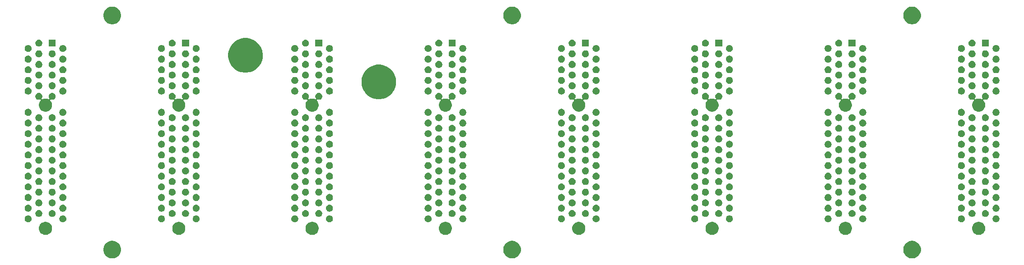
<source format=gbr>
G04 #@! TF.GenerationSoftware,KiCad,Pcbnew,5.1.5*
G04 #@! TF.CreationDate,2020-04-28T21:46:35+02:00*
G04 #@! TF.ProjectId,backplane,6261636b-706c-4616-9e65-2e6b69636164,rev?*
G04 #@! TF.SameCoordinates,Original*
G04 #@! TF.FileFunction,Soldermask,Bot*
G04 #@! TF.FilePolarity,Negative*
%FSLAX46Y46*%
G04 Gerber Fmt 4.6, Leading zero omitted, Abs format (unit mm)*
G04 Created by KiCad (PCBNEW 5.1.5) date 2020-04-28 21:46:35*
%MOMM*%
%LPD*%
G04 APERTURE LIST*
%ADD10C,0.100000*%
G04 APERTURE END LIST*
D10*
G36*
X222875256Y-77391298D02*
G01*
X222981579Y-77412447D01*
X223282042Y-77536903D01*
X223552451Y-77717585D01*
X223782415Y-77947549D01*
X223963097Y-78217958D01*
X224087553Y-78518421D01*
X224151000Y-78837391D01*
X224151000Y-79162609D01*
X224087553Y-79481579D01*
X223963097Y-79782042D01*
X223782415Y-80052451D01*
X223552451Y-80282415D01*
X223282042Y-80463097D01*
X222981579Y-80587553D01*
X222875256Y-80608702D01*
X222662611Y-80651000D01*
X222337389Y-80651000D01*
X222124744Y-80608702D01*
X222018421Y-80587553D01*
X221717958Y-80463097D01*
X221447549Y-80282415D01*
X221217585Y-80052451D01*
X221036903Y-79782042D01*
X220912447Y-79481579D01*
X220849000Y-79162609D01*
X220849000Y-78837391D01*
X220912447Y-78518421D01*
X221036903Y-78217958D01*
X221217585Y-77947549D01*
X221447549Y-77717585D01*
X221717958Y-77536903D01*
X222018421Y-77412447D01*
X222124744Y-77391298D01*
X222337389Y-77349000D01*
X222662611Y-77349000D01*
X222875256Y-77391298D01*
G37*
G36*
X72875256Y-77391298D02*
G01*
X72981579Y-77412447D01*
X73282042Y-77536903D01*
X73552451Y-77717585D01*
X73782415Y-77947549D01*
X73963097Y-78217958D01*
X74087553Y-78518421D01*
X74151000Y-78837391D01*
X74151000Y-79162609D01*
X74087553Y-79481579D01*
X73963097Y-79782042D01*
X73782415Y-80052451D01*
X73552451Y-80282415D01*
X73282042Y-80463097D01*
X72981579Y-80587553D01*
X72875256Y-80608702D01*
X72662611Y-80651000D01*
X72337389Y-80651000D01*
X72124744Y-80608702D01*
X72018421Y-80587553D01*
X71717958Y-80463097D01*
X71447549Y-80282415D01*
X71217585Y-80052451D01*
X71036903Y-79782042D01*
X70912447Y-79481579D01*
X70849000Y-79162609D01*
X70849000Y-78837391D01*
X70912447Y-78518421D01*
X71036903Y-78217958D01*
X71217585Y-77947549D01*
X71447549Y-77717585D01*
X71717958Y-77536903D01*
X72018421Y-77412447D01*
X72124744Y-77391298D01*
X72337389Y-77349000D01*
X72662611Y-77349000D01*
X72875256Y-77391298D01*
G37*
G36*
X147875256Y-77391298D02*
G01*
X147981579Y-77412447D01*
X148282042Y-77536903D01*
X148552451Y-77717585D01*
X148782415Y-77947549D01*
X148963097Y-78217958D01*
X149087553Y-78518421D01*
X149151000Y-78837391D01*
X149151000Y-79162609D01*
X149087553Y-79481579D01*
X148963097Y-79782042D01*
X148782415Y-80052451D01*
X148552451Y-80282415D01*
X148282042Y-80463097D01*
X147981579Y-80587553D01*
X147875256Y-80608702D01*
X147662611Y-80651000D01*
X147337389Y-80651000D01*
X147124744Y-80608702D01*
X147018421Y-80587553D01*
X146717958Y-80463097D01*
X146447549Y-80282415D01*
X146217585Y-80052451D01*
X146036903Y-79782042D01*
X145912447Y-79481579D01*
X145849000Y-79162609D01*
X145849000Y-78837391D01*
X145912447Y-78518421D01*
X146036903Y-78217958D01*
X146217585Y-77947549D01*
X146447549Y-77717585D01*
X146717958Y-77536903D01*
X147018421Y-77412447D01*
X147124744Y-77391298D01*
X147337389Y-77349000D01*
X147662611Y-77349000D01*
X147875256Y-77391298D01*
G37*
G36*
X85357610Y-73821114D02*
G01*
X85580727Y-73913532D01*
X85580729Y-73913533D01*
X85631269Y-73947303D01*
X85781529Y-74047703D01*
X85952297Y-74218471D01*
X86086468Y-74419273D01*
X86178886Y-74642390D01*
X86226000Y-74879248D01*
X86226000Y-75120752D01*
X86178886Y-75357610D01*
X86086468Y-75580727D01*
X85952297Y-75781529D01*
X85781529Y-75952297D01*
X85631269Y-76052697D01*
X85580729Y-76086467D01*
X85580728Y-76086468D01*
X85580727Y-76086468D01*
X85357610Y-76178886D01*
X85120752Y-76226000D01*
X84879248Y-76226000D01*
X84642390Y-76178886D01*
X84419273Y-76086468D01*
X84419272Y-76086468D01*
X84419271Y-76086467D01*
X84368731Y-76052697D01*
X84218471Y-75952297D01*
X84047703Y-75781529D01*
X83913532Y-75580727D01*
X83821114Y-75357610D01*
X83774000Y-75120752D01*
X83774000Y-74879248D01*
X83821114Y-74642390D01*
X83913532Y-74419273D01*
X84047703Y-74218471D01*
X84218471Y-74047703D01*
X84368731Y-73947303D01*
X84419271Y-73913533D01*
X84419273Y-73913532D01*
X84642390Y-73821114D01*
X84879248Y-73774000D01*
X85120752Y-73774000D01*
X85357610Y-73821114D01*
G37*
G36*
X60357610Y-73821114D02*
G01*
X60580727Y-73913532D01*
X60580729Y-73913533D01*
X60631269Y-73947303D01*
X60781529Y-74047703D01*
X60952297Y-74218471D01*
X61086468Y-74419273D01*
X61178886Y-74642390D01*
X61226000Y-74879248D01*
X61226000Y-75120752D01*
X61178886Y-75357610D01*
X61086468Y-75580727D01*
X60952297Y-75781529D01*
X60781529Y-75952297D01*
X60631269Y-76052697D01*
X60580729Y-76086467D01*
X60580728Y-76086468D01*
X60580727Y-76086468D01*
X60357610Y-76178886D01*
X60120752Y-76226000D01*
X59879248Y-76226000D01*
X59642390Y-76178886D01*
X59419273Y-76086468D01*
X59419272Y-76086468D01*
X59419271Y-76086467D01*
X59368731Y-76052697D01*
X59218471Y-75952297D01*
X59047703Y-75781529D01*
X58913532Y-75580727D01*
X58821114Y-75357610D01*
X58774000Y-75120752D01*
X58774000Y-74879248D01*
X58821114Y-74642390D01*
X58913532Y-74419273D01*
X59047703Y-74218471D01*
X59218471Y-74047703D01*
X59368731Y-73947303D01*
X59419271Y-73913533D01*
X59419273Y-73913532D01*
X59642390Y-73821114D01*
X59879248Y-73774000D01*
X60120752Y-73774000D01*
X60357610Y-73821114D01*
G37*
G36*
X110357610Y-73821114D02*
G01*
X110580727Y-73913532D01*
X110580729Y-73913533D01*
X110631269Y-73947303D01*
X110781529Y-74047703D01*
X110952297Y-74218471D01*
X111086468Y-74419273D01*
X111178886Y-74642390D01*
X111226000Y-74879248D01*
X111226000Y-75120752D01*
X111178886Y-75357610D01*
X111086468Y-75580727D01*
X110952297Y-75781529D01*
X110781529Y-75952297D01*
X110631269Y-76052697D01*
X110580729Y-76086467D01*
X110580728Y-76086468D01*
X110580727Y-76086468D01*
X110357610Y-76178886D01*
X110120752Y-76226000D01*
X109879248Y-76226000D01*
X109642390Y-76178886D01*
X109419273Y-76086468D01*
X109419272Y-76086468D01*
X109419271Y-76086467D01*
X109368731Y-76052697D01*
X109218471Y-75952297D01*
X109047703Y-75781529D01*
X108913532Y-75580727D01*
X108821114Y-75357610D01*
X108774000Y-75120752D01*
X108774000Y-74879248D01*
X108821114Y-74642390D01*
X108913532Y-74419273D01*
X109047703Y-74218471D01*
X109218471Y-74047703D01*
X109368731Y-73947303D01*
X109419271Y-73913533D01*
X109419273Y-73913532D01*
X109642390Y-73821114D01*
X109879248Y-73774000D01*
X110120752Y-73774000D01*
X110357610Y-73821114D01*
G37*
G36*
X135357610Y-73821114D02*
G01*
X135580727Y-73913532D01*
X135580729Y-73913533D01*
X135631269Y-73947303D01*
X135781529Y-74047703D01*
X135952297Y-74218471D01*
X136086468Y-74419273D01*
X136178886Y-74642390D01*
X136226000Y-74879248D01*
X136226000Y-75120752D01*
X136178886Y-75357610D01*
X136086468Y-75580727D01*
X135952297Y-75781529D01*
X135781529Y-75952297D01*
X135631269Y-76052697D01*
X135580729Y-76086467D01*
X135580728Y-76086468D01*
X135580727Y-76086468D01*
X135357610Y-76178886D01*
X135120752Y-76226000D01*
X134879248Y-76226000D01*
X134642390Y-76178886D01*
X134419273Y-76086468D01*
X134419272Y-76086468D01*
X134419271Y-76086467D01*
X134368731Y-76052697D01*
X134218471Y-75952297D01*
X134047703Y-75781529D01*
X133913532Y-75580727D01*
X133821114Y-75357610D01*
X133774000Y-75120752D01*
X133774000Y-74879248D01*
X133821114Y-74642390D01*
X133913532Y-74419273D01*
X134047703Y-74218471D01*
X134218471Y-74047703D01*
X134368731Y-73947303D01*
X134419271Y-73913533D01*
X134419273Y-73913532D01*
X134642390Y-73821114D01*
X134879248Y-73774000D01*
X135120752Y-73774000D01*
X135357610Y-73821114D01*
G37*
G36*
X160357610Y-73821114D02*
G01*
X160580727Y-73913532D01*
X160580729Y-73913533D01*
X160631269Y-73947303D01*
X160781529Y-74047703D01*
X160952297Y-74218471D01*
X161086468Y-74419273D01*
X161178886Y-74642390D01*
X161226000Y-74879248D01*
X161226000Y-75120752D01*
X161178886Y-75357610D01*
X161086468Y-75580727D01*
X160952297Y-75781529D01*
X160781529Y-75952297D01*
X160631269Y-76052697D01*
X160580729Y-76086467D01*
X160580728Y-76086468D01*
X160580727Y-76086468D01*
X160357610Y-76178886D01*
X160120752Y-76226000D01*
X159879248Y-76226000D01*
X159642390Y-76178886D01*
X159419273Y-76086468D01*
X159419272Y-76086468D01*
X159419271Y-76086467D01*
X159368731Y-76052697D01*
X159218471Y-75952297D01*
X159047703Y-75781529D01*
X158913532Y-75580727D01*
X158821114Y-75357610D01*
X158774000Y-75120752D01*
X158774000Y-74879248D01*
X158821114Y-74642390D01*
X158913532Y-74419273D01*
X159047703Y-74218471D01*
X159218471Y-74047703D01*
X159368731Y-73947303D01*
X159419271Y-73913533D01*
X159419273Y-73913532D01*
X159642390Y-73821114D01*
X159879248Y-73774000D01*
X160120752Y-73774000D01*
X160357610Y-73821114D01*
G37*
G36*
X210357610Y-73821114D02*
G01*
X210580727Y-73913532D01*
X210580729Y-73913533D01*
X210631269Y-73947303D01*
X210781529Y-74047703D01*
X210952297Y-74218471D01*
X211086468Y-74419273D01*
X211178886Y-74642390D01*
X211226000Y-74879248D01*
X211226000Y-75120752D01*
X211178886Y-75357610D01*
X211086468Y-75580727D01*
X210952297Y-75781529D01*
X210781529Y-75952297D01*
X210631269Y-76052697D01*
X210580729Y-76086467D01*
X210580728Y-76086468D01*
X210580727Y-76086468D01*
X210357610Y-76178886D01*
X210120752Y-76226000D01*
X209879248Y-76226000D01*
X209642390Y-76178886D01*
X209419273Y-76086468D01*
X209419272Y-76086468D01*
X209419271Y-76086467D01*
X209368731Y-76052697D01*
X209218471Y-75952297D01*
X209047703Y-75781529D01*
X208913532Y-75580727D01*
X208821114Y-75357610D01*
X208774000Y-75120752D01*
X208774000Y-74879248D01*
X208821114Y-74642390D01*
X208913532Y-74419273D01*
X209047703Y-74218471D01*
X209218471Y-74047703D01*
X209368731Y-73947303D01*
X209419271Y-73913533D01*
X209419273Y-73913532D01*
X209642390Y-73821114D01*
X209879248Y-73774000D01*
X210120752Y-73774000D01*
X210357610Y-73821114D01*
G37*
G36*
X235357610Y-73821114D02*
G01*
X235580727Y-73913532D01*
X235580729Y-73913533D01*
X235631269Y-73947303D01*
X235781529Y-74047703D01*
X235952297Y-74218471D01*
X236086468Y-74419273D01*
X236178886Y-74642390D01*
X236226000Y-74879248D01*
X236226000Y-75120752D01*
X236178886Y-75357610D01*
X236086468Y-75580727D01*
X235952297Y-75781529D01*
X235781529Y-75952297D01*
X235631269Y-76052697D01*
X235580729Y-76086467D01*
X235580728Y-76086468D01*
X235580727Y-76086468D01*
X235357610Y-76178886D01*
X235120752Y-76226000D01*
X234879248Y-76226000D01*
X234642390Y-76178886D01*
X234419273Y-76086468D01*
X234419272Y-76086468D01*
X234419271Y-76086467D01*
X234368731Y-76052697D01*
X234218471Y-75952297D01*
X234047703Y-75781529D01*
X233913532Y-75580727D01*
X233821114Y-75357610D01*
X233774000Y-75120752D01*
X233774000Y-74879248D01*
X233821114Y-74642390D01*
X233913532Y-74419273D01*
X234047703Y-74218471D01*
X234218471Y-74047703D01*
X234368731Y-73947303D01*
X234419271Y-73913533D01*
X234419273Y-73913532D01*
X234642390Y-73821114D01*
X234879248Y-73774000D01*
X235120752Y-73774000D01*
X235357610Y-73821114D01*
G37*
G36*
X185357610Y-73821114D02*
G01*
X185580727Y-73913532D01*
X185580729Y-73913533D01*
X185631269Y-73947303D01*
X185781529Y-74047703D01*
X185952297Y-74218471D01*
X186086468Y-74419273D01*
X186178886Y-74642390D01*
X186226000Y-74879248D01*
X186226000Y-75120752D01*
X186178886Y-75357610D01*
X186086468Y-75580727D01*
X185952297Y-75781529D01*
X185781529Y-75952297D01*
X185631269Y-76052697D01*
X185580729Y-76086467D01*
X185580728Y-76086468D01*
X185580727Y-76086468D01*
X185357610Y-76178886D01*
X185120752Y-76226000D01*
X184879248Y-76226000D01*
X184642390Y-76178886D01*
X184419273Y-76086468D01*
X184419272Y-76086468D01*
X184419271Y-76086467D01*
X184368731Y-76052697D01*
X184218471Y-75952297D01*
X184047703Y-75781529D01*
X183913532Y-75580727D01*
X183821114Y-75357610D01*
X183774000Y-75120752D01*
X183774000Y-74879248D01*
X183821114Y-74642390D01*
X183913532Y-74419273D01*
X184047703Y-74218471D01*
X184218471Y-74047703D01*
X184368731Y-73947303D01*
X184419271Y-73913533D01*
X184419273Y-73913532D01*
X184642390Y-73821114D01*
X184879248Y-73774000D01*
X185120752Y-73774000D01*
X185357610Y-73821114D01*
G37*
G36*
X113441055Y-72570171D02*
G01*
X113555409Y-72617538D01*
X113560259Y-72619547D01*
X113667538Y-72691228D01*
X113758772Y-72782462D01*
X113790421Y-72829829D01*
X113830454Y-72889743D01*
X113879829Y-73008945D01*
X113905000Y-73135487D01*
X113905000Y-73264513D01*
X113879829Y-73391055D01*
X113830454Y-73510257D01*
X113830453Y-73510259D01*
X113758772Y-73617538D01*
X113667538Y-73708772D01*
X113560259Y-73780453D01*
X113560258Y-73780454D01*
X113560257Y-73780454D01*
X113441055Y-73829829D01*
X113314513Y-73855000D01*
X113185487Y-73855000D01*
X113058945Y-73829829D01*
X112939743Y-73780454D01*
X112939742Y-73780454D01*
X112939741Y-73780453D01*
X112832462Y-73708772D01*
X112741228Y-73617538D01*
X112669547Y-73510259D01*
X112669546Y-73510257D01*
X112620171Y-73391055D01*
X112595000Y-73264513D01*
X112595000Y-73135487D01*
X112620171Y-73008945D01*
X112669546Y-72889743D01*
X112709579Y-72829829D01*
X112741228Y-72782462D01*
X112832462Y-72691228D01*
X112939741Y-72619547D01*
X112944591Y-72617538D01*
X113058945Y-72570171D01*
X113185487Y-72545000D01*
X113314513Y-72545000D01*
X113441055Y-72570171D01*
G37*
G36*
X206941055Y-72570171D02*
G01*
X207055409Y-72617538D01*
X207060259Y-72619547D01*
X207167538Y-72691228D01*
X207258772Y-72782462D01*
X207290421Y-72829829D01*
X207330454Y-72889743D01*
X207379829Y-73008945D01*
X207405000Y-73135487D01*
X207405000Y-73264513D01*
X207379829Y-73391055D01*
X207330454Y-73510257D01*
X207330453Y-73510259D01*
X207258772Y-73617538D01*
X207167538Y-73708772D01*
X207060259Y-73780453D01*
X207060258Y-73780454D01*
X207060257Y-73780454D01*
X206941055Y-73829829D01*
X206814513Y-73855000D01*
X206685487Y-73855000D01*
X206558945Y-73829829D01*
X206439743Y-73780454D01*
X206439742Y-73780454D01*
X206439741Y-73780453D01*
X206332462Y-73708772D01*
X206241228Y-73617538D01*
X206169547Y-73510259D01*
X206169546Y-73510257D01*
X206120171Y-73391055D01*
X206095000Y-73264513D01*
X206095000Y-73135487D01*
X206120171Y-73008945D01*
X206169546Y-72889743D01*
X206209579Y-72829829D01*
X206241228Y-72782462D01*
X206332462Y-72691228D01*
X206439741Y-72619547D01*
X206444591Y-72617538D01*
X206558945Y-72570171D01*
X206685487Y-72545000D01*
X206814513Y-72545000D01*
X206941055Y-72570171D01*
G37*
G36*
X213441055Y-72570171D02*
G01*
X213555409Y-72617538D01*
X213560259Y-72619547D01*
X213667538Y-72691228D01*
X213758772Y-72782462D01*
X213790421Y-72829829D01*
X213830454Y-72889743D01*
X213879829Y-73008945D01*
X213905000Y-73135487D01*
X213905000Y-73264513D01*
X213879829Y-73391055D01*
X213830454Y-73510257D01*
X213830453Y-73510259D01*
X213758772Y-73617538D01*
X213667538Y-73708772D01*
X213560259Y-73780453D01*
X213560258Y-73780454D01*
X213560257Y-73780454D01*
X213441055Y-73829829D01*
X213314513Y-73855000D01*
X213185487Y-73855000D01*
X213058945Y-73829829D01*
X212939743Y-73780454D01*
X212939742Y-73780454D01*
X212939741Y-73780453D01*
X212832462Y-73708772D01*
X212741228Y-73617538D01*
X212669547Y-73510259D01*
X212669546Y-73510257D01*
X212620171Y-73391055D01*
X212595000Y-73264513D01*
X212595000Y-73135487D01*
X212620171Y-73008945D01*
X212669546Y-72889743D01*
X212709579Y-72829829D01*
X212741228Y-72782462D01*
X212832462Y-72691228D01*
X212939741Y-72619547D01*
X212944591Y-72617538D01*
X213058945Y-72570171D01*
X213185487Y-72545000D01*
X213314513Y-72545000D01*
X213441055Y-72570171D01*
G37*
G36*
X231941055Y-72570171D02*
G01*
X232055409Y-72617538D01*
X232060259Y-72619547D01*
X232167538Y-72691228D01*
X232258772Y-72782462D01*
X232290421Y-72829829D01*
X232330454Y-72889743D01*
X232379829Y-73008945D01*
X232405000Y-73135487D01*
X232405000Y-73264513D01*
X232379829Y-73391055D01*
X232330454Y-73510257D01*
X232330453Y-73510259D01*
X232258772Y-73617538D01*
X232167538Y-73708772D01*
X232060259Y-73780453D01*
X232060258Y-73780454D01*
X232060257Y-73780454D01*
X231941055Y-73829829D01*
X231814513Y-73855000D01*
X231685487Y-73855000D01*
X231558945Y-73829829D01*
X231439743Y-73780454D01*
X231439742Y-73780454D01*
X231439741Y-73780453D01*
X231332462Y-73708772D01*
X231241228Y-73617538D01*
X231169547Y-73510259D01*
X231169546Y-73510257D01*
X231120171Y-73391055D01*
X231095000Y-73264513D01*
X231095000Y-73135487D01*
X231120171Y-73008945D01*
X231169546Y-72889743D01*
X231209579Y-72829829D01*
X231241228Y-72782462D01*
X231332462Y-72691228D01*
X231439741Y-72619547D01*
X231444591Y-72617538D01*
X231558945Y-72570171D01*
X231685487Y-72545000D01*
X231814513Y-72545000D01*
X231941055Y-72570171D01*
G37*
G36*
X56941055Y-72570171D02*
G01*
X57055409Y-72617538D01*
X57060259Y-72619547D01*
X57167538Y-72691228D01*
X57258772Y-72782462D01*
X57290421Y-72829829D01*
X57330454Y-72889743D01*
X57379829Y-73008945D01*
X57405000Y-73135487D01*
X57405000Y-73264513D01*
X57379829Y-73391055D01*
X57330454Y-73510257D01*
X57330453Y-73510259D01*
X57258772Y-73617538D01*
X57167538Y-73708772D01*
X57060259Y-73780453D01*
X57060258Y-73780454D01*
X57060257Y-73780454D01*
X56941055Y-73829829D01*
X56814513Y-73855000D01*
X56685487Y-73855000D01*
X56558945Y-73829829D01*
X56439743Y-73780454D01*
X56439742Y-73780454D01*
X56439741Y-73780453D01*
X56332462Y-73708772D01*
X56241228Y-73617538D01*
X56169547Y-73510259D01*
X56169546Y-73510257D01*
X56120171Y-73391055D01*
X56095000Y-73264513D01*
X56095000Y-73135487D01*
X56120171Y-73008945D01*
X56169546Y-72889743D01*
X56209579Y-72829829D01*
X56241228Y-72782462D01*
X56332462Y-72691228D01*
X56439741Y-72619547D01*
X56444591Y-72617538D01*
X56558945Y-72570171D01*
X56685487Y-72545000D01*
X56814513Y-72545000D01*
X56941055Y-72570171D01*
G37*
G36*
X63441055Y-72570171D02*
G01*
X63555409Y-72617538D01*
X63560259Y-72619547D01*
X63667538Y-72691228D01*
X63758772Y-72782462D01*
X63790421Y-72829829D01*
X63830454Y-72889743D01*
X63879829Y-73008945D01*
X63905000Y-73135487D01*
X63905000Y-73264513D01*
X63879829Y-73391055D01*
X63830454Y-73510257D01*
X63830453Y-73510259D01*
X63758772Y-73617538D01*
X63667538Y-73708772D01*
X63560259Y-73780453D01*
X63560258Y-73780454D01*
X63560257Y-73780454D01*
X63441055Y-73829829D01*
X63314513Y-73855000D01*
X63185487Y-73855000D01*
X63058945Y-73829829D01*
X62939743Y-73780454D01*
X62939742Y-73780454D01*
X62939741Y-73780453D01*
X62832462Y-73708772D01*
X62741228Y-73617538D01*
X62669547Y-73510259D01*
X62669546Y-73510257D01*
X62620171Y-73391055D01*
X62595000Y-73264513D01*
X62595000Y-73135487D01*
X62620171Y-73008945D01*
X62669546Y-72889743D01*
X62709579Y-72829829D01*
X62741228Y-72782462D01*
X62832462Y-72691228D01*
X62939741Y-72619547D01*
X62944591Y-72617538D01*
X63058945Y-72570171D01*
X63185487Y-72545000D01*
X63314513Y-72545000D01*
X63441055Y-72570171D01*
G37*
G36*
X88441055Y-72570171D02*
G01*
X88555409Y-72617538D01*
X88560259Y-72619547D01*
X88667538Y-72691228D01*
X88758772Y-72782462D01*
X88790421Y-72829829D01*
X88830454Y-72889743D01*
X88879829Y-73008945D01*
X88905000Y-73135487D01*
X88905000Y-73264513D01*
X88879829Y-73391055D01*
X88830454Y-73510257D01*
X88830453Y-73510259D01*
X88758772Y-73617538D01*
X88667538Y-73708772D01*
X88560259Y-73780453D01*
X88560258Y-73780454D01*
X88560257Y-73780454D01*
X88441055Y-73829829D01*
X88314513Y-73855000D01*
X88185487Y-73855000D01*
X88058945Y-73829829D01*
X87939743Y-73780454D01*
X87939742Y-73780454D01*
X87939741Y-73780453D01*
X87832462Y-73708772D01*
X87741228Y-73617538D01*
X87669547Y-73510259D01*
X87669546Y-73510257D01*
X87620171Y-73391055D01*
X87595000Y-73264513D01*
X87595000Y-73135487D01*
X87620171Y-73008945D01*
X87669546Y-72889743D01*
X87709579Y-72829829D01*
X87741228Y-72782462D01*
X87832462Y-72691228D01*
X87939741Y-72619547D01*
X87944591Y-72617538D01*
X88058945Y-72570171D01*
X88185487Y-72545000D01*
X88314513Y-72545000D01*
X88441055Y-72570171D01*
G37*
G36*
X81941055Y-72570171D02*
G01*
X82055409Y-72617538D01*
X82060259Y-72619547D01*
X82167538Y-72691228D01*
X82258772Y-72782462D01*
X82290421Y-72829829D01*
X82330454Y-72889743D01*
X82379829Y-73008945D01*
X82405000Y-73135487D01*
X82405000Y-73264513D01*
X82379829Y-73391055D01*
X82330454Y-73510257D01*
X82330453Y-73510259D01*
X82258772Y-73617538D01*
X82167538Y-73708772D01*
X82060259Y-73780453D01*
X82060258Y-73780454D01*
X82060257Y-73780454D01*
X81941055Y-73829829D01*
X81814513Y-73855000D01*
X81685487Y-73855000D01*
X81558945Y-73829829D01*
X81439743Y-73780454D01*
X81439742Y-73780454D01*
X81439741Y-73780453D01*
X81332462Y-73708772D01*
X81241228Y-73617538D01*
X81169547Y-73510259D01*
X81169546Y-73510257D01*
X81120171Y-73391055D01*
X81095000Y-73264513D01*
X81095000Y-73135487D01*
X81120171Y-73008945D01*
X81169546Y-72889743D01*
X81209579Y-72829829D01*
X81241228Y-72782462D01*
X81332462Y-72691228D01*
X81439741Y-72619547D01*
X81444591Y-72617538D01*
X81558945Y-72570171D01*
X81685487Y-72545000D01*
X81814513Y-72545000D01*
X81941055Y-72570171D01*
G37*
G36*
X238441055Y-72570171D02*
G01*
X238555409Y-72617538D01*
X238560259Y-72619547D01*
X238667538Y-72691228D01*
X238758772Y-72782462D01*
X238790421Y-72829829D01*
X238830454Y-72889743D01*
X238879829Y-73008945D01*
X238905000Y-73135487D01*
X238905000Y-73264513D01*
X238879829Y-73391055D01*
X238830454Y-73510257D01*
X238830453Y-73510259D01*
X238758772Y-73617538D01*
X238667538Y-73708772D01*
X238560259Y-73780453D01*
X238560258Y-73780454D01*
X238560257Y-73780454D01*
X238441055Y-73829829D01*
X238314513Y-73855000D01*
X238185487Y-73855000D01*
X238058945Y-73829829D01*
X237939743Y-73780454D01*
X237939742Y-73780454D01*
X237939741Y-73780453D01*
X237832462Y-73708772D01*
X237741228Y-73617538D01*
X237669547Y-73510259D01*
X237669546Y-73510257D01*
X237620171Y-73391055D01*
X237595000Y-73264513D01*
X237595000Y-73135487D01*
X237620171Y-73008945D01*
X237669546Y-72889743D01*
X237709579Y-72829829D01*
X237741228Y-72782462D01*
X237832462Y-72691228D01*
X237939741Y-72619547D01*
X237944591Y-72617538D01*
X238058945Y-72570171D01*
X238185487Y-72545000D01*
X238314513Y-72545000D01*
X238441055Y-72570171D01*
G37*
G36*
X156941055Y-72570171D02*
G01*
X157055409Y-72617538D01*
X157060259Y-72619547D01*
X157167538Y-72691228D01*
X157258772Y-72782462D01*
X157290421Y-72829829D01*
X157330454Y-72889743D01*
X157379829Y-73008945D01*
X157405000Y-73135487D01*
X157405000Y-73264513D01*
X157379829Y-73391055D01*
X157330454Y-73510257D01*
X157330453Y-73510259D01*
X157258772Y-73617538D01*
X157167538Y-73708772D01*
X157060259Y-73780453D01*
X157060258Y-73780454D01*
X157060257Y-73780454D01*
X156941055Y-73829829D01*
X156814513Y-73855000D01*
X156685487Y-73855000D01*
X156558945Y-73829829D01*
X156439743Y-73780454D01*
X156439742Y-73780454D01*
X156439741Y-73780453D01*
X156332462Y-73708772D01*
X156241228Y-73617538D01*
X156169547Y-73510259D01*
X156169546Y-73510257D01*
X156120171Y-73391055D01*
X156095000Y-73264513D01*
X156095000Y-73135487D01*
X156120171Y-73008945D01*
X156169546Y-72889743D01*
X156209579Y-72829829D01*
X156241228Y-72782462D01*
X156332462Y-72691228D01*
X156439741Y-72619547D01*
X156444591Y-72617538D01*
X156558945Y-72570171D01*
X156685487Y-72545000D01*
X156814513Y-72545000D01*
X156941055Y-72570171D01*
G37*
G36*
X138441055Y-72570171D02*
G01*
X138555409Y-72617538D01*
X138560259Y-72619547D01*
X138667538Y-72691228D01*
X138758772Y-72782462D01*
X138790421Y-72829829D01*
X138830454Y-72889743D01*
X138879829Y-73008945D01*
X138905000Y-73135487D01*
X138905000Y-73264513D01*
X138879829Y-73391055D01*
X138830454Y-73510257D01*
X138830453Y-73510259D01*
X138758772Y-73617538D01*
X138667538Y-73708772D01*
X138560259Y-73780453D01*
X138560258Y-73780454D01*
X138560257Y-73780454D01*
X138441055Y-73829829D01*
X138314513Y-73855000D01*
X138185487Y-73855000D01*
X138058945Y-73829829D01*
X137939743Y-73780454D01*
X137939742Y-73780454D01*
X137939741Y-73780453D01*
X137832462Y-73708772D01*
X137741228Y-73617538D01*
X137669547Y-73510259D01*
X137669546Y-73510257D01*
X137620171Y-73391055D01*
X137595000Y-73264513D01*
X137595000Y-73135487D01*
X137620171Y-73008945D01*
X137669546Y-72889743D01*
X137709579Y-72829829D01*
X137741228Y-72782462D01*
X137832462Y-72691228D01*
X137939741Y-72619547D01*
X137944591Y-72617538D01*
X138058945Y-72570171D01*
X138185487Y-72545000D01*
X138314513Y-72545000D01*
X138441055Y-72570171D01*
G37*
G36*
X131941055Y-72570171D02*
G01*
X132055409Y-72617538D01*
X132060259Y-72619547D01*
X132167538Y-72691228D01*
X132258772Y-72782462D01*
X132290421Y-72829829D01*
X132330454Y-72889743D01*
X132379829Y-73008945D01*
X132405000Y-73135487D01*
X132405000Y-73264513D01*
X132379829Y-73391055D01*
X132330454Y-73510257D01*
X132330453Y-73510259D01*
X132258772Y-73617538D01*
X132167538Y-73708772D01*
X132060259Y-73780453D01*
X132060258Y-73780454D01*
X132060257Y-73780454D01*
X131941055Y-73829829D01*
X131814513Y-73855000D01*
X131685487Y-73855000D01*
X131558945Y-73829829D01*
X131439743Y-73780454D01*
X131439742Y-73780454D01*
X131439741Y-73780453D01*
X131332462Y-73708772D01*
X131241228Y-73617538D01*
X131169547Y-73510259D01*
X131169546Y-73510257D01*
X131120171Y-73391055D01*
X131095000Y-73264513D01*
X131095000Y-73135487D01*
X131120171Y-73008945D01*
X131169546Y-72889743D01*
X131209579Y-72829829D01*
X131241228Y-72782462D01*
X131332462Y-72691228D01*
X131439741Y-72619547D01*
X131444591Y-72617538D01*
X131558945Y-72570171D01*
X131685487Y-72545000D01*
X131814513Y-72545000D01*
X131941055Y-72570171D01*
G37*
G36*
X163441055Y-72570171D02*
G01*
X163555409Y-72617538D01*
X163560259Y-72619547D01*
X163667538Y-72691228D01*
X163758772Y-72782462D01*
X163790421Y-72829829D01*
X163830454Y-72889743D01*
X163879829Y-73008945D01*
X163905000Y-73135487D01*
X163905000Y-73264513D01*
X163879829Y-73391055D01*
X163830454Y-73510257D01*
X163830453Y-73510259D01*
X163758772Y-73617538D01*
X163667538Y-73708772D01*
X163560259Y-73780453D01*
X163560258Y-73780454D01*
X163560257Y-73780454D01*
X163441055Y-73829829D01*
X163314513Y-73855000D01*
X163185487Y-73855000D01*
X163058945Y-73829829D01*
X162939743Y-73780454D01*
X162939742Y-73780454D01*
X162939741Y-73780453D01*
X162832462Y-73708772D01*
X162741228Y-73617538D01*
X162669547Y-73510259D01*
X162669546Y-73510257D01*
X162620171Y-73391055D01*
X162595000Y-73264513D01*
X162595000Y-73135487D01*
X162620171Y-73008945D01*
X162669546Y-72889743D01*
X162709579Y-72829829D01*
X162741228Y-72782462D01*
X162832462Y-72691228D01*
X162939741Y-72619547D01*
X162944591Y-72617538D01*
X163058945Y-72570171D01*
X163185487Y-72545000D01*
X163314513Y-72545000D01*
X163441055Y-72570171D01*
G37*
G36*
X188441055Y-72570171D02*
G01*
X188555409Y-72617538D01*
X188560259Y-72619547D01*
X188667538Y-72691228D01*
X188758772Y-72782462D01*
X188790421Y-72829829D01*
X188830454Y-72889743D01*
X188879829Y-73008945D01*
X188905000Y-73135487D01*
X188905000Y-73264513D01*
X188879829Y-73391055D01*
X188830454Y-73510257D01*
X188830453Y-73510259D01*
X188758772Y-73617538D01*
X188667538Y-73708772D01*
X188560259Y-73780453D01*
X188560258Y-73780454D01*
X188560257Y-73780454D01*
X188441055Y-73829829D01*
X188314513Y-73855000D01*
X188185487Y-73855000D01*
X188058945Y-73829829D01*
X187939743Y-73780454D01*
X187939742Y-73780454D01*
X187939741Y-73780453D01*
X187832462Y-73708772D01*
X187741228Y-73617538D01*
X187669547Y-73510259D01*
X187669546Y-73510257D01*
X187620171Y-73391055D01*
X187595000Y-73264513D01*
X187595000Y-73135487D01*
X187620171Y-73008945D01*
X187669546Y-72889743D01*
X187709579Y-72829829D01*
X187741228Y-72782462D01*
X187832462Y-72691228D01*
X187939741Y-72619547D01*
X187944591Y-72617538D01*
X188058945Y-72570171D01*
X188185487Y-72545000D01*
X188314513Y-72545000D01*
X188441055Y-72570171D01*
G37*
G36*
X181941055Y-72570171D02*
G01*
X182055409Y-72617538D01*
X182060259Y-72619547D01*
X182167538Y-72691228D01*
X182258772Y-72782462D01*
X182290421Y-72829829D01*
X182330454Y-72889743D01*
X182379829Y-73008945D01*
X182405000Y-73135487D01*
X182405000Y-73264513D01*
X182379829Y-73391055D01*
X182330454Y-73510257D01*
X182330453Y-73510259D01*
X182258772Y-73617538D01*
X182167538Y-73708772D01*
X182060259Y-73780453D01*
X182060258Y-73780454D01*
X182060257Y-73780454D01*
X181941055Y-73829829D01*
X181814513Y-73855000D01*
X181685487Y-73855000D01*
X181558945Y-73829829D01*
X181439743Y-73780454D01*
X181439742Y-73780454D01*
X181439741Y-73780453D01*
X181332462Y-73708772D01*
X181241228Y-73617538D01*
X181169547Y-73510259D01*
X181169546Y-73510257D01*
X181120171Y-73391055D01*
X181095000Y-73264513D01*
X181095000Y-73135487D01*
X181120171Y-73008945D01*
X181169546Y-72889743D01*
X181209579Y-72829829D01*
X181241228Y-72782462D01*
X181332462Y-72691228D01*
X181439741Y-72619547D01*
X181444591Y-72617538D01*
X181558945Y-72570171D01*
X181685487Y-72545000D01*
X181814513Y-72545000D01*
X181941055Y-72570171D01*
G37*
G36*
X106941055Y-72570171D02*
G01*
X107055409Y-72617538D01*
X107060259Y-72619547D01*
X107167538Y-72691228D01*
X107258772Y-72782462D01*
X107290421Y-72829829D01*
X107330454Y-72889743D01*
X107379829Y-73008945D01*
X107405000Y-73135487D01*
X107405000Y-73264513D01*
X107379829Y-73391055D01*
X107330454Y-73510257D01*
X107330453Y-73510259D01*
X107258772Y-73617538D01*
X107167538Y-73708772D01*
X107060259Y-73780453D01*
X107060258Y-73780454D01*
X107060257Y-73780454D01*
X106941055Y-73829829D01*
X106814513Y-73855000D01*
X106685487Y-73855000D01*
X106558945Y-73829829D01*
X106439743Y-73780454D01*
X106439742Y-73780454D01*
X106439741Y-73780453D01*
X106332462Y-73708772D01*
X106241228Y-73617538D01*
X106169547Y-73510259D01*
X106169546Y-73510257D01*
X106120171Y-73391055D01*
X106095000Y-73264513D01*
X106095000Y-73135487D01*
X106120171Y-73008945D01*
X106169546Y-72889743D01*
X106209579Y-72829829D01*
X106241228Y-72782462D01*
X106332462Y-72691228D01*
X106439741Y-72619547D01*
X106444591Y-72617538D01*
X106558945Y-72570171D01*
X106685487Y-72545000D01*
X106814513Y-72545000D01*
X106941055Y-72570171D01*
G37*
G36*
X233941055Y-71570171D02*
G01*
X234055409Y-71617538D01*
X234060259Y-71619547D01*
X234167538Y-71691228D01*
X234258772Y-71782462D01*
X234290421Y-71829829D01*
X234330454Y-71889743D01*
X234379829Y-72008945D01*
X234405000Y-72135487D01*
X234405000Y-72264513D01*
X234379829Y-72391055D01*
X234330454Y-72510257D01*
X234330453Y-72510259D01*
X234258772Y-72617538D01*
X234167538Y-72708772D01*
X234060259Y-72780453D01*
X234060258Y-72780454D01*
X234060257Y-72780454D01*
X233941055Y-72829829D01*
X233814513Y-72855000D01*
X233685487Y-72855000D01*
X233558945Y-72829829D01*
X233439743Y-72780454D01*
X233439742Y-72780454D01*
X233439741Y-72780453D01*
X233332462Y-72708772D01*
X233241228Y-72617538D01*
X233169547Y-72510259D01*
X233169546Y-72510257D01*
X233120171Y-72391055D01*
X233095000Y-72264513D01*
X233095000Y-72135487D01*
X233120171Y-72008945D01*
X233169546Y-71889743D01*
X233209579Y-71829829D01*
X233241228Y-71782462D01*
X233332462Y-71691228D01*
X233439741Y-71619547D01*
X233444591Y-71617538D01*
X233558945Y-71570171D01*
X233685487Y-71545000D01*
X233814513Y-71545000D01*
X233941055Y-71570171D01*
G37*
G36*
X236441055Y-71570171D02*
G01*
X236555409Y-71617538D01*
X236560259Y-71619547D01*
X236667538Y-71691228D01*
X236758772Y-71782462D01*
X236790421Y-71829829D01*
X236830454Y-71889743D01*
X236879829Y-72008945D01*
X236905000Y-72135487D01*
X236905000Y-72264513D01*
X236879829Y-72391055D01*
X236830454Y-72510257D01*
X236830453Y-72510259D01*
X236758772Y-72617538D01*
X236667538Y-72708772D01*
X236560259Y-72780453D01*
X236560258Y-72780454D01*
X236560257Y-72780454D01*
X236441055Y-72829829D01*
X236314513Y-72855000D01*
X236185487Y-72855000D01*
X236058945Y-72829829D01*
X235939743Y-72780454D01*
X235939742Y-72780454D01*
X235939741Y-72780453D01*
X235832462Y-72708772D01*
X235741228Y-72617538D01*
X235669547Y-72510259D01*
X235669546Y-72510257D01*
X235620171Y-72391055D01*
X235595000Y-72264513D01*
X235595000Y-72135487D01*
X235620171Y-72008945D01*
X235669546Y-71889743D01*
X235709579Y-71829829D01*
X235741228Y-71782462D01*
X235832462Y-71691228D01*
X235939741Y-71619547D01*
X235944591Y-71617538D01*
X236058945Y-71570171D01*
X236185487Y-71545000D01*
X236314513Y-71545000D01*
X236441055Y-71570171D01*
G37*
G36*
X186441055Y-71570171D02*
G01*
X186555409Y-71617538D01*
X186560259Y-71619547D01*
X186667538Y-71691228D01*
X186758772Y-71782462D01*
X186790421Y-71829829D01*
X186830454Y-71889743D01*
X186879829Y-72008945D01*
X186905000Y-72135487D01*
X186905000Y-72264513D01*
X186879829Y-72391055D01*
X186830454Y-72510257D01*
X186830453Y-72510259D01*
X186758772Y-72617538D01*
X186667538Y-72708772D01*
X186560259Y-72780453D01*
X186560258Y-72780454D01*
X186560257Y-72780454D01*
X186441055Y-72829829D01*
X186314513Y-72855000D01*
X186185487Y-72855000D01*
X186058945Y-72829829D01*
X185939743Y-72780454D01*
X185939742Y-72780454D01*
X185939741Y-72780453D01*
X185832462Y-72708772D01*
X185741228Y-72617538D01*
X185669547Y-72510259D01*
X185669546Y-72510257D01*
X185620171Y-72391055D01*
X185595000Y-72264513D01*
X185595000Y-72135487D01*
X185620171Y-72008945D01*
X185669546Y-71889743D01*
X185709579Y-71829829D01*
X185741228Y-71782462D01*
X185832462Y-71691228D01*
X185939741Y-71619547D01*
X185944591Y-71617538D01*
X186058945Y-71570171D01*
X186185487Y-71545000D01*
X186314513Y-71545000D01*
X186441055Y-71570171D01*
G37*
G36*
X111441055Y-71570171D02*
G01*
X111555409Y-71617538D01*
X111560259Y-71619547D01*
X111667538Y-71691228D01*
X111758772Y-71782462D01*
X111790421Y-71829829D01*
X111830454Y-71889743D01*
X111879829Y-72008945D01*
X111905000Y-72135487D01*
X111905000Y-72264513D01*
X111879829Y-72391055D01*
X111830454Y-72510257D01*
X111830453Y-72510259D01*
X111758772Y-72617538D01*
X111667538Y-72708772D01*
X111560259Y-72780453D01*
X111560258Y-72780454D01*
X111560257Y-72780454D01*
X111441055Y-72829829D01*
X111314513Y-72855000D01*
X111185487Y-72855000D01*
X111058945Y-72829829D01*
X110939743Y-72780454D01*
X110939742Y-72780454D01*
X110939741Y-72780453D01*
X110832462Y-72708772D01*
X110741228Y-72617538D01*
X110669547Y-72510259D01*
X110669546Y-72510257D01*
X110620171Y-72391055D01*
X110595000Y-72264513D01*
X110595000Y-72135487D01*
X110620171Y-72008945D01*
X110669546Y-71889743D01*
X110709579Y-71829829D01*
X110741228Y-71782462D01*
X110832462Y-71691228D01*
X110939741Y-71619547D01*
X110944591Y-71617538D01*
X111058945Y-71570171D01*
X111185487Y-71545000D01*
X111314513Y-71545000D01*
X111441055Y-71570171D01*
G37*
G36*
X108941055Y-71570171D02*
G01*
X109055409Y-71617538D01*
X109060259Y-71619547D01*
X109167538Y-71691228D01*
X109258772Y-71782462D01*
X109290421Y-71829829D01*
X109330454Y-71889743D01*
X109379829Y-72008945D01*
X109405000Y-72135487D01*
X109405000Y-72264513D01*
X109379829Y-72391055D01*
X109330454Y-72510257D01*
X109330453Y-72510259D01*
X109258772Y-72617538D01*
X109167538Y-72708772D01*
X109060259Y-72780453D01*
X109060258Y-72780454D01*
X109060257Y-72780454D01*
X108941055Y-72829829D01*
X108814513Y-72855000D01*
X108685487Y-72855000D01*
X108558945Y-72829829D01*
X108439743Y-72780454D01*
X108439742Y-72780454D01*
X108439741Y-72780453D01*
X108332462Y-72708772D01*
X108241228Y-72617538D01*
X108169547Y-72510259D01*
X108169546Y-72510257D01*
X108120171Y-72391055D01*
X108095000Y-72264513D01*
X108095000Y-72135487D01*
X108120171Y-72008945D01*
X108169546Y-71889743D01*
X108209579Y-71829829D01*
X108241228Y-71782462D01*
X108332462Y-71691228D01*
X108439741Y-71619547D01*
X108444591Y-71617538D01*
X108558945Y-71570171D01*
X108685487Y-71545000D01*
X108814513Y-71545000D01*
X108941055Y-71570171D01*
G37*
G36*
X83941055Y-71570171D02*
G01*
X84055409Y-71617538D01*
X84060259Y-71619547D01*
X84167538Y-71691228D01*
X84258772Y-71782462D01*
X84290421Y-71829829D01*
X84330454Y-71889743D01*
X84379829Y-72008945D01*
X84405000Y-72135487D01*
X84405000Y-72264513D01*
X84379829Y-72391055D01*
X84330454Y-72510257D01*
X84330453Y-72510259D01*
X84258772Y-72617538D01*
X84167538Y-72708772D01*
X84060259Y-72780453D01*
X84060258Y-72780454D01*
X84060257Y-72780454D01*
X83941055Y-72829829D01*
X83814513Y-72855000D01*
X83685487Y-72855000D01*
X83558945Y-72829829D01*
X83439743Y-72780454D01*
X83439742Y-72780454D01*
X83439741Y-72780453D01*
X83332462Y-72708772D01*
X83241228Y-72617538D01*
X83169547Y-72510259D01*
X83169546Y-72510257D01*
X83120171Y-72391055D01*
X83095000Y-72264513D01*
X83095000Y-72135487D01*
X83120171Y-72008945D01*
X83169546Y-71889743D01*
X83209579Y-71829829D01*
X83241228Y-71782462D01*
X83332462Y-71691228D01*
X83439741Y-71619547D01*
X83444591Y-71617538D01*
X83558945Y-71570171D01*
X83685487Y-71545000D01*
X83814513Y-71545000D01*
X83941055Y-71570171D01*
G37*
G36*
X86441055Y-71570171D02*
G01*
X86555409Y-71617538D01*
X86560259Y-71619547D01*
X86667538Y-71691228D01*
X86758772Y-71782462D01*
X86790421Y-71829829D01*
X86830454Y-71889743D01*
X86879829Y-72008945D01*
X86905000Y-72135487D01*
X86905000Y-72264513D01*
X86879829Y-72391055D01*
X86830454Y-72510257D01*
X86830453Y-72510259D01*
X86758772Y-72617538D01*
X86667538Y-72708772D01*
X86560259Y-72780453D01*
X86560258Y-72780454D01*
X86560257Y-72780454D01*
X86441055Y-72829829D01*
X86314513Y-72855000D01*
X86185487Y-72855000D01*
X86058945Y-72829829D01*
X85939743Y-72780454D01*
X85939742Y-72780454D01*
X85939741Y-72780453D01*
X85832462Y-72708772D01*
X85741228Y-72617538D01*
X85669547Y-72510259D01*
X85669546Y-72510257D01*
X85620171Y-72391055D01*
X85595000Y-72264513D01*
X85595000Y-72135487D01*
X85620171Y-72008945D01*
X85669546Y-71889743D01*
X85709579Y-71829829D01*
X85741228Y-71782462D01*
X85832462Y-71691228D01*
X85939741Y-71619547D01*
X85944591Y-71617538D01*
X86058945Y-71570171D01*
X86185487Y-71545000D01*
X86314513Y-71545000D01*
X86441055Y-71570171D01*
G37*
G36*
X136441055Y-71570171D02*
G01*
X136555409Y-71617538D01*
X136560259Y-71619547D01*
X136667538Y-71691228D01*
X136758772Y-71782462D01*
X136790421Y-71829829D01*
X136830454Y-71889743D01*
X136879829Y-72008945D01*
X136905000Y-72135487D01*
X136905000Y-72264513D01*
X136879829Y-72391055D01*
X136830454Y-72510257D01*
X136830453Y-72510259D01*
X136758772Y-72617538D01*
X136667538Y-72708772D01*
X136560259Y-72780453D01*
X136560258Y-72780454D01*
X136560257Y-72780454D01*
X136441055Y-72829829D01*
X136314513Y-72855000D01*
X136185487Y-72855000D01*
X136058945Y-72829829D01*
X135939743Y-72780454D01*
X135939742Y-72780454D01*
X135939741Y-72780453D01*
X135832462Y-72708772D01*
X135741228Y-72617538D01*
X135669547Y-72510259D01*
X135669546Y-72510257D01*
X135620171Y-72391055D01*
X135595000Y-72264513D01*
X135595000Y-72135487D01*
X135620171Y-72008945D01*
X135669546Y-71889743D01*
X135709579Y-71829829D01*
X135741228Y-71782462D01*
X135832462Y-71691228D01*
X135939741Y-71619547D01*
X135944591Y-71617538D01*
X136058945Y-71570171D01*
X136185487Y-71545000D01*
X136314513Y-71545000D01*
X136441055Y-71570171D01*
G37*
G36*
X161441055Y-71570171D02*
G01*
X161555409Y-71617538D01*
X161560259Y-71619547D01*
X161667538Y-71691228D01*
X161758772Y-71782462D01*
X161790421Y-71829829D01*
X161830454Y-71889743D01*
X161879829Y-72008945D01*
X161905000Y-72135487D01*
X161905000Y-72264513D01*
X161879829Y-72391055D01*
X161830454Y-72510257D01*
X161830453Y-72510259D01*
X161758772Y-72617538D01*
X161667538Y-72708772D01*
X161560259Y-72780453D01*
X161560258Y-72780454D01*
X161560257Y-72780454D01*
X161441055Y-72829829D01*
X161314513Y-72855000D01*
X161185487Y-72855000D01*
X161058945Y-72829829D01*
X160939743Y-72780454D01*
X160939742Y-72780454D01*
X160939741Y-72780453D01*
X160832462Y-72708772D01*
X160741228Y-72617538D01*
X160669547Y-72510259D01*
X160669546Y-72510257D01*
X160620171Y-72391055D01*
X160595000Y-72264513D01*
X160595000Y-72135487D01*
X160620171Y-72008945D01*
X160669546Y-71889743D01*
X160709579Y-71829829D01*
X160741228Y-71782462D01*
X160832462Y-71691228D01*
X160939741Y-71619547D01*
X160944591Y-71617538D01*
X161058945Y-71570171D01*
X161185487Y-71545000D01*
X161314513Y-71545000D01*
X161441055Y-71570171D01*
G37*
G36*
X133941055Y-71570171D02*
G01*
X134055409Y-71617538D01*
X134060259Y-71619547D01*
X134167538Y-71691228D01*
X134258772Y-71782462D01*
X134290421Y-71829829D01*
X134330454Y-71889743D01*
X134379829Y-72008945D01*
X134405000Y-72135487D01*
X134405000Y-72264513D01*
X134379829Y-72391055D01*
X134330454Y-72510257D01*
X134330453Y-72510259D01*
X134258772Y-72617538D01*
X134167538Y-72708772D01*
X134060259Y-72780453D01*
X134060258Y-72780454D01*
X134060257Y-72780454D01*
X133941055Y-72829829D01*
X133814513Y-72855000D01*
X133685487Y-72855000D01*
X133558945Y-72829829D01*
X133439743Y-72780454D01*
X133439742Y-72780454D01*
X133439741Y-72780453D01*
X133332462Y-72708772D01*
X133241228Y-72617538D01*
X133169547Y-72510259D01*
X133169546Y-72510257D01*
X133120171Y-72391055D01*
X133095000Y-72264513D01*
X133095000Y-72135487D01*
X133120171Y-72008945D01*
X133169546Y-71889743D01*
X133209579Y-71829829D01*
X133241228Y-71782462D01*
X133332462Y-71691228D01*
X133439741Y-71619547D01*
X133444591Y-71617538D01*
X133558945Y-71570171D01*
X133685487Y-71545000D01*
X133814513Y-71545000D01*
X133941055Y-71570171D01*
G37*
G36*
X61441055Y-71570171D02*
G01*
X61555409Y-71617538D01*
X61560259Y-71619547D01*
X61667538Y-71691228D01*
X61758772Y-71782462D01*
X61790421Y-71829829D01*
X61830454Y-71889743D01*
X61879829Y-72008945D01*
X61905000Y-72135487D01*
X61905000Y-72264513D01*
X61879829Y-72391055D01*
X61830454Y-72510257D01*
X61830453Y-72510259D01*
X61758772Y-72617538D01*
X61667538Y-72708772D01*
X61560259Y-72780453D01*
X61560258Y-72780454D01*
X61560257Y-72780454D01*
X61441055Y-72829829D01*
X61314513Y-72855000D01*
X61185487Y-72855000D01*
X61058945Y-72829829D01*
X60939743Y-72780454D01*
X60939742Y-72780454D01*
X60939741Y-72780453D01*
X60832462Y-72708772D01*
X60741228Y-72617538D01*
X60669547Y-72510259D01*
X60669546Y-72510257D01*
X60620171Y-72391055D01*
X60595000Y-72264513D01*
X60595000Y-72135487D01*
X60620171Y-72008945D01*
X60669546Y-71889743D01*
X60709579Y-71829829D01*
X60741228Y-71782462D01*
X60832462Y-71691228D01*
X60939741Y-71619547D01*
X60944591Y-71617538D01*
X61058945Y-71570171D01*
X61185487Y-71545000D01*
X61314513Y-71545000D01*
X61441055Y-71570171D01*
G37*
G36*
X58941055Y-71570171D02*
G01*
X59055409Y-71617538D01*
X59060259Y-71619547D01*
X59167538Y-71691228D01*
X59258772Y-71782462D01*
X59290421Y-71829829D01*
X59330454Y-71889743D01*
X59379829Y-72008945D01*
X59405000Y-72135487D01*
X59405000Y-72264513D01*
X59379829Y-72391055D01*
X59330454Y-72510257D01*
X59330453Y-72510259D01*
X59258772Y-72617538D01*
X59167538Y-72708772D01*
X59060259Y-72780453D01*
X59060258Y-72780454D01*
X59060257Y-72780454D01*
X58941055Y-72829829D01*
X58814513Y-72855000D01*
X58685487Y-72855000D01*
X58558945Y-72829829D01*
X58439743Y-72780454D01*
X58439742Y-72780454D01*
X58439741Y-72780453D01*
X58332462Y-72708772D01*
X58241228Y-72617538D01*
X58169547Y-72510259D01*
X58169546Y-72510257D01*
X58120171Y-72391055D01*
X58095000Y-72264513D01*
X58095000Y-72135487D01*
X58120171Y-72008945D01*
X58169546Y-71889743D01*
X58209579Y-71829829D01*
X58241228Y-71782462D01*
X58332462Y-71691228D01*
X58439741Y-71619547D01*
X58444591Y-71617538D01*
X58558945Y-71570171D01*
X58685487Y-71545000D01*
X58814513Y-71545000D01*
X58941055Y-71570171D01*
G37*
G36*
X211441055Y-71570171D02*
G01*
X211555409Y-71617538D01*
X211560259Y-71619547D01*
X211667538Y-71691228D01*
X211758772Y-71782462D01*
X211790421Y-71829829D01*
X211830454Y-71889743D01*
X211879829Y-72008945D01*
X211905000Y-72135487D01*
X211905000Y-72264513D01*
X211879829Y-72391055D01*
X211830454Y-72510257D01*
X211830453Y-72510259D01*
X211758772Y-72617538D01*
X211667538Y-72708772D01*
X211560259Y-72780453D01*
X211560258Y-72780454D01*
X211560257Y-72780454D01*
X211441055Y-72829829D01*
X211314513Y-72855000D01*
X211185487Y-72855000D01*
X211058945Y-72829829D01*
X210939743Y-72780454D01*
X210939742Y-72780454D01*
X210939741Y-72780453D01*
X210832462Y-72708772D01*
X210741228Y-72617538D01*
X210669547Y-72510259D01*
X210669546Y-72510257D01*
X210620171Y-72391055D01*
X210595000Y-72264513D01*
X210595000Y-72135487D01*
X210620171Y-72008945D01*
X210669546Y-71889743D01*
X210709579Y-71829829D01*
X210741228Y-71782462D01*
X210832462Y-71691228D01*
X210939741Y-71619547D01*
X210944591Y-71617538D01*
X211058945Y-71570171D01*
X211185487Y-71545000D01*
X211314513Y-71545000D01*
X211441055Y-71570171D01*
G37*
G36*
X208941055Y-71570171D02*
G01*
X209055409Y-71617538D01*
X209060259Y-71619547D01*
X209167538Y-71691228D01*
X209258772Y-71782462D01*
X209290421Y-71829829D01*
X209330454Y-71889743D01*
X209379829Y-72008945D01*
X209405000Y-72135487D01*
X209405000Y-72264513D01*
X209379829Y-72391055D01*
X209330454Y-72510257D01*
X209330453Y-72510259D01*
X209258772Y-72617538D01*
X209167538Y-72708772D01*
X209060259Y-72780453D01*
X209060258Y-72780454D01*
X209060257Y-72780454D01*
X208941055Y-72829829D01*
X208814513Y-72855000D01*
X208685487Y-72855000D01*
X208558945Y-72829829D01*
X208439743Y-72780454D01*
X208439742Y-72780454D01*
X208439741Y-72780453D01*
X208332462Y-72708772D01*
X208241228Y-72617538D01*
X208169547Y-72510259D01*
X208169546Y-72510257D01*
X208120171Y-72391055D01*
X208095000Y-72264513D01*
X208095000Y-72135487D01*
X208120171Y-72008945D01*
X208169546Y-71889743D01*
X208209579Y-71829829D01*
X208241228Y-71782462D01*
X208332462Y-71691228D01*
X208439741Y-71619547D01*
X208444591Y-71617538D01*
X208558945Y-71570171D01*
X208685487Y-71545000D01*
X208814513Y-71545000D01*
X208941055Y-71570171D01*
G37*
G36*
X183941055Y-71570171D02*
G01*
X184055409Y-71617538D01*
X184060259Y-71619547D01*
X184167538Y-71691228D01*
X184258772Y-71782462D01*
X184290421Y-71829829D01*
X184330454Y-71889743D01*
X184379829Y-72008945D01*
X184405000Y-72135487D01*
X184405000Y-72264513D01*
X184379829Y-72391055D01*
X184330454Y-72510257D01*
X184330453Y-72510259D01*
X184258772Y-72617538D01*
X184167538Y-72708772D01*
X184060259Y-72780453D01*
X184060258Y-72780454D01*
X184060257Y-72780454D01*
X183941055Y-72829829D01*
X183814513Y-72855000D01*
X183685487Y-72855000D01*
X183558945Y-72829829D01*
X183439743Y-72780454D01*
X183439742Y-72780454D01*
X183439741Y-72780453D01*
X183332462Y-72708772D01*
X183241228Y-72617538D01*
X183169547Y-72510259D01*
X183169546Y-72510257D01*
X183120171Y-72391055D01*
X183095000Y-72264513D01*
X183095000Y-72135487D01*
X183120171Y-72008945D01*
X183169546Y-71889743D01*
X183209579Y-71829829D01*
X183241228Y-71782462D01*
X183332462Y-71691228D01*
X183439741Y-71619547D01*
X183444591Y-71617538D01*
X183558945Y-71570171D01*
X183685487Y-71545000D01*
X183814513Y-71545000D01*
X183941055Y-71570171D01*
G37*
G36*
X158941055Y-71570171D02*
G01*
X159055409Y-71617538D01*
X159060259Y-71619547D01*
X159167538Y-71691228D01*
X159258772Y-71782462D01*
X159290421Y-71829829D01*
X159330454Y-71889743D01*
X159379829Y-72008945D01*
X159405000Y-72135487D01*
X159405000Y-72264513D01*
X159379829Y-72391055D01*
X159330454Y-72510257D01*
X159330453Y-72510259D01*
X159258772Y-72617538D01*
X159167538Y-72708772D01*
X159060259Y-72780453D01*
X159060258Y-72780454D01*
X159060257Y-72780454D01*
X158941055Y-72829829D01*
X158814513Y-72855000D01*
X158685487Y-72855000D01*
X158558945Y-72829829D01*
X158439743Y-72780454D01*
X158439742Y-72780454D01*
X158439741Y-72780453D01*
X158332462Y-72708772D01*
X158241228Y-72617538D01*
X158169547Y-72510259D01*
X158169546Y-72510257D01*
X158120171Y-72391055D01*
X158095000Y-72264513D01*
X158095000Y-72135487D01*
X158120171Y-72008945D01*
X158169546Y-71889743D01*
X158209579Y-71829829D01*
X158241228Y-71782462D01*
X158332462Y-71691228D01*
X158439741Y-71619547D01*
X158444591Y-71617538D01*
X158558945Y-71570171D01*
X158685487Y-71545000D01*
X158814513Y-71545000D01*
X158941055Y-71570171D01*
G37*
G36*
X113441055Y-70570171D02*
G01*
X113555409Y-70617538D01*
X113560259Y-70619547D01*
X113667538Y-70691228D01*
X113758772Y-70782462D01*
X113790421Y-70829829D01*
X113830454Y-70889743D01*
X113879829Y-71008945D01*
X113905000Y-71135487D01*
X113905000Y-71264513D01*
X113879829Y-71391055D01*
X113830454Y-71510257D01*
X113830453Y-71510259D01*
X113758772Y-71617538D01*
X113667538Y-71708772D01*
X113560259Y-71780453D01*
X113560258Y-71780454D01*
X113560257Y-71780454D01*
X113441055Y-71829829D01*
X113314513Y-71855000D01*
X113185487Y-71855000D01*
X113058945Y-71829829D01*
X112939743Y-71780454D01*
X112939742Y-71780454D01*
X112939741Y-71780453D01*
X112832462Y-71708772D01*
X112741228Y-71617538D01*
X112669547Y-71510259D01*
X112669546Y-71510257D01*
X112620171Y-71391055D01*
X112595000Y-71264513D01*
X112595000Y-71135487D01*
X112620171Y-71008945D01*
X112669546Y-70889743D01*
X112709579Y-70829829D01*
X112741228Y-70782462D01*
X112832462Y-70691228D01*
X112939741Y-70619547D01*
X112944591Y-70617538D01*
X113058945Y-70570171D01*
X113185487Y-70545000D01*
X113314513Y-70545000D01*
X113441055Y-70570171D01*
G37*
G36*
X231941055Y-70570171D02*
G01*
X232055409Y-70617538D01*
X232060259Y-70619547D01*
X232167538Y-70691228D01*
X232258772Y-70782462D01*
X232290421Y-70829829D01*
X232330454Y-70889743D01*
X232379829Y-71008945D01*
X232405000Y-71135487D01*
X232405000Y-71264513D01*
X232379829Y-71391055D01*
X232330454Y-71510257D01*
X232330453Y-71510259D01*
X232258772Y-71617538D01*
X232167538Y-71708772D01*
X232060259Y-71780453D01*
X232060258Y-71780454D01*
X232060257Y-71780454D01*
X231941055Y-71829829D01*
X231814513Y-71855000D01*
X231685487Y-71855000D01*
X231558945Y-71829829D01*
X231439743Y-71780454D01*
X231439742Y-71780454D01*
X231439741Y-71780453D01*
X231332462Y-71708772D01*
X231241228Y-71617538D01*
X231169547Y-71510259D01*
X231169546Y-71510257D01*
X231120171Y-71391055D01*
X231095000Y-71264513D01*
X231095000Y-71135487D01*
X231120171Y-71008945D01*
X231169546Y-70889743D01*
X231209579Y-70829829D01*
X231241228Y-70782462D01*
X231332462Y-70691228D01*
X231439741Y-70619547D01*
X231444591Y-70617538D01*
X231558945Y-70570171D01*
X231685487Y-70545000D01*
X231814513Y-70545000D01*
X231941055Y-70570171D01*
G37*
G36*
X206941055Y-70570171D02*
G01*
X207055409Y-70617538D01*
X207060259Y-70619547D01*
X207167538Y-70691228D01*
X207258772Y-70782462D01*
X207290421Y-70829829D01*
X207330454Y-70889743D01*
X207379829Y-71008945D01*
X207405000Y-71135487D01*
X207405000Y-71264513D01*
X207379829Y-71391055D01*
X207330454Y-71510257D01*
X207330453Y-71510259D01*
X207258772Y-71617538D01*
X207167538Y-71708772D01*
X207060259Y-71780453D01*
X207060258Y-71780454D01*
X207060257Y-71780454D01*
X206941055Y-71829829D01*
X206814513Y-71855000D01*
X206685487Y-71855000D01*
X206558945Y-71829829D01*
X206439743Y-71780454D01*
X206439742Y-71780454D01*
X206439741Y-71780453D01*
X206332462Y-71708772D01*
X206241228Y-71617538D01*
X206169547Y-71510259D01*
X206169546Y-71510257D01*
X206120171Y-71391055D01*
X206095000Y-71264513D01*
X206095000Y-71135487D01*
X206120171Y-71008945D01*
X206169546Y-70889743D01*
X206209579Y-70829829D01*
X206241228Y-70782462D01*
X206332462Y-70691228D01*
X206439741Y-70619547D01*
X206444591Y-70617538D01*
X206558945Y-70570171D01*
X206685487Y-70545000D01*
X206814513Y-70545000D01*
X206941055Y-70570171D01*
G37*
G36*
X213441055Y-70570171D02*
G01*
X213555409Y-70617538D01*
X213560259Y-70619547D01*
X213667538Y-70691228D01*
X213758772Y-70782462D01*
X213790421Y-70829829D01*
X213830454Y-70889743D01*
X213879829Y-71008945D01*
X213905000Y-71135487D01*
X213905000Y-71264513D01*
X213879829Y-71391055D01*
X213830454Y-71510257D01*
X213830453Y-71510259D01*
X213758772Y-71617538D01*
X213667538Y-71708772D01*
X213560259Y-71780453D01*
X213560258Y-71780454D01*
X213560257Y-71780454D01*
X213441055Y-71829829D01*
X213314513Y-71855000D01*
X213185487Y-71855000D01*
X213058945Y-71829829D01*
X212939743Y-71780454D01*
X212939742Y-71780454D01*
X212939741Y-71780453D01*
X212832462Y-71708772D01*
X212741228Y-71617538D01*
X212669547Y-71510259D01*
X212669546Y-71510257D01*
X212620171Y-71391055D01*
X212595000Y-71264513D01*
X212595000Y-71135487D01*
X212620171Y-71008945D01*
X212669546Y-70889743D01*
X212709579Y-70829829D01*
X212741228Y-70782462D01*
X212832462Y-70691228D01*
X212939741Y-70619547D01*
X212944591Y-70617538D01*
X213058945Y-70570171D01*
X213185487Y-70545000D01*
X213314513Y-70545000D01*
X213441055Y-70570171D01*
G37*
G36*
X238441055Y-70570171D02*
G01*
X238555409Y-70617538D01*
X238560259Y-70619547D01*
X238667538Y-70691228D01*
X238758772Y-70782462D01*
X238790421Y-70829829D01*
X238830454Y-70889743D01*
X238879829Y-71008945D01*
X238905000Y-71135487D01*
X238905000Y-71264513D01*
X238879829Y-71391055D01*
X238830454Y-71510257D01*
X238830453Y-71510259D01*
X238758772Y-71617538D01*
X238667538Y-71708772D01*
X238560259Y-71780453D01*
X238560258Y-71780454D01*
X238560257Y-71780454D01*
X238441055Y-71829829D01*
X238314513Y-71855000D01*
X238185487Y-71855000D01*
X238058945Y-71829829D01*
X237939743Y-71780454D01*
X237939742Y-71780454D01*
X237939741Y-71780453D01*
X237832462Y-71708772D01*
X237741228Y-71617538D01*
X237669547Y-71510259D01*
X237669546Y-71510257D01*
X237620171Y-71391055D01*
X237595000Y-71264513D01*
X237595000Y-71135487D01*
X237620171Y-71008945D01*
X237669546Y-70889743D01*
X237709579Y-70829829D01*
X237741228Y-70782462D01*
X237832462Y-70691228D01*
X237939741Y-70619547D01*
X237944591Y-70617538D01*
X238058945Y-70570171D01*
X238185487Y-70545000D01*
X238314513Y-70545000D01*
X238441055Y-70570171D01*
G37*
G36*
X81941055Y-70570171D02*
G01*
X82055409Y-70617538D01*
X82060259Y-70619547D01*
X82167538Y-70691228D01*
X82258772Y-70782462D01*
X82290421Y-70829829D01*
X82330454Y-70889743D01*
X82379829Y-71008945D01*
X82405000Y-71135487D01*
X82405000Y-71264513D01*
X82379829Y-71391055D01*
X82330454Y-71510257D01*
X82330453Y-71510259D01*
X82258772Y-71617538D01*
X82167538Y-71708772D01*
X82060259Y-71780453D01*
X82060258Y-71780454D01*
X82060257Y-71780454D01*
X81941055Y-71829829D01*
X81814513Y-71855000D01*
X81685487Y-71855000D01*
X81558945Y-71829829D01*
X81439743Y-71780454D01*
X81439742Y-71780454D01*
X81439741Y-71780453D01*
X81332462Y-71708772D01*
X81241228Y-71617538D01*
X81169547Y-71510259D01*
X81169546Y-71510257D01*
X81120171Y-71391055D01*
X81095000Y-71264513D01*
X81095000Y-71135487D01*
X81120171Y-71008945D01*
X81169546Y-70889743D01*
X81209579Y-70829829D01*
X81241228Y-70782462D01*
X81332462Y-70691228D01*
X81439741Y-70619547D01*
X81444591Y-70617538D01*
X81558945Y-70570171D01*
X81685487Y-70545000D01*
X81814513Y-70545000D01*
X81941055Y-70570171D01*
G37*
G36*
X88441055Y-70570171D02*
G01*
X88555409Y-70617538D01*
X88560259Y-70619547D01*
X88667538Y-70691228D01*
X88758772Y-70782462D01*
X88790421Y-70829829D01*
X88830454Y-70889743D01*
X88879829Y-71008945D01*
X88905000Y-71135487D01*
X88905000Y-71264513D01*
X88879829Y-71391055D01*
X88830454Y-71510257D01*
X88830453Y-71510259D01*
X88758772Y-71617538D01*
X88667538Y-71708772D01*
X88560259Y-71780453D01*
X88560258Y-71780454D01*
X88560257Y-71780454D01*
X88441055Y-71829829D01*
X88314513Y-71855000D01*
X88185487Y-71855000D01*
X88058945Y-71829829D01*
X87939743Y-71780454D01*
X87939742Y-71780454D01*
X87939741Y-71780453D01*
X87832462Y-71708772D01*
X87741228Y-71617538D01*
X87669547Y-71510259D01*
X87669546Y-71510257D01*
X87620171Y-71391055D01*
X87595000Y-71264513D01*
X87595000Y-71135487D01*
X87620171Y-71008945D01*
X87669546Y-70889743D01*
X87709579Y-70829829D01*
X87741228Y-70782462D01*
X87832462Y-70691228D01*
X87939741Y-70619547D01*
X87944591Y-70617538D01*
X88058945Y-70570171D01*
X88185487Y-70545000D01*
X88314513Y-70545000D01*
X88441055Y-70570171D01*
G37*
G36*
X106941055Y-70570171D02*
G01*
X107055409Y-70617538D01*
X107060259Y-70619547D01*
X107167538Y-70691228D01*
X107258772Y-70782462D01*
X107290421Y-70829829D01*
X107330454Y-70889743D01*
X107379829Y-71008945D01*
X107405000Y-71135487D01*
X107405000Y-71264513D01*
X107379829Y-71391055D01*
X107330454Y-71510257D01*
X107330453Y-71510259D01*
X107258772Y-71617538D01*
X107167538Y-71708772D01*
X107060259Y-71780453D01*
X107060258Y-71780454D01*
X107060257Y-71780454D01*
X106941055Y-71829829D01*
X106814513Y-71855000D01*
X106685487Y-71855000D01*
X106558945Y-71829829D01*
X106439743Y-71780454D01*
X106439742Y-71780454D01*
X106439741Y-71780453D01*
X106332462Y-71708772D01*
X106241228Y-71617538D01*
X106169547Y-71510259D01*
X106169546Y-71510257D01*
X106120171Y-71391055D01*
X106095000Y-71264513D01*
X106095000Y-71135487D01*
X106120171Y-71008945D01*
X106169546Y-70889743D01*
X106209579Y-70829829D01*
X106241228Y-70782462D01*
X106332462Y-70691228D01*
X106439741Y-70619547D01*
X106444591Y-70617538D01*
X106558945Y-70570171D01*
X106685487Y-70545000D01*
X106814513Y-70545000D01*
X106941055Y-70570171D01*
G37*
G36*
X63441055Y-70570171D02*
G01*
X63555409Y-70617538D01*
X63560259Y-70619547D01*
X63667538Y-70691228D01*
X63758772Y-70782462D01*
X63790421Y-70829829D01*
X63830454Y-70889743D01*
X63879829Y-71008945D01*
X63905000Y-71135487D01*
X63905000Y-71264513D01*
X63879829Y-71391055D01*
X63830454Y-71510257D01*
X63830453Y-71510259D01*
X63758772Y-71617538D01*
X63667538Y-71708772D01*
X63560259Y-71780453D01*
X63560258Y-71780454D01*
X63560257Y-71780454D01*
X63441055Y-71829829D01*
X63314513Y-71855000D01*
X63185487Y-71855000D01*
X63058945Y-71829829D01*
X62939743Y-71780454D01*
X62939742Y-71780454D01*
X62939741Y-71780453D01*
X62832462Y-71708772D01*
X62741228Y-71617538D01*
X62669547Y-71510259D01*
X62669546Y-71510257D01*
X62620171Y-71391055D01*
X62595000Y-71264513D01*
X62595000Y-71135487D01*
X62620171Y-71008945D01*
X62669546Y-70889743D01*
X62709579Y-70829829D01*
X62741228Y-70782462D01*
X62832462Y-70691228D01*
X62939741Y-70619547D01*
X62944591Y-70617538D01*
X63058945Y-70570171D01*
X63185487Y-70545000D01*
X63314513Y-70545000D01*
X63441055Y-70570171D01*
G37*
G36*
X56941055Y-70570171D02*
G01*
X57055409Y-70617538D01*
X57060259Y-70619547D01*
X57167538Y-70691228D01*
X57258772Y-70782462D01*
X57290421Y-70829829D01*
X57330454Y-70889743D01*
X57379829Y-71008945D01*
X57405000Y-71135487D01*
X57405000Y-71264513D01*
X57379829Y-71391055D01*
X57330454Y-71510257D01*
X57330453Y-71510259D01*
X57258772Y-71617538D01*
X57167538Y-71708772D01*
X57060259Y-71780453D01*
X57060258Y-71780454D01*
X57060257Y-71780454D01*
X56941055Y-71829829D01*
X56814513Y-71855000D01*
X56685487Y-71855000D01*
X56558945Y-71829829D01*
X56439743Y-71780454D01*
X56439742Y-71780454D01*
X56439741Y-71780453D01*
X56332462Y-71708772D01*
X56241228Y-71617538D01*
X56169547Y-71510259D01*
X56169546Y-71510257D01*
X56120171Y-71391055D01*
X56095000Y-71264513D01*
X56095000Y-71135487D01*
X56120171Y-71008945D01*
X56169546Y-70889743D01*
X56209579Y-70829829D01*
X56241228Y-70782462D01*
X56332462Y-70691228D01*
X56439741Y-70619547D01*
X56444591Y-70617538D01*
X56558945Y-70570171D01*
X56685487Y-70545000D01*
X56814513Y-70545000D01*
X56941055Y-70570171D01*
G37*
G36*
X131941055Y-70570171D02*
G01*
X132055409Y-70617538D01*
X132060259Y-70619547D01*
X132167538Y-70691228D01*
X132258772Y-70782462D01*
X132290421Y-70829829D01*
X132330454Y-70889743D01*
X132379829Y-71008945D01*
X132405000Y-71135487D01*
X132405000Y-71264513D01*
X132379829Y-71391055D01*
X132330454Y-71510257D01*
X132330453Y-71510259D01*
X132258772Y-71617538D01*
X132167538Y-71708772D01*
X132060259Y-71780453D01*
X132060258Y-71780454D01*
X132060257Y-71780454D01*
X131941055Y-71829829D01*
X131814513Y-71855000D01*
X131685487Y-71855000D01*
X131558945Y-71829829D01*
X131439743Y-71780454D01*
X131439742Y-71780454D01*
X131439741Y-71780453D01*
X131332462Y-71708772D01*
X131241228Y-71617538D01*
X131169547Y-71510259D01*
X131169546Y-71510257D01*
X131120171Y-71391055D01*
X131095000Y-71264513D01*
X131095000Y-71135487D01*
X131120171Y-71008945D01*
X131169546Y-70889743D01*
X131209579Y-70829829D01*
X131241228Y-70782462D01*
X131332462Y-70691228D01*
X131439741Y-70619547D01*
X131444591Y-70617538D01*
X131558945Y-70570171D01*
X131685487Y-70545000D01*
X131814513Y-70545000D01*
X131941055Y-70570171D01*
G37*
G36*
X156941055Y-70570171D02*
G01*
X157055409Y-70617538D01*
X157060259Y-70619547D01*
X157167538Y-70691228D01*
X157258772Y-70782462D01*
X157290421Y-70829829D01*
X157330454Y-70889743D01*
X157379829Y-71008945D01*
X157405000Y-71135487D01*
X157405000Y-71264513D01*
X157379829Y-71391055D01*
X157330454Y-71510257D01*
X157330453Y-71510259D01*
X157258772Y-71617538D01*
X157167538Y-71708772D01*
X157060259Y-71780453D01*
X157060258Y-71780454D01*
X157060257Y-71780454D01*
X156941055Y-71829829D01*
X156814513Y-71855000D01*
X156685487Y-71855000D01*
X156558945Y-71829829D01*
X156439743Y-71780454D01*
X156439742Y-71780454D01*
X156439741Y-71780453D01*
X156332462Y-71708772D01*
X156241228Y-71617538D01*
X156169547Y-71510259D01*
X156169546Y-71510257D01*
X156120171Y-71391055D01*
X156095000Y-71264513D01*
X156095000Y-71135487D01*
X156120171Y-71008945D01*
X156169546Y-70889743D01*
X156209579Y-70829829D01*
X156241228Y-70782462D01*
X156332462Y-70691228D01*
X156439741Y-70619547D01*
X156444591Y-70617538D01*
X156558945Y-70570171D01*
X156685487Y-70545000D01*
X156814513Y-70545000D01*
X156941055Y-70570171D01*
G37*
G36*
X163441055Y-70570171D02*
G01*
X163555409Y-70617538D01*
X163560259Y-70619547D01*
X163667538Y-70691228D01*
X163758772Y-70782462D01*
X163790421Y-70829829D01*
X163830454Y-70889743D01*
X163879829Y-71008945D01*
X163905000Y-71135487D01*
X163905000Y-71264513D01*
X163879829Y-71391055D01*
X163830454Y-71510257D01*
X163830453Y-71510259D01*
X163758772Y-71617538D01*
X163667538Y-71708772D01*
X163560259Y-71780453D01*
X163560258Y-71780454D01*
X163560257Y-71780454D01*
X163441055Y-71829829D01*
X163314513Y-71855000D01*
X163185487Y-71855000D01*
X163058945Y-71829829D01*
X162939743Y-71780454D01*
X162939742Y-71780454D01*
X162939741Y-71780453D01*
X162832462Y-71708772D01*
X162741228Y-71617538D01*
X162669547Y-71510259D01*
X162669546Y-71510257D01*
X162620171Y-71391055D01*
X162595000Y-71264513D01*
X162595000Y-71135487D01*
X162620171Y-71008945D01*
X162669546Y-70889743D01*
X162709579Y-70829829D01*
X162741228Y-70782462D01*
X162832462Y-70691228D01*
X162939741Y-70619547D01*
X162944591Y-70617538D01*
X163058945Y-70570171D01*
X163185487Y-70545000D01*
X163314513Y-70545000D01*
X163441055Y-70570171D01*
G37*
G36*
X138441055Y-70570171D02*
G01*
X138555409Y-70617538D01*
X138560259Y-70619547D01*
X138667538Y-70691228D01*
X138758772Y-70782462D01*
X138790421Y-70829829D01*
X138830454Y-70889743D01*
X138879829Y-71008945D01*
X138905000Y-71135487D01*
X138905000Y-71264513D01*
X138879829Y-71391055D01*
X138830454Y-71510257D01*
X138830453Y-71510259D01*
X138758772Y-71617538D01*
X138667538Y-71708772D01*
X138560259Y-71780453D01*
X138560258Y-71780454D01*
X138560257Y-71780454D01*
X138441055Y-71829829D01*
X138314513Y-71855000D01*
X138185487Y-71855000D01*
X138058945Y-71829829D01*
X137939743Y-71780454D01*
X137939742Y-71780454D01*
X137939741Y-71780453D01*
X137832462Y-71708772D01*
X137741228Y-71617538D01*
X137669547Y-71510259D01*
X137669546Y-71510257D01*
X137620171Y-71391055D01*
X137595000Y-71264513D01*
X137595000Y-71135487D01*
X137620171Y-71008945D01*
X137669546Y-70889743D01*
X137709579Y-70829829D01*
X137741228Y-70782462D01*
X137832462Y-70691228D01*
X137939741Y-70619547D01*
X137944591Y-70617538D01*
X138058945Y-70570171D01*
X138185487Y-70545000D01*
X138314513Y-70545000D01*
X138441055Y-70570171D01*
G37*
G36*
X181941055Y-70570171D02*
G01*
X182055409Y-70617538D01*
X182060259Y-70619547D01*
X182167538Y-70691228D01*
X182258772Y-70782462D01*
X182290421Y-70829829D01*
X182330454Y-70889743D01*
X182379829Y-71008945D01*
X182405000Y-71135487D01*
X182405000Y-71264513D01*
X182379829Y-71391055D01*
X182330454Y-71510257D01*
X182330453Y-71510259D01*
X182258772Y-71617538D01*
X182167538Y-71708772D01*
X182060259Y-71780453D01*
X182060258Y-71780454D01*
X182060257Y-71780454D01*
X181941055Y-71829829D01*
X181814513Y-71855000D01*
X181685487Y-71855000D01*
X181558945Y-71829829D01*
X181439743Y-71780454D01*
X181439742Y-71780454D01*
X181439741Y-71780453D01*
X181332462Y-71708772D01*
X181241228Y-71617538D01*
X181169547Y-71510259D01*
X181169546Y-71510257D01*
X181120171Y-71391055D01*
X181095000Y-71264513D01*
X181095000Y-71135487D01*
X181120171Y-71008945D01*
X181169546Y-70889743D01*
X181209579Y-70829829D01*
X181241228Y-70782462D01*
X181332462Y-70691228D01*
X181439741Y-70619547D01*
X181444591Y-70617538D01*
X181558945Y-70570171D01*
X181685487Y-70545000D01*
X181814513Y-70545000D01*
X181941055Y-70570171D01*
G37*
G36*
X188441055Y-70570171D02*
G01*
X188555409Y-70617538D01*
X188560259Y-70619547D01*
X188667538Y-70691228D01*
X188758772Y-70782462D01*
X188790421Y-70829829D01*
X188830454Y-70889743D01*
X188879829Y-71008945D01*
X188905000Y-71135487D01*
X188905000Y-71264513D01*
X188879829Y-71391055D01*
X188830454Y-71510257D01*
X188830453Y-71510259D01*
X188758772Y-71617538D01*
X188667538Y-71708772D01*
X188560259Y-71780453D01*
X188560258Y-71780454D01*
X188560257Y-71780454D01*
X188441055Y-71829829D01*
X188314513Y-71855000D01*
X188185487Y-71855000D01*
X188058945Y-71829829D01*
X187939743Y-71780454D01*
X187939742Y-71780454D01*
X187939741Y-71780453D01*
X187832462Y-71708772D01*
X187741228Y-71617538D01*
X187669547Y-71510259D01*
X187669546Y-71510257D01*
X187620171Y-71391055D01*
X187595000Y-71264513D01*
X187595000Y-71135487D01*
X187620171Y-71008945D01*
X187669546Y-70889743D01*
X187709579Y-70829829D01*
X187741228Y-70782462D01*
X187832462Y-70691228D01*
X187939741Y-70619547D01*
X187944591Y-70617538D01*
X188058945Y-70570171D01*
X188185487Y-70545000D01*
X188314513Y-70545000D01*
X188441055Y-70570171D01*
G37*
G36*
X133941055Y-69570171D02*
G01*
X134055409Y-69617538D01*
X134060259Y-69619547D01*
X134167538Y-69691228D01*
X134258772Y-69782462D01*
X134290421Y-69829829D01*
X134330454Y-69889743D01*
X134379829Y-70008945D01*
X134405000Y-70135487D01*
X134405000Y-70264513D01*
X134379829Y-70391055D01*
X134330454Y-70510257D01*
X134330453Y-70510259D01*
X134258772Y-70617538D01*
X134167538Y-70708772D01*
X134060259Y-70780453D01*
X134060258Y-70780454D01*
X134060257Y-70780454D01*
X133941055Y-70829829D01*
X133814513Y-70855000D01*
X133685487Y-70855000D01*
X133558945Y-70829829D01*
X133439743Y-70780454D01*
X133439742Y-70780454D01*
X133439741Y-70780453D01*
X133332462Y-70708772D01*
X133241228Y-70617538D01*
X133169547Y-70510259D01*
X133169546Y-70510257D01*
X133120171Y-70391055D01*
X133095000Y-70264513D01*
X133095000Y-70135487D01*
X133120171Y-70008945D01*
X133169546Y-69889743D01*
X133209579Y-69829829D01*
X133241228Y-69782462D01*
X133332462Y-69691228D01*
X133439741Y-69619547D01*
X133444591Y-69617538D01*
X133558945Y-69570171D01*
X133685487Y-69545000D01*
X133814513Y-69545000D01*
X133941055Y-69570171D01*
G37*
G36*
X108941055Y-69570171D02*
G01*
X109055409Y-69617538D01*
X109060259Y-69619547D01*
X109167538Y-69691228D01*
X109258772Y-69782462D01*
X109290421Y-69829829D01*
X109330454Y-69889743D01*
X109379829Y-70008945D01*
X109405000Y-70135487D01*
X109405000Y-70264513D01*
X109379829Y-70391055D01*
X109330454Y-70510257D01*
X109330453Y-70510259D01*
X109258772Y-70617538D01*
X109167538Y-70708772D01*
X109060259Y-70780453D01*
X109060258Y-70780454D01*
X109060257Y-70780454D01*
X108941055Y-70829829D01*
X108814513Y-70855000D01*
X108685487Y-70855000D01*
X108558945Y-70829829D01*
X108439743Y-70780454D01*
X108439742Y-70780454D01*
X108439741Y-70780453D01*
X108332462Y-70708772D01*
X108241228Y-70617538D01*
X108169547Y-70510259D01*
X108169546Y-70510257D01*
X108120171Y-70391055D01*
X108095000Y-70264513D01*
X108095000Y-70135487D01*
X108120171Y-70008945D01*
X108169546Y-69889743D01*
X108209579Y-69829829D01*
X108241228Y-69782462D01*
X108332462Y-69691228D01*
X108439741Y-69619547D01*
X108444591Y-69617538D01*
X108558945Y-69570171D01*
X108685487Y-69545000D01*
X108814513Y-69545000D01*
X108941055Y-69570171D01*
G37*
G36*
X83941055Y-69570171D02*
G01*
X84055409Y-69617538D01*
X84060259Y-69619547D01*
X84167538Y-69691228D01*
X84258772Y-69782462D01*
X84290421Y-69829829D01*
X84330454Y-69889743D01*
X84379829Y-70008945D01*
X84405000Y-70135487D01*
X84405000Y-70264513D01*
X84379829Y-70391055D01*
X84330454Y-70510257D01*
X84330453Y-70510259D01*
X84258772Y-70617538D01*
X84167538Y-70708772D01*
X84060259Y-70780453D01*
X84060258Y-70780454D01*
X84060257Y-70780454D01*
X83941055Y-70829829D01*
X83814513Y-70855000D01*
X83685487Y-70855000D01*
X83558945Y-70829829D01*
X83439743Y-70780454D01*
X83439742Y-70780454D01*
X83439741Y-70780453D01*
X83332462Y-70708772D01*
X83241228Y-70617538D01*
X83169547Y-70510259D01*
X83169546Y-70510257D01*
X83120171Y-70391055D01*
X83095000Y-70264513D01*
X83095000Y-70135487D01*
X83120171Y-70008945D01*
X83169546Y-69889743D01*
X83209579Y-69829829D01*
X83241228Y-69782462D01*
X83332462Y-69691228D01*
X83439741Y-69619547D01*
X83444591Y-69617538D01*
X83558945Y-69570171D01*
X83685487Y-69545000D01*
X83814513Y-69545000D01*
X83941055Y-69570171D01*
G37*
G36*
X86441055Y-69570171D02*
G01*
X86555409Y-69617538D01*
X86560259Y-69619547D01*
X86667538Y-69691228D01*
X86758772Y-69782462D01*
X86790421Y-69829829D01*
X86830454Y-69889743D01*
X86879829Y-70008945D01*
X86905000Y-70135487D01*
X86905000Y-70264513D01*
X86879829Y-70391055D01*
X86830454Y-70510257D01*
X86830453Y-70510259D01*
X86758772Y-70617538D01*
X86667538Y-70708772D01*
X86560259Y-70780453D01*
X86560258Y-70780454D01*
X86560257Y-70780454D01*
X86441055Y-70829829D01*
X86314513Y-70855000D01*
X86185487Y-70855000D01*
X86058945Y-70829829D01*
X85939743Y-70780454D01*
X85939742Y-70780454D01*
X85939741Y-70780453D01*
X85832462Y-70708772D01*
X85741228Y-70617538D01*
X85669547Y-70510259D01*
X85669546Y-70510257D01*
X85620171Y-70391055D01*
X85595000Y-70264513D01*
X85595000Y-70135487D01*
X85620171Y-70008945D01*
X85669546Y-69889743D01*
X85709579Y-69829829D01*
X85741228Y-69782462D01*
X85832462Y-69691228D01*
X85939741Y-69619547D01*
X85944591Y-69617538D01*
X86058945Y-69570171D01*
X86185487Y-69545000D01*
X86314513Y-69545000D01*
X86441055Y-69570171D01*
G37*
G36*
X236441055Y-69570171D02*
G01*
X236555409Y-69617538D01*
X236560259Y-69619547D01*
X236667538Y-69691228D01*
X236758772Y-69782462D01*
X236790421Y-69829829D01*
X236830454Y-69889743D01*
X236879829Y-70008945D01*
X236905000Y-70135487D01*
X236905000Y-70264513D01*
X236879829Y-70391055D01*
X236830454Y-70510257D01*
X236830453Y-70510259D01*
X236758772Y-70617538D01*
X236667538Y-70708772D01*
X236560259Y-70780453D01*
X236560258Y-70780454D01*
X236560257Y-70780454D01*
X236441055Y-70829829D01*
X236314513Y-70855000D01*
X236185487Y-70855000D01*
X236058945Y-70829829D01*
X235939743Y-70780454D01*
X235939742Y-70780454D01*
X235939741Y-70780453D01*
X235832462Y-70708772D01*
X235741228Y-70617538D01*
X235669547Y-70510259D01*
X235669546Y-70510257D01*
X235620171Y-70391055D01*
X235595000Y-70264513D01*
X235595000Y-70135487D01*
X235620171Y-70008945D01*
X235669546Y-69889743D01*
X235709579Y-69829829D01*
X235741228Y-69782462D01*
X235832462Y-69691228D01*
X235939741Y-69619547D01*
X235944591Y-69617538D01*
X236058945Y-69570171D01*
X236185487Y-69545000D01*
X236314513Y-69545000D01*
X236441055Y-69570171D01*
G37*
G36*
X158941055Y-69570171D02*
G01*
X159055409Y-69617538D01*
X159060259Y-69619547D01*
X159167538Y-69691228D01*
X159258772Y-69782462D01*
X159290421Y-69829829D01*
X159330454Y-69889743D01*
X159379829Y-70008945D01*
X159405000Y-70135487D01*
X159405000Y-70264513D01*
X159379829Y-70391055D01*
X159330454Y-70510257D01*
X159330453Y-70510259D01*
X159258772Y-70617538D01*
X159167538Y-70708772D01*
X159060259Y-70780453D01*
X159060258Y-70780454D01*
X159060257Y-70780454D01*
X158941055Y-70829829D01*
X158814513Y-70855000D01*
X158685487Y-70855000D01*
X158558945Y-70829829D01*
X158439743Y-70780454D01*
X158439742Y-70780454D01*
X158439741Y-70780453D01*
X158332462Y-70708772D01*
X158241228Y-70617538D01*
X158169547Y-70510259D01*
X158169546Y-70510257D01*
X158120171Y-70391055D01*
X158095000Y-70264513D01*
X158095000Y-70135487D01*
X158120171Y-70008945D01*
X158169546Y-69889743D01*
X158209579Y-69829829D01*
X158241228Y-69782462D01*
X158332462Y-69691228D01*
X158439741Y-69619547D01*
X158444591Y-69617538D01*
X158558945Y-69570171D01*
X158685487Y-69545000D01*
X158814513Y-69545000D01*
X158941055Y-69570171D01*
G37*
G36*
X58941055Y-69570171D02*
G01*
X59055409Y-69617538D01*
X59060259Y-69619547D01*
X59167538Y-69691228D01*
X59258772Y-69782462D01*
X59290421Y-69829829D01*
X59330454Y-69889743D01*
X59379829Y-70008945D01*
X59405000Y-70135487D01*
X59405000Y-70264513D01*
X59379829Y-70391055D01*
X59330454Y-70510257D01*
X59330453Y-70510259D01*
X59258772Y-70617538D01*
X59167538Y-70708772D01*
X59060259Y-70780453D01*
X59060258Y-70780454D01*
X59060257Y-70780454D01*
X58941055Y-70829829D01*
X58814513Y-70855000D01*
X58685487Y-70855000D01*
X58558945Y-70829829D01*
X58439743Y-70780454D01*
X58439742Y-70780454D01*
X58439741Y-70780453D01*
X58332462Y-70708772D01*
X58241228Y-70617538D01*
X58169547Y-70510259D01*
X58169546Y-70510257D01*
X58120171Y-70391055D01*
X58095000Y-70264513D01*
X58095000Y-70135487D01*
X58120171Y-70008945D01*
X58169546Y-69889743D01*
X58209579Y-69829829D01*
X58241228Y-69782462D01*
X58332462Y-69691228D01*
X58439741Y-69619547D01*
X58444591Y-69617538D01*
X58558945Y-69570171D01*
X58685487Y-69545000D01*
X58814513Y-69545000D01*
X58941055Y-69570171D01*
G37*
G36*
X161441055Y-69570171D02*
G01*
X161555409Y-69617538D01*
X161560259Y-69619547D01*
X161667538Y-69691228D01*
X161758772Y-69782462D01*
X161790421Y-69829829D01*
X161830454Y-69889743D01*
X161879829Y-70008945D01*
X161905000Y-70135487D01*
X161905000Y-70264513D01*
X161879829Y-70391055D01*
X161830454Y-70510257D01*
X161830453Y-70510259D01*
X161758772Y-70617538D01*
X161667538Y-70708772D01*
X161560259Y-70780453D01*
X161560258Y-70780454D01*
X161560257Y-70780454D01*
X161441055Y-70829829D01*
X161314513Y-70855000D01*
X161185487Y-70855000D01*
X161058945Y-70829829D01*
X160939743Y-70780454D01*
X160939742Y-70780454D01*
X160939741Y-70780453D01*
X160832462Y-70708772D01*
X160741228Y-70617538D01*
X160669547Y-70510259D01*
X160669546Y-70510257D01*
X160620171Y-70391055D01*
X160595000Y-70264513D01*
X160595000Y-70135487D01*
X160620171Y-70008945D01*
X160669546Y-69889743D01*
X160709579Y-69829829D01*
X160741228Y-69782462D01*
X160832462Y-69691228D01*
X160939741Y-69619547D01*
X160944591Y-69617538D01*
X161058945Y-69570171D01*
X161185487Y-69545000D01*
X161314513Y-69545000D01*
X161441055Y-69570171D01*
G37*
G36*
X61441055Y-69570171D02*
G01*
X61555409Y-69617538D01*
X61560259Y-69619547D01*
X61667538Y-69691228D01*
X61758772Y-69782462D01*
X61790421Y-69829829D01*
X61830454Y-69889743D01*
X61879829Y-70008945D01*
X61905000Y-70135487D01*
X61905000Y-70264513D01*
X61879829Y-70391055D01*
X61830454Y-70510257D01*
X61830453Y-70510259D01*
X61758772Y-70617538D01*
X61667538Y-70708772D01*
X61560259Y-70780453D01*
X61560258Y-70780454D01*
X61560257Y-70780454D01*
X61441055Y-70829829D01*
X61314513Y-70855000D01*
X61185487Y-70855000D01*
X61058945Y-70829829D01*
X60939743Y-70780454D01*
X60939742Y-70780454D01*
X60939741Y-70780453D01*
X60832462Y-70708772D01*
X60741228Y-70617538D01*
X60669547Y-70510259D01*
X60669546Y-70510257D01*
X60620171Y-70391055D01*
X60595000Y-70264513D01*
X60595000Y-70135487D01*
X60620171Y-70008945D01*
X60669546Y-69889743D01*
X60709579Y-69829829D01*
X60741228Y-69782462D01*
X60832462Y-69691228D01*
X60939741Y-69619547D01*
X60944591Y-69617538D01*
X61058945Y-69570171D01*
X61185487Y-69545000D01*
X61314513Y-69545000D01*
X61441055Y-69570171D01*
G37*
G36*
X136441055Y-69570171D02*
G01*
X136555409Y-69617538D01*
X136560259Y-69619547D01*
X136667538Y-69691228D01*
X136758772Y-69782462D01*
X136790421Y-69829829D01*
X136830454Y-69889743D01*
X136879829Y-70008945D01*
X136905000Y-70135487D01*
X136905000Y-70264513D01*
X136879829Y-70391055D01*
X136830454Y-70510257D01*
X136830453Y-70510259D01*
X136758772Y-70617538D01*
X136667538Y-70708772D01*
X136560259Y-70780453D01*
X136560258Y-70780454D01*
X136560257Y-70780454D01*
X136441055Y-70829829D01*
X136314513Y-70855000D01*
X136185487Y-70855000D01*
X136058945Y-70829829D01*
X135939743Y-70780454D01*
X135939742Y-70780454D01*
X135939741Y-70780453D01*
X135832462Y-70708772D01*
X135741228Y-70617538D01*
X135669547Y-70510259D01*
X135669546Y-70510257D01*
X135620171Y-70391055D01*
X135595000Y-70264513D01*
X135595000Y-70135487D01*
X135620171Y-70008945D01*
X135669546Y-69889743D01*
X135709579Y-69829829D01*
X135741228Y-69782462D01*
X135832462Y-69691228D01*
X135939741Y-69619547D01*
X135944591Y-69617538D01*
X136058945Y-69570171D01*
X136185487Y-69545000D01*
X136314513Y-69545000D01*
X136441055Y-69570171D01*
G37*
G36*
X111441055Y-69570171D02*
G01*
X111555409Y-69617538D01*
X111560259Y-69619547D01*
X111667538Y-69691228D01*
X111758772Y-69782462D01*
X111790421Y-69829829D01*
X111830454Y-69889743D01*
X111879829Y-70008945D01*
X111905000Y-70135487D01*
X111905000Y-70264513D01*
X111879829Y-70391055D01*
X111830454Y-70510257D01*
X111830453Y-70510259D01*
X111758772Y-70617538D01*
X111667538Y-70708772D01*
X111560259Y-70780453D01*
X111560258Y-70780454D01*
X111560257Y-70780454D01*
X111441055Y-70829829D01*
X111314513Y-70855000D01*
X111185487Y-70855000D01*
X111058945Y-70829829D01*
X110939743Y-70780454D01*
X110939742Y-70780454D01*
X110939741Y-70780453D01*
X110832462Y-70708772D01*
X110741228Y-70617538D01*
X110669547Y-70510259D01*
X110669546Y-70510257D01*
X110620171Y-70391055D01*
X110595000Y-70264513D01*
X110595000Y-70135487D01*
X110620171Y-70008945D01*
X110669546Y-69889743D01*
X110709579Y-69829829D01*
X110741228Y-69782462D01*
X110832462Y-69691228D01*
X110939741Y-69619547D01*
X110944591Y-69617538D01*
X111058945Y-69570171D01*
X111185487Y-69545000D01*
X111314513Y-69545000D01*
X111441055Y-69570171D01*
G37*
G36*
X211441055Y-69570171D02*
G01*
X211555409Y-69617538D01*
X211560259Y-69619547D01*
X211667538Y-69691228D01*
X211758772Y-69782462D01*
X211790421Y-69829829D01*
X211830454Y-69889743D01*
X211879829Y-70008945D01*
X211905000Y-70135487D01*
X211905000Y-70264513D01*
X211879829Y-70391055D01*
X211830454Y-70510257D01*
X211830453Y-70510259D01*
X211758772Y-70617538D01*
X211667538Y-70708772D01*
X211560259Y-70780453D01*
X211560258Y-70780454D01*
X211560257Y-70780454D01*
X211441055Y-70829829D01*
X211314513Y-70855000D01*
X211185487Y-70855000D01*
X211058945Y-70829829D01*
X210939743Y-70780454D01*
X210939742Y-70780454D01*
X210939741Y-70780453D01*
X210832462Y-70708772D01*
X210741228Y-70617538D01*
X210669547Y-70510259D01*
X210669546Y-70510257D01*
X210620171Y-70391055D01*
X210595000Y-70264513D01*
X210595000Y-70135487D01*
X210620171Y-70008945D01*
X210669546Y-69889743D01*
X210709579Y-69829829D01*
X210741228Y-69782462D01*
X210832462Y-69691228D01*
X210939741Y-69619547D01*
X210944591Y-69617538D01*
X211058945Y-69570171D01*
X211185487Y-69545000D01*
X211314513Y-69545000D01*
X211441055Y-69570171D01*
G37*
G36*
X208941055Y-69570171D02*
G01*
X209055409Y-69617538D01*
X209060259Y-69619547D01*
X209167538Y-69691228D01*
X209258772Y-69782462D01*
X209290421Y-69829829D01*
X209330454Y-69889743D01*
X209379829Y-70008945D01*
X209405000Y-70135487D01*
X209405000Y-70264513D01*
X209379829Y-70391055D01*
X209330454Y-70510257D01*
X209330453Y-70510259D01*
X209258772Y-70617538D01*
X209167538Y-70708772D01*
X209060259Y-70780453D01*
X209060258Y-70780454D01*
X209060257Y-70780454D01*
X208941055Y-70829829D01*
X208814513Y-70855000D01*
X208685487Y-70855000D01*
X208558945Y-70829829D01*
X208439743Y-70780454D01*
X208439742Y-70780454D01*
X208439741Y-70780453D01*
X208332462Y-70708772D01*
X208241228Y-70617538D01*
X208169547Y-70510259D01*
X208169546Y-70510257D01*
X208120171Y-70391055D01*
X208095000Y-70264513D01*
X208095000Y-70135487D01*
X208120171Y-70008945D01*
X208169546Y-69889743D01*
X208209579Y-69829829D01*
X208241228Y-69782462D01*
X208332462Y-69691228D01*
X208439741Y-69619547D01*
X208444591Y-69617538D01*
X208558945Y-69570171D01*
X208685487Y-69545000D01*
X208814513Y-69545000D01*
X208941055Y-69570171D01*
G37*
G36*
X183941055Y-69570171D02*
G01*
X184055409Y-69617538D01*
X184060259Y-69619547D01*
X184167538Y-69691228D01*
X184258772Y-69782462D01*
X184290421Y-69829829D01*
X184330454Y-69889743D01*
X184379829Y-70008945D01*
X184405000Y-70135487D01*
X184405000Y-70264513D01*
X184379829Y-70391055D01*
X184330454Y-70510257D01*
X184330453Y-70510259D01*
X184258772Y-70617538D01*
X184167538Y-70708772D01*
X184060259Y-70780453D01*
X184060258Y-70780454D01*
X184060257Y-70780454D01*
X183941055Y-70829829D01*
X183814513Y-70855000D01*
X183685487Y-70855000D01*
X183558945Y-70829829D01*
X183439743Y-70780454D01*
X183439742Y-70780454D01*
X183439741Y-70780453D01*
X183332462Y-70708772D01*
X183241228Y-70617538D01*
X183169547Y-70510259D01*
X183169546Y-70510257D01*
X183120171Y-70391055D01*
X183095000Y-70264513D01*
X183095000Y-70135487D01*
X183120171Y-70008945D01*
X183169546Y-69889743D01*
X183209579Y-69829829D01*
X183241228Y-69782462D01*
X183332462Y-69691228D01*
X183439741Y-69619547D01*
X183444591Y-69617538D01*
X183558945Y-69570171D01*
X183685487Y-69545000D01*
X183814513Y-69545000D01*
X183941055Y-69570171D01*
G37*
G36*
X233941055Y-69570171D02*
G01*
X234055409Y-69617538D01*
X234060259Y-69619547D01*
X234167538Y-69691228D01*
X234258772Y-69782462D01*
X234290421Y-69829829D01*
X234330454Y-69889743D01*
X234379829Y-70008945D01*
X234405000Y-70135487D01*
X234405000Y-70264513D01*
X234379829Y-70391055D01*
X234330454Y-70510257D01*
X234330453Y-70510259D01*
X234258772Y-70617538D01*
X234167538Y-70708772D01*
X234060259Y-70780453D01*
X234060258Y-70780454D01*
X234060257Y-70780454D01*
X233941055Y-70829829D01*
X233814513Y-70855000D01*
X233685487Y-70855000D01*
X233558945Y-70829829D01*
X233439743Y-70780454D01*
X233439742Y-70780454D01*
X233439741Y-70780453D01*
X233332462Y-70708772D01*
X233241228Y-70617538D01*
X233169547Y-70510259D01*
X233169546Y-70510257D01*
X233120171Y-70391055D01*
X233095000Y-70264513D01*
X233095000Y-70135487D01*
X233120171Y-70008945D01*
X233169546Y-69889743D01*
X233209579Y-69829829D01*
X233241228Y-69782462D01*
X233332462Y-69691228D01*
X233439741Y-69619547D01*
X233444591Y-69617538D01*
X233558945Y-69570171D01*
X233685487Y-69545000D01*
X233814513Y-69545000D01*
X233941055Y-69570171D01*
G37*
G36*
X186441055Y-69570171D02*
G01*
X186555409Y-69617538D01*
X186560259Y-69619547D01*
X186667538Y-69691228D01*
X186758772Y-69782462D01*
X186790421Y-69829829D01*
X186830454Y-69889743D01*
X186879829Y-70008945D01*
X186905000Y-70135487D01*
X186905000Y-70264513D01*
X186879829Y-70391055D01*
X186830454Y-70510257D01*
X186830453Y-70510259D01*
X186758772Y-70617538D01*
X186667538Y-70708772D01*
X186560259Y-70780453D01*
X186560258Y-70780454D01*
X186560257Y-70780454D01*
X186441055Y-70829829D01*
X186314513Y-70855000D01*
X186185487Y-70855000D01*
X186058945Y-70829829D01*
X185939743Y-70780454D01*
X185939742Y-70780454D01*
X185939741Y-70780453D01*
X185832462Y-70708772D01*
X185741228Y-70617538D01*
X185669547Y-70510259D01*
X185669546Y-70510257D01*
X185620171Y-70391055D01*
X185595000Y-70264513D01*
X185595000Y-70135487D01*
X185620171Y-70008945D01*
X185669546Y-69889743D01*
X185709579Y-69829829D01*
X185741228Y-69782462D01*
X185832462Y-69691228D01*
X185939741Y-69619547D01*
X185944591Y-69617538D01*
X186058945Y-69570171D01*
X186185487Y-69545000D01*
X186314513Y-69545000D01*
X186441055Y-69570171D01*
G37*
G36*
X56941055Y-68570171D02*
G01*
X57055409Y-68617538D01*
X57060259Y-68619547D01*
X57167538Y-68691228D01*
X57258772Y-68782462D01*
X57290421Y-68829829D01*
X57330454Y-68889743D01*
X57379829Y-69008945D01*
X57405000Y-69135487D01*
X57405000Y-69264513D01*
X57379829Y-69391055D01*
X57330454Y-69510257D01*
X57330453Y-69510259D01*
X57258772Y-69617538D01*
X57167538Y-69708772D01*
X57060259Y-69780453D01*
X57060258Y-69780454D01*
X57060257Y-69780454D01*
X56941055Y-69829829D01*
X56814513Y-69855000D01*
X56685487Y-69855000D01*
X56558945Y-69829829D01*
X56439743Y-69780454D01*
X56439742Y-69780454D01*
X56439741Y-69780453D01*
X56332462Y-69708772D01*
X56241228Y-69617538D01*
X56169547Y-69510259D01*
X56169546Y-69510257D01*
X56120171Y-69391055D01*
X56095000Y-69264513D01*
X56095000Y-69135487D01*
X56120171Y-69008945D01*
X56169546Y-68889743D01*
X56209579Y-68829829D01*
X56241228Y-68782462D01*
X56332462Y-68691228D01*
X56439741Y-68619547D01*
X56444591Y-68617538D01*
X56558945Y-68570171D01*
X56685487Y-68545000D01*
X56814513Y-68545000D01*
X56941055Y-68570171D01*
G37*
G36*
X238441055Y-68570171D02*
G01*
X238555409Y-68617538D01*
X238560259Y-68619547D01*
X238667538Y-68691228D01*
X238758772Y-68782462D01*
X238790421Y-68829829D01*
X238830454Y-68889743D01*
X238879829Y-69008945D01*
X238905000Y-69135487D01*
X238905000Y-69264513D01*
X238879829Y-69391055D01*
X238830454Y-69510257D01*
X238830453Y-69510259D01*
X238758772Y-69617538D01*
X238667538Y-69708772D01*
X238560259Y-69780453D01*
X238560258Y-69780454D01*
X238560257Y-69780454D01*
X238441055Y-69829829D01*
X238314513Y-69855000D01*
X238185487Y-69855000D01*
X238058945Y-69829829D01*
X237939743Y-69780454D01*
X237939742Y-69780454D01*
X237939741Y-69780453D01*
X237832462Y-69708772D01*
X237741228Y-69617538D01*
X237669547Y-69510259D01*
X237669546Y-69510257D01*
X237620171Y-69391055D01*
X237595000Y-69264513D01*
X237595000Y-69135487D01*
X237620171Y-69008945D01*
X237669546Y-68889743D01*
X237709579Y-68829829D01*
X237741228Y-68782462D01*
X237832462Y-68691228D01*
X237939741Y-68619547D01*
X237944591Y-68617538D01*
X238058945Y-68570171D01*
X238185487Y-68545000D01*
X238314513Y-68545000D01*
X238441055Y-68570171D01*
G37*
G36*
X231941055Y-68570171D02*
G01*
X232055409Y-68617538D01*
X232060259Y-68619547D01*
X232167538Y-68691228D01*
X232258772Y-68782462D01*
X232290421Y-68829829D01*
X232330454Y-68889743D01*
X232379829Y-69008945D01*
X232405000Y-69135487D01*
X232405000Y-69264513D01*
X232379829Y-69391055D01*
X232330454Y-69510257D01*
X232330453Y-69510259D01*
X232258772Y-69617538D01*
X232167538Y-69708772D01*
X232060259Y-69780453D01*
X232060258Y-69780454D01*
X232060257Y-69780454D01*
X231941055Y-69829829D01*
X231814513Y-69855000D01*
X231685487Y-69855000D01*
X231558945Y-69829829D01*
X231439743Y-69780454D01*
X231439742Y-69780454D01*
X231439741Y-69780453D01*
X231332462Y-69708772D01*
X231241228Y-69617538D01*
X231169547Y-69510259D01*
X231169546Y-69510257D01*
X231120171Y-69391055D01*
X231095000Y-69264513D01*
X231095000Y-69135487D01*
X231120171Y-69008945D01*
X231169546Y-68889743D01*
X231209579Y-68829829D01*
X231241228Y-68782462D01*
X231332462Y-68691228D01*
X231439741Y-68619547D01*
X231444591Y-68617538D01*
X231558945Y-68570171D01*
X231685487Y-68545000D01*
X231814513Y-68545000D01*
X231941055Y-68570171D01*
G37*
G36*
X188441055Y-68570171D02*
G01*
X188555409Y-68617538D01*
X188560259Y-68619547D01*
X188667538Y-68691228D01*
X188758772Y-68782462D01*
X188790421Y-68829829D01*
X188830454Y-68889743D01*
X188879829Y-69008945D01*
X188905000Y-69135487D01*
X188905000Y-69264513D01*
X188879829Y-69391055D01*
X188830454Y-69510257D01*
X188830453Y-69510259D01*
X188758772Y-69617538D01*
X188667538Y-69708772D01*
X188560259Y-69780453D01*
X188560258Y-69780454D01*
X188560257Y-69780454D01*
X188441055Y-69829829D01*
X188314513Y-69855000D01*
X188185487Y-69855000D01*
X188058945Y-69829829D01*
X187939743Y-69780454D01*
X187939742Y-69780454D01*
X187939741Y-69780453D01*
X187832462Y-69708772D01*
X187741228Y-69617538D01*
X187669547Y-69510259D01*
X187669546Y-69510257D01*
X187620171Y-69391055D01*
X187595000Y-69264513D01*
X187595000Y-69135487D01*
X187620171Y-69008945D01*
X187669546Y-68889743D01*
X187709579Y-68829829D01*
X187741228Y-68782462D01*
X187832462Y-68691228D01*
X187939741Y-68619547D01*
X187944591Y-68617538D01*
X188058945Y-68570171D01*
X188185487Y-68545000D01*
X188314513Y-68545000D01*
X188441055Y-68570171D01*
G37*
G36*
X181941055Y-68570171D02*
G01*
X182055409Y-68617538D01*
X182060259Y-68619547D01*
X182167538Y-68691228D01*
X182258772Y-68782462D01*
X182290421Y-68829829D01*
X182330454Y-68889743D01*
X182379829Y-69008945D01*
X182405000Y-69135487D01*
X182405000Y-69264513D01*
X182379829Y-69391055D01*
X182330454Y-69510257D01*
X182330453Y-69510259D01*
X182258772Y-69617538D01*
X182167538Y-69708772D01*
X182060259Y-69780453D01*
X182060258Y-69780454D01*
X182060257Y-69780454D01*
X181941055Y-69829829D01*
X181814513Y-69855000D01*
X181685487Y-69855000D01*
X181558945Y-69829829D01*
X181439743Y-69780454D01*
X181439742Y-69780454D01*
X181439741Y-69780453D01*
X181332462Y-69708772D01*
X181241228Y-69617538D01*
X181169547Y-69510259D01*
X181169546Y-69510257D01*
X181120171Y-69391055D01*
X181095000Y-69264513D01*
X181095000Y-69135487D01*
X181120171Y-69008945D01*
X181169546Y-68889743D01*
X181209579Y-68829829D01*
X181241228Y-68782462D01*
X181332462Y-68691228D01*
X181439741Y-68619547D01*
X181444591Y-68617538D01*
X181558945Y-68570171D01*
X181685487Y-68545000D01*
X181814513Y-68545000D01*
X181941055Y-68570171D01*
G37*
G36*
X163441055Y-68570171D02*
G01*
X163555409Y-68617538D01*
X163560259Y-68619547D01*
X163667538Y-68691228D01*
X163758772Y-68782462D01*
X163790421Y-68829829D01*
X163830454Y-68889743D01*
X163879829Y-69008945D01*
X163905000Y-69135487D01*
X163905000Y-69264513D01*
X163879829Y-69391055D01*
X163830454Y-69510257D01*
X163830453Y-69510259D01*
X163758772Y-69617538D01*
X163667538Y-69708772D01*
X163560259Y-69780453D01*
X163560258Y-69780454D01*
X163560257Y-69780454D01*
X163441055Y-69829829D01*
X163314513Y-69855000D01*
X163185487Y-69855000D01*
X163058945Y-69829829D01*
X162939743Y-69780454D01*
X162939742Y-69780454D01*
X162939741Y-69780453D01*
X162832462Y-69708772D01*
X162741228Y-69617538D01*
X162669547Y-69510259D01*
X162669546Y-69510257D01*
X162620171Y-69391055D01*
X162595000Y-69264513D01*
X162595000Y-69135487D01*
X162620171Y-69008945D01*
X162669546Y-68889743D01*
X162709579Y-68829829D01*
X162741228Y-68782462D01*
X162832462Y-68691228D01*
X162939741Y-68619547D01*
X162944591Y-68617538D01*
X163058945Y-68570171D01*
X163185487Y-68545000D01*
X163314513Y-68545000D01*
X163441055Y-68570171D01*
G37*
G36*
X63441055Y-68570171D02*
G01*
X63555409Y-68617538D01*
X63560259Y-68619547D01*
X63667538Y-68691228D01*
X63758772Y-68782462D01*
X63790421Y-68829829D01*
X63830454Y-68889743D01*
X63879829Y-69008945D01*
X63905000Y-69135487D01*
X63905000Y-69264513D01*
X63879829Y-69391055D01*
X63830454Y-69510257D01*
X63830453Y-69510259D01*
X63758772Y-69617538D01*
X63667538Y-69708772D01*
X63560259Y-69780453D01*
X63560258Y-69780454D01*
X63560257Y-69780454D01*
X63441055Y-69829829D01*
X63314513Y-69855000D01*
X63185487Y-69855000D01*
X63058945Y-69829829D01*
X62939743Y-69780454D01*
X62939742Y-69780454D01*
X62939741Y-69780453D01*
X62832462Y-69708772D01*
X62741228Y-69617538D01*
X62669547Y-69510259D01*
X62669546Y-69510257D01*
X62620171Y-69391055D01*
X62595000Y-69264513D01*
X62595000Y-69135487D01*
X62620171Y-69008945D01*
X62669546Y-68889743D01*
X62709579Y-68829829D01*
X62741228Y-68782462D01*
X62832462Y-68691228D01*
X62939741Y-68619547D01*
X62944591Y-68617538D01*
X63058945Y-68570171D01*
X63185487Y-68545000D01*
X63314513Y-68545000D01*
X63441055Y-68570171D01*
G37*
G36*
X106941055Y-68570171D02*
G01*
X107055409Y-68617538D01*
X107060259Y-68619547D01*
X107167538Y-68691228D01*
X107258772Y-68782462D01*
X107290421Y-68829829D01*
X107330454Y-68889743D01*
X107379829Y-69008945D01*
X107405000Y-69135487D01*
X107405000Y-69264513D01*
X107379829Y-69391055D01*
X107330454Y-69510257D01*
X107330453Y-69510259D01*
X107258772Y-69617538D01*
X107167538Y-69708772D01*
X107060259Y-69780453D01*
X107060258Y-69780454D01*
X107060257Y-69780454D01*
X106941055Y-69829829D01*
X106814513Y-69855000D01*
X106685487Y-69855000D01*
X106558945Y-69829829D01*
X106439743Y-69780454D01*
X106439742Y-69780454D01*
X106439741Y-69780453D01*
X106332462Y-69708772D01*
X106241228Y-69617538D01*
X106169547Y-69510259D01*
X106169546Y-69510257D01*
X106120171Y-69391055D01*
X106095000Y-69264513D01*
X106095000Y-69135487D01*
X106120171Y-69008945D01*
X106169546Y-68889743D01*
X106209579Y-68829829D01*
X106241228Y-68782462D01*
X106332462Y-68691228D01*
X106439741Y-68619547D01*
X106444591Y-68617538D01*
X106558945Y-68570171D01*
X106685487Y-68545000D01*
X106814513Y-68545000D01*
X106941055Y-68570171D01*
G37*
G36*
X206941055Y-68570171D02*
G01*
X207055409Y-68617538D01*
X207060259Y-68619547D01*
X207167538Y-68691228D01*
X207258772Y-68782462D01*
X207290421Y-68829829D01*
X207330454Y-68889743D01*
X207379829Y-69008945D01*
X207405000Y-69135487D01*
X207405000Y-69264513D01*
X207379829Y-69391055D01*
X207330454Y-69510257D01*
X207330453Y-69510259D01*
X207258772Y-69617538D01*
X207167538Y-69708772D01*
X207060259Y-69780453D01*
X207060258Y-69780454D01*
X207060257Y-69780454D01*
X206941055Y-69829829D01*
X206814513Y-69855000D01*
X206685487Y-69855000D01*
X206558945Y-69829829D01*
X206439743Y-69780454D01*
X206439742Y-69780454D01*
X206439741Y-69780453D01*
X206332462Y-69708772D01*
X206241228Y-69617538D01*
X206169547Y-69510259D01*
X206169546Y-69510257D01*
X206120171Y-69391055D01*
X206095000Y-69264513D01*
X206095000Y-69135487D01*
X206120171Y-69008945D01*
X206169546Y-68889743D01*
X206209579Y-68829829D01*
X206241228Y-68782462D01*
X206332462Y-68691228D01*
X206439741Y-68619547D01*
X206444591Y-68617538D01*
X206558945Y-68570171D01*
X206685487Y-68545000D01*
X206814513Y-68545000D01*
X206941055Y-68570171D01*
G37*
G36*
X81941055Y-68570171D02*
G01*
X82055409Y-68617538D01*
X82060259Y-68619547D01*
X82167538Y-68691228D01*
X82258772Y-68782462D01*
X82290421Y-68829829D01*
X82330454Y-68889743D01*
X82379829Y-69008945D01*
X82405000Y-69135487D01*
X82405000Y-69264513D01*
X82379829Y-69391055D01*
X82330454Y-69510257D01*
X82330453Y-69510259D01*
X82258772Y-69617538D01*
X82167538Y-69708772D01*
X82060259Y-69780453D01*
X82060258Y-69780454D01*
X82060257Y-69780454D01*
X81941055Y-69829829D01*
X81814513Y-69855000D01*
X81685487Y-69855000D01*
X81558945Y-69829829D01*
X81439743Y-69780454D01*
X81439742Y-69780454D01*
X81439741Y-69780453D01*
X81332462Y-69708772D01*
X81241228Y-69617538D01*
X81169547Y-69510259D01*
X81169546Y-69510257D01*
X81120171Y-69391055D01*
X81095000Y-69264513D01*
X81095000Y-69135487D01*
X81120171Y-69008945D01*
X81169546Y-68889743D01*
X81209579Y-68829829D01*
X81241228Y-68782462D01*
X81332462Y-68691228D01*
X81439741Y-68619547D01*
X81444591Y-68617538D01*
X81558945Y-68570171D01*
X81685487Y-68545000D01*
X81814513Y-68545000D01*
X81941055Y-68570171D01*
G37*
G36*
X113441055Y-68570171D02*
G01*
X113555409Y-68617538D01*
X113560259Y-68619547D01*
X113667538Y-68691228D01*
X113758772Y-68782462D01*
X113790421Y-68829829D01*
X113830454Y-68889743D01*
X113879829Y-69008945D01*
X113905000Y-69135487D01*
X113905000Y-69264513D01*
X113879829Y-69391055D01*
X113830454Y-69510257D01*
X113830453Y-69510259D01*
X113758772Y-69617538D01*
X113667538Y-69708772D01*
X113560259Y-69780453D01*
X113560258Y-69780454D01*
X113560257Y-69780454D01*
X113441055Y-69829829D01*
X113314513Y-69855000D01*
X113185487Y-69855000D01*
X113058945Y-69829829D01*
X112939743Y-69780454D01*
X112939742Y-69780454D01*
X112939741Y-69780453D01*
X112832462Y-69708772D01*
X112741228Y-69617538D01*
X112669547Y-69510259D01*
X112669546Y-69510257D01*
X112620171Y-69391055D01*
X112595000Y-69264513D01*
X112595000Y-69135487D01*
X112620171Y-69008945D01*
X112669546Y-68889743D01*
X112709579Y-68829829D01*
X112741228Y-68782462D01*
X112832462Y-68691228D01*
X112939741Y-68619547D01*
X112944591Y-68617538D01*
X113058945Y-68570171D01*
X113185487Y-68545000D01*
X113314513Y-68545000D01*
X113441055Y-68570171D01*
G37*
G36*
X131941055Y-68570171D02*
G01*
X132055409Y-68617538D01*
X132060259Y-68619547D01*
X132167538Y-68691228D01*
X132258772Y-68782462D01*
X132290421Y-68829829D01*
X132330454Y-68889743D01*
X132379829Y-69008945D01*
X132405000Y-69135487D01*
X132405000Y-69264513D01*
X132379829Y-69391055D01*
X132330454Y-69510257D01*
X132330453Y-69510259D01*
X132258772Y-69617538D01*
X132167538Y-69708772D01*
X132060259Y-69780453D01*
X132060258Y-69780454D01*
X132060257Y-69780454D01*
X131941055Y-69829829D01*
X131814513Y-69855000D01*
X131685487Y-69855000D01*
X131558945Y-69829829D01*
X131439743Y-69780454D01*
X131439742Y-69780454D01*
X131439741Y-69780453D01*
X131332462Y-69708772D01*
X131241228Y-69617538D01*
X131169547Y-69510259D01*
X131169546Y-69510257D01*
X131120171Y-69391055D01*
X131095000Y-69264513D01*
X131095000Y-69135487D01*
X131120171Y-69008945D01*
X131169546Y-68889743D01*
X131209579Y-68829829D01*
X131241228Y-68782462D01*
X131332462Y-68691228D01*
X131439741Y-68619547D01*
X131444591Y-68617538D01*
X131558945Y-68570171D01*
X131685487Y-68545000D01*
X131814513Y-68545000D01*
X131941055Y-68570171D01*
G37*
G36*
X138441055Y-68570171D02*
G01*
X138555409Y-68617538D01*
X138560259Y-68619547D01*
X138667538Y-68691228D01*
X138758772Y-68782462D01*
X138790421Y-68829829D01*
X138830454Y-68889743D01*
X138879829Y-69008945D01*
X138905000Y-69135487D01*
X138905000Y-69264513D01*
X138879829Y-69391055D01*
X138830454Y-69510257D01*
X138830453Y-69510259D01*
X138758772Y-69617538D01*
X138667538Y-69708772D01*
X138560259Y-69780453D01*
X138560258Y-69780454D01*
X138560257Y-69780454D01*
X138441055Y-69829829D01*
X138314513Y-69855000D01*
X138185487Y-69855000D01*
X138058945Y-69829829D01*
X137939743Y-69780454D01*
X137939742Y-69780454D01*
X137939741Y-69780453D01*
X137832462Y-69708772D01*
X137741228Y-69617538D01*
X137669547Y-69510259D01*
X137669546Y-69510257D01*
X137620171Y-69391055D01*
X137595000Y-69264513D01*
X137595000Y-69135487D01*
X137620171Y-69008945D01*
X137669546Y-68889743D01*
X137709579Y-68829829D01*
X137741228Y-68782462D01*
X137832462Y-68691228D01*
X137939741Y-68619547D01*
X137944591Y-68617538D01*
X138058945Y-68570171D01*
X138185487Y-68545000D01*
X138314513Y-68545000D01*
X138441055Y-68570171D01*
G37*
G36*
X88441055Y-68570171D02*
G01*
X88555409Y-68617538D01*
X88560259Y-68619547D01*
X88667538Y-68691228D01*
X88758772Y-68782462D01*
X88790421Y-68829829D01*
X88830454Y-68889743D01*
X88879829Y-69008945D01*
X88905000Y-69135487D01*
X88905000Y-69264513D01*
X88879829Y-69391055D01*
X88830454Y-69510257D01*
X88830453Y-69510259D01*
X88758772Y-69617538D01*
X88667538Y-69708772D01*
X88560259Y-69780453D01*
X88560258Y-69780454D01*
X88560257Y-69780454D01*
X88441055Y-69829829D01*
X88314513Y-69855000D01*
X88185487Y-69855000D01*
X88058945Y-69829829D01*
X87939743Y-69780454D01*
X87939742Y-69780454D01*
X87939741Y-69780453D01*
X87832462Y-69708772D01*
X87741228Y-69617538D01*
X87669547Y-69510259D01*
X87669546Y-69510257D01*
X87620171Y-69391055D01*
X87595000Y-69264513D01*
X87595000Y-69135487D01*
X87620171Y-69008945D01*
X87669546Y-68889743D01*
X87709579Y-68829829D01*
X87741228Y-68782462D01*
X87832462Y-68691228D01*
X87939741Y-68619547D01*
X87944591Y-68617538D01*
X88058945Y-68570171D01*
X88185487Y-68545000D01*
X88314513Y-68545000D01*
X88441055Y-68570171D01*
G37*
G36*
X213441055Y-68570171D02*
G01*
X213555409Y-68617538D01*
X213560259Y-68619547D01*
X213667538Y-68691228D01*
X213758772Y-68782462D01*
X213790421Y-68829829D01*
X213830454Y-68889743D01*
X213879829Y-69008945D01*
X213905000Y-69135487D01*
X213905000Y-69264513D01*
X213879829Y-69391055D01*
X213830454Y-69510257D01*
X213830453Y-69510259D01*
X213758772Y-69617538D01*
X213667538Y-69708772D01*
X213560259Y-69780453D01*
X213560258Y-69780454D01*
X213560257Y-69780454D01*
X213441055Y-69829829D01*
X213314513Y-69855000D01*
X213185487Y-69855000D01*
X213058945Y-69829829D01*
X212939743Y-69780454D01*
X212939742Y-69780454D01*
X212939741Y-69780453D01*
X212832462Y-69708772D01*
X212741228Y-69617538D01*
X212669547Y-69510259D01*
X212669546Y-69510257D01*
X212620171Y-69391055D01*
X212595000Y-69264513D01*
X212595000Y-69135487D01*
X212620171Y-69008945D01*
X212669546Y-68889743D01*
X212709579Y-68829829D01*
X212741228Y-68782462D01*
X212832462Y-68691228D01*
X212939741Y-68619547D01*
X212944591Y-68617538D01*
X213058945Y-68570171D01*
X213185487Y-68545000D01*
X213314513Y-68545000D01*
X213441055Y-68570171D01*
G37*
G36*
X156941055Y-68570171D02*
G01*
X157055409Y-68617538D01*
X157060259Y-68619547D01*
X157167538Y-68691228D01*
X157258772Y-68782462D01*
X157290421Y-68829829D01*
X157330454Y-68889743D01*
X157379829Y-69008945D01*
X157405000Y-69135487D01*
X157405000Y-69264513D01*
X157379829Y-69391055D01*
X157330454Y-69510257D01*
X157330453Y-69510259D01*
X157258772Y-69617538D01*
X157167538Y-69708772D01*
X157060259Y-69780453D01*
X157060258Y-69780454D01*
X157060257Y-69780454D01*
X156941055Y-69829829D01*
X156814513Y-69855000D01*
X156685487Y-69855000D01*
X156558945Y-69829829D01*
X156439743Y-69780454D01*
X156439742Y-69780454D01*
X156439741Y-69780453D01*
X156332462Y-69708772D01*
X156241228Y-69617538D01*
X156169547Y-69510259D01*
X156169546Y-69510257D01*
X156120171Y-69391055D01*
X156095000Y-69264513D01*
X156095000Y-69135487D01*
X156120171Y-69008945D01*
X156169546Y-68889743D01*
X156209579Y-68829829D01*
X156241228Y-68782462D01*
X156332462Y-68691228D01*
X156439741Y-68619547D01*
X156444591Y-68617538D01*
X156558945Y-68570171D01*
X156685487Y-68545000D01*
X156814513Y-68545000D01*
X156941055Y-68570171D01*
G37*
G36*
X233941055Y-67570171D02*
G01*
X234055409Y-67617538D01*
X234060259Y-67619547D01*
X234167538Y-67691228D01*
X234258772Y-67782462D01*
X234290421Y-67829829D01*
X234330454Y-67889743D01*
X234379829Y-68008945D01*
X234405000Y-68135487D01*
X234405000Y-68264513D01*
X234379829Y-68391055D01*
X234330454Y-68510257D01*
X234330453Y-68510259D01*
X234258772Y-68617538D01*
X234167538Y-68708772D01*
X234060259Y-68780453D01*
X234060258Y-68780454D01*
X234060257Y-68780454D01*
X233941055Y-68829829D01*
X233814513Y-68855000D01*
X233685487Y-68855000D01*
X233558945Y-68829829D01*
X233439743Y-68780454D01*
X233439742Y-68780454D01*
X233439741Y-68780453D01*
X233332462Y-68708772D01*
X233241228Y-68617538D01*
X233169547Y-68510259D01*
X233169546Y-68510257D01*
X233120171Y-68391055D01*
X233095000Y-68264513D01*
X233095000Y-68135487D01*
X233120171Y-68008945D01*
X233169546Y-67889743D01*
X233209579Y-67829829D01*
X233241228Y-67782462D01*
X233332462Y-67691228D01*
X233439741Y-67619547D01*
X233444591Y-67617538D01*
X233558945Y-67570171D01*
X233685487Y-67545000D01*
X233814513Y-67545000D01*
X233941055Y-67570171D01*
G37*
G36*
X208941055Y-67570171D02*
G01*
X209055409Y-67617538D01*
X209060259Y-67619547D01*
X209167538Y-67691228D01*
X209258772Y-67782462D01*
X209290421Y-67829829D01*
X209330454Y-67889743D01*
X209379829Y-68008945D01*
X209405000Y-68135487D01*
X209405000Y-68264513D01*
X209379829Y-68391055D01*
X209330454Y-68510257D01*
X209330453Y-68510259D01*
X209258772Y-68617538D01*
X209167538Y-68708772D01*
X209060259Y-68780453D01*
X209060258Y-68780454D01*
X209060257Y-68780454D01*
X208941055Y-68829829D01*
X208814513Y-68855000D01*
X208685487Y-68855000D01*
X208558945Y-68829829D01*
X208439743Y-68780454D01*
X208439742Y-68780454D01*
X208439741Y-68780453D01*
X208332462Y-68708772D01*
X208241228Y-68617538D01*
X208169547Y-68510259D01*
X208169546Y-68510257D01*
X208120171Y-68391055D01*
X208095000Y-68264513D01*
X208095000Y-68135487D01*
X208120171Y-68008945D01*
X208169546Y-67889743D01*
X208209579Y-67829829D01*
X208241228Y-67782462D01*
X208332462Y-67691228D01*
X208439741Y-67619547D01*
X208444591Y-67617538D01*
X208558945Y-67570171D01*
X208685487Y-67545000D01*
X208814513Y-67545000D01*
X208941055Y-67570171D01*
G37*
G36*
X211441055Y-67570171D02*
G01*
X211555409Y-67617538D01*
X211560259Y-67619547D01*
X211667538Y-67691228D01*
X211758772Y-67782462D01*
X211790421Y-67829829D01*
X211830454Y-67889743D01*
X211879829Y-68008945D01*
X211905000Y-68135487D01*
X211905000Y-68264513D01*
X211879829Y-68391055D01*
X211830454Y-68510257D01*
X211830453Y-68510259D01*
X211758772Y-68617538D01*
X211667538Y-68708772D01*
X211560259Y-68780453D01*
X211560258Y-68780454D01*
X211560257Y-68780454D01*
X211441055Y-68829829D01*
X211314513Y-68855000D01*
X211185487Y-68855000D01*
X211058945Y-68829829D01*
X210939743Y-68780454D01*
X210939742Y-68780454D01*
X210939741Y-68780453D01*
X210832462Y-68708772D01*
X210741228Y-68617538D01*
X210669547Y-68510259D01*
X210669546Y-68510257D01*
X210620171Y-68391055D01*
X210595000Y-68264513D01*
X210595000Y-68135487D01*
X210620171Y-68008945D01*
X210669546Y-67889743D01*
X210709579Y-67829829D01*
X210741228Y-67782462D01*
X210832462Y-67691228D01*
X210939741Y-67619547D01*
X210944591Y-67617538D01*
X211058945Y-67570171D01*
X211185487Y-67545000D01*
X211314513Y-67545000D01*
X211441055Y-67570171D01*
G37*
G36*
X236441055Y-67570171D02*
G01*
X236555409Y-67617538D01*
X236560259Y-67619547D01*
X236667538Y-67691228D01*
X236758772Y-67782462D01*
X236790421Y-67829829D01*
X236830454Y-67889743D01*
X236879829Y-68008945D01*
X236905000Y-68135487D01*
X236905000Y-68264513D01*
X236879829Y-68391055D01*
X236830454Y-68510257D01*
X236830453Y-68510259D01*
X236758772Y-68617538D01*
X236667538Y-68708772D01*
X236560259Y-68780453D01*
X236560258Y-68780454D01*
X236560257Y-68780454D01*
X236441055Y-68829829D01*
X236314513Y-68855000D01*
X236185487Y-68855000D01*
X236058945Y-68829829D01*
X235939743Y-68780454D01*
X235939742Y-68780454D01*
X235939741Y-68780453D01*
X235832462Y-68708772D01*
X235741228Y-68617538D01*
X235669547Y-68510259D01*
X235669546Y-68510257D01*
X235620171Y-68391055D01*
X235595000Y-68264513D01*
X235595000Y-68135487D01*
X235620171Y-68008945D01*
X235669546Y-67889743D01*
X235709579Y-67829829D01*
X235741228Y-67782462D01*
X235832462Y-67691228D01*
X235939741Y-67619547D01*
X235944591Y-67617538D01*
X236058945Y-67570171D01*
X236185487Y-67545000D01*
X236314513Y-67545000D01*
X236441055Y-67570171D01*
G37*
G36*
X83941055Y-67570171D02*
G01*
X84055409Y-67617538D01*
X84060259Y-67619547D01*
X84167538Y-67691228D01*
X84258772Y-67782462D01*
X84290421Y-67829829D01*
X84330454Y-67889743D01*
X84379829Y-68008945D01*
X84405000Y-68135487D01*
X84405000Y-68264513D01*
X84379829Y-68391055D01*
X84330454Y-68510257D01*
X84330453Y-68510259D01*
X84258772Y-68617538D01*
X84167538Y-68708772D01*
X84060259Y-68780453D01*
X84060258Y-68780454D01*
X84060257Y-68780454D01*
X83941055Y-68829829D01*
X83814513Y-68855000D01*
X83685487Y-68855000D01*
X83558945Y-68829829D01*
X83439743Y-68780454D01*
X83439742Y-68780454D01*
X83439741Y-68780453D01*
X83332462Y-68708772D01*
X83241228Y-68617538D01*
X83169547Y-68510259D01*
X83169546Y-68510257D01*
X83120171Y-68391055D01*
X83095000Y-68264513D01*
X83095000Y-68135487D01*
X83120171Y-68008945D01*
X83169546Y-67889743D01*
X83209579Y-67829829D01*
X83241228Y-67782462D01*
X83332462Y-67691228D01*
X83439741Y-67619547D01*
X83444591Y-67617538D01*
X83558945Y-67570171D01*
X83685487Y-67545000D01*
X83814513Y-67545000D01*
X83941055Y-67570171D01*
G37*
G36*
X86441055Y-67570171D02*
G01*
X86555409Y-67617538D01*
X86560259Y-67619547D01*
X86667538Y-67691228D01*
X86758772Y-67782462D01*
X86790421Y-67829829D01*
X86830454Y-67889743D01*
X86879829Y-68008945D01*
X86905000Y-68135487D01*
X86905000Y-68264513D01*
X86879829Y-68391055D01*
X86830454Y-68510257D01*
X86830453Y-68510259D01*
X86758772Y-68617538D01*
X86667538Y-68708772D01*
X86560259Y-68780453D01*
X86560258Y-68780454D01*
X86560257Y-68780454D01*
X86441055Y-68829829D01*
X86314513Y-68855000D01*
X86185487Y-68855000D01*
X86058945Y-68829829D01*
X85939743Y-68780454D01*
X85939742Y-68780454D01*
X85939741Y-68780453D01*
X85832462Y-68708772D01*
X85741228Y-68617538D01*
X85669547Y-68510259D01*
X85669546Y-68510257D01*
X85620171Y-68391055D01*
X85595000Y-68264513D01*
X85595000Y-68135487D01*
X85620171Y-68008945D01*
X85669546Y-67889743D01*
X85709579Y-67829829D01*
X85741228Y-67782462D01*
X85832462Y-67691228D01*
X85939741Y-67619547D01*
X85944591Y-67617538D01*
X86058945Y-67570171D01*
X86185487Y-67545000D01*
X86314513Y-67545000D01*
X86441055Y-67570171D01*
G37*
G36*
X108941055Y-67570171D02*
G01*
X109055409Y-67617538D01*
X109060259Y-67619547D01*
X109167538Y-67691228D01*
X109258772Y-67782462D01*
X109290421Y-67829829D01*
X109330454Y-67889743D01*
X109379829Y-68008945D01*
X109405000Y-68135487D01*
X109405000Y-68264513D01*
X109379829Y-68391055D01*
X109330454Y-68510257D01*
X109330453Y-68510259D01*
X109258772Y-68617538D01*
X109167538Y-68708772D01*
X109060259Y-68780453D01*
X109060258Y-68780454D01*
X109060257Y-68780454D01*
X108941055Y-68829829D01*
X108814513Y-68855000D01*
X108685487Y-68855000D01*
X108558945Y-68829829D01*
X108439743Y-68780454D01*
X108439742Y-68780454D01*
X108439741Y-68780453D01*
X108332462Y-68708772D01*
X108241228Y-68617538D01*
X108169547Y-68510259D01*
X108169546Y-68510257D01*
X108120171Y-68391055D01*
X108095000Y-68264513D01*
X108095000Y-68135487D01*
X108120171Y-68008945D01*
X108169546Y-67889743D01*
X108209579Y-67829829D01*
X108241228Y-67782462D01*
X108332462Y-67691228D01*
X108439741Y-67619547D01*
X108444591Y-67617538D01*
X108558945Y-67570171D01*
X108685487Y-67545000D01*
X108814513Y-67545000D01*
X108941055Y-67570171D01*
G37*
G36*
X61441055Y-67570171D02*
G01*
X61555409Y-67617538D01*
X61560259Y-67619547D01*
X61667538Y-67691228D01*
X61758772Y-67782462D01*
X61790421Y-67829829D01*
X61830454Y-67889743D01*
X61879829Y-68008945D01*
X61905000Y-68135487D01*
X61905000Y-68264513D01*
X61879829Y-68391055D01*
X61830454Y-68510257D01*
X61830453Y-68510259D01*
X61758772Y-68617538D01*
X61667538Y-68708772D01*
X61560259Y-68780453D01*
X61560258Y-68780454D01*
X61560257Y-68780454D01*
X61441055Y-68829829D01*
X61314513Y-68855000D01*
X61185487Y-68855000D01*
X61058945Y-68829829D01*
X60939743Y-68780454D01*
X60939742Y-68780454D01*
X60939741Y-68780453D01*
X60832462Y-68708772D01*
X60741228Y-68617538D01*
X60669547Y-68510259D01*
X60669546Y-68510257D01*
X60620171Y-68391055D01*
X60595000Y-68264513D01*
X60595000Y-68135487D01*
X60620171Y-68008945D01*
X60669546Y-67889743D01*
X60709579Y-67829829D01*
X60741228Y-67782462D01*
X60832462Y-67691228D01*
X60939741Y-67619547D01*
X60944591Y-67617538D01*
X61058945Y-67570171D01*
X61185487Y-67545000D01*
X61314513Y-67545000D01*
X61441055Y-67570171D01*
G37*
G36*
X183941055Y-67570171D02*
G01*
X184055409Y-67617538D01*
X184060259Y-67619547D01*
X184167538Y-67691228D01*
X184258772Y-67782462D01*
X184290421Y-67829829D01*
X184330454Y-67889743D01*
X184379829Y-68008945D01*
X184405000Y-68135487D01*
X184405000Y-68264513D01*
X184379829Y-68391055D01*
X184330454Y-68510257D01*
X184330453Y-68510259D01*
X184258772Y-68617538D01*
X184167538Y-68708772D01*
X184060259Y-68780453D01*
X184060258Y-68780454D01*
X184060257Y-68780454D01*
X183941055Y-68829829D01*
X183814513Y-68855000D01*
X183685487Y-68855000D01*
X183558945Y-68829829D01*
X183439743Y-68780454D01*
X183439742Y-68780454D01*
X183439741Y-68780453D01*
X183332462Y-68708772D01*
X183241228Y-68617538D01*
X183169547Y-68510259D01*
X183169546Y-68510257D01*
X183120171Y-68391055D01*
X183095000Y-68264513D01*
X183095000Y-68135487D01*
X183120171Y-68008945D01*
X183169546Y-67889743D01*
X183209579Y-67829829D01*
X183241228Y-67782462D01*
X183332462Y-67691228D01*
X183439741Y-67619547D01*
X183444591Y-67617538D01*
X183558945Y-67570171D01*
X183685487Y-67545000D01*
X183814513Y-67545000D01*
X183941055Y-67570171D01*
G37*
G36*
X161441055Y-67570171D02*
G01*
X161555409Y-67617538D01*
X161560259Y-67619547D01*
X161667538Y-67691228D01*
X161758772Y-67782462D01*
X161790421Y-67829829D01*
X161830454Y-67889743D01*
X161879829Y-68008945D01*
X161905000Y-68135487D01*
X161905000Y-68264513D01*
X161879829Y-68391055D01*
X161830454Y-68510257D01*
X161830453Y-68510259D01*
X161758772Y-68617538D01*
X161667538Y-68708772D01*
X161560259Y-68780453D01*
X161560258Y-68780454D01*
X161560257Y-68780454D01*
X161441055Y-68829829D01*
X161314513Y-68855000D01*
X161185487Y-68855000D01*
X161058945Y-68829829D01*
X160939743Y-68780454D01*
X160939742Y-68780454D01*
X160939741Y-68780453D01*
X160832462Y-68708772D01*
X160741228Y-68617538D01*
X160669547Y-68510259D01*
X160669546Y-68510257D01*
X160620171Y-68391055D01*
X160595000Y-68264513D01*
X160595000Y-68135487D01*
X160620171Y-68008945D01*
X160669546Y-67889743D01*
X160709579Y-67829829D01*
X160741228Y-67782462D01*
X160832462Y-67691228D01*
X160939741Y-67619547D01*
X160944591Y-67617538D01*
X161058945Y-67570171D01*
X161185487Y-67545000D01*
X161314513Y-67545000D01*
X161441055Y-67570171D01*
G37*
G36*
X158941055Y-67570171D02*
G01*
X159055409Y-67617538D01*
X159060259Y-67619547D01*
X159167538Y-67691228D01*
X159258772Y-67782462D01*
X159290421Y-67829829D01*
X159330454Y-67889743D01*
X159379829Y-68008945D01*
X159405000Y-68135487D01*
X159405000Y-68264513D01*
X159379829Y-68391055D01*
X159330454Y-68510257D01*
X159330453Y-68510259D01*
X159258772Y-68617538D01*
X159167538Y-68708772D01*
X159060259Y-68780453D01*
X159060258Y-68780454D01*
X159060257Y-68780454D01*
X158941055Y-68829829D01*
X158814513Y-68855000D01*
X158685487Y-68855000D01*
X158558945Y-68829829D01*
X158439743Y-68780454D01*
X158439742Y-68780454D01*
X158439741Y-68780453D01*
X158332462Y-68708772D01*
X158241228Y-68617538D01*
X158169547Y-68510259D01*
X158169546Y-68510257D01*
X158120171Y-68391055D01*
X158095000Y-68264513D01*
X158095000Y-68135487D01*
X158120171Y-68008945D01*
X158169546Y-67889743D01*
X158209579Y-67829829D01*
X158241228Y-67782462D01*
X158332462Y-67691228D01*
X158439741Y-67619547D01*
X158444591Y-67617538D01*
X158558945Y-67570171D01*
X158685487Y-67545000D01*
X158814513Y-67545000D01*
X158941055Y-67570171D01*
G37*
G36*
X136441055Y-67570171D02*
G01*
X136555409Y-67617538D01*
X136560259Y-67619547D01*
X136667538Y-67691228D01*
X136758772Y-67782462D01*
X136790421Y-67829829D01*
X136830454Y-67889743D01*
X136879829Y-68008945D01*
X136905000Y-68135487D01*
X136905000Y-68264513D01*
X136879829Y-68391055D01*
X136830454Y-68510257D01*
X136830453Y-68510259D01*
X136758772Y-68617538D01*
X136667538Y-68708772D01*
X136560259Y-68780453D01*
X136560258Y-68780454D01*
X136560257Y-68780454D01*
X136441055Y-68829829D01*
X136314513Y-68855000D01*
X136185487Y-68855000D01*
X136058945Y-68829829D01*
X135939743Y-68780454D01*
X135939742Y-68780454D01*
X135939741Y-68780453D01*
X135832462Y-68708772D01*
X135741228Y-68617538D01*
X135669547Y-68510259D01*
X135669546Y-68510257D01*
X135620171Y-68391055D01*
X135595000Y-68264513D01*
X135595000Y-68135487D01*
X135620171Y-68008945D01*
X135669546Y-67889743D01*
X135709579Y-67829829D01*
X135741228Y-67782462D01*
X135832462Y-67691228D01*
X135939741Y-67619547D01*
X135944591Y-67617538D01*
X136058945Y-67570171D01*
X136185487Y-67545000D01*
X136314513Y-67545000D01*
X136441055Y-67570171D01*
G37*
G36*
X133941055Y-67570171D02*
G01*
X134055409Y-67617538D01*
X134060259Y-67619547D01*
X134167538Y-67691228D01*
X134258772Y-67782462D01*
X134290421Y-67829829D01*
X134330454Y-67889743D01*
X134379829Y-68008945D01*
X134405000Y-68135487D01*
X134405000Y-68264513D01*
X134379829Y-68391055D01*
X134330454Y-68510257D01*
X134330453Y-68510259D01*
X134258772Y-68617538D01*
X134167538Y-68708772D01*
X134060259Y-68780453D01*
X134060258Y-68780454D01*
X134060257Y-68780454D01*
X133941055Y-68829829D01*
X133814513Y-68855000D01*
X133685487Y-68855000D01*
X133558945Y-68829829D01*
X133439743Y-68780454D01*
X133439742Y-68780454D01*
X133439741Y-68780453D01*
X133332462Y-68708772D01*
X133241228Y-68617538D01*
X133169547Y-68510259D01*
X133169546Y-68510257D01*
X133120171Y-68391055D01*
X133095000Y-68264513D01*
X133095000Y-68135487D01*
X133120171Y-68008945D01*
X133169546Y-67889743D01*
X133209579Y-67829829D01*
X133241228Y-67782462D01*
X133332462Y-67691228D01*
X133439741Y-67619547D01*
X133444591Y-67617538D01*
X133558945Y-67570171D01*
X133685487Y-67545000D01*
X133814513Y-67545000D01*
X133941055Y-67570171D01*
G37*
G36*
X186441055Y-67570171D02*
G01*
X186555409Y-67617538D01*
X186560259Y-67619547D01*
X186667538Y-67691228D01*
X186758772Y-67782462D01*
X186790421Y-67829829D01*
X186830454Y-67889743D01*
X186879829Y-68008945D01*
X186905000Y-68135487D01*
X186905000Y-68264513D01*
X186879829Y-68391055D01*
X186830454Y-68510257D01*
X186830453Y-68510259D01*
X186758772Y-68617538D01*
X186667538Y-68708772D01*
X186560259Y-68780453D01*
X186560258Y-68780454D01*
X186560257Y-68780454D01*
X186441055Y-68829829D01*
X186314513Y-68855000D01*
X186185487Y-68855000D01*
X186058945Y-68829829D01*
X185939743Y-68780454D01*
X185939742Y-68780454D01*
X185939741Y-68780453D01*
X185832462Y-68708772D01*
X185741228Y-68617538D01*
X185669547Y-68510259D01*
X185669546Y-68510257D01*
X185620171Y-68391055D01*
X185595000Y-68264513D01*
X185595000Y-68135487D01*
X185620171Y-68008945D01*
X185669546Y-67889743D01*
X185709579Y-67829829D01*
X185741228Y-67782462D01*
X185832462Y-67691228D01*
X185939741Y-67619547D01*
X185944591Y-67617538D01*
X186058945Y-67570171D01*
X186185487Y-67545000D01*
X186314513Y-67545000D01*
X186441055Y-67570171D01*
G37*
G36*
X111441055Y-67570171D02*
G01*
X111555409Y-67617538D01*
X111560259Y-67619547D01*
X111667538Y-67691228D01*
X111758772Y-67782462D01*
X111790421Y-67829829D01*
X111830454Y-67889743D01*
X111879829Y-68008945D01*
X111905000Y-68135487D01*
X111905000Y-68264513D01*
X111879829Y-68391055D01*
X111830454Y-68510257D01*
X111830453Y-68510259D01*
X111758772Y-68617538D01*
X111667538Y-68708772D01*
X111560259Y-68780453D01*
X111560258Y-68780454D01*
X111560257Y-68780454D01*
X111441055Y-68829829D01*
X111314513Y-68855000D01*
X111185487Y-68855000D01*
X111058945Y-68829829D01*
X110939743Y-68780454D01*
X110939742Y-68780454D01*
X110939741Y-68780453D01*
X110832462Y-68708772D01*
X110741228Y-68617538D01*
X110669547Y-68510259D01*
X110669546Y-68510257D01*
X110620171Y-68391055D01*
X110595000Y-68264513D01*
X110595000Y-68135487D01*
X110620171Y-68008945D01*
X110669546Y-67889743D01*
X110709579Y-67829829D01*
X110741228Y-67782462D01*
X110832462Y-67691228D01*
X110939741Y-67619547D01*
X110944591Y-67617538D01*
X111058945Y-67570171D01*
X111185487Y-67545000D01*
X111314513Y-67545000D01*
X111441055Y-67570171D01*
G37*
G36*
X58941055Y-67570171D02*
G01*
X59055409Y-67617538D01*
X59060259Y-67619547D01*
X59167538Y-67691228D01*
X59258772Y-67782462D01*
X59290421Y-67829829D01*
X59330454Y-67889743D01*
X59379829Y-68008945D01*
X59405000Y-68135487D01*
X59405000Y-68264513D01*
X59379829Y-68391055D01*
X59330454Y-68510257D01*
X59330453Y-68510259D01*
X59258772Y-68617538D01*
X59167538Y-68708772D01*
X59060259Y-68780453D01*
X59060258Y-68780454D01*
X59060257Y-68780454D01*
X58941055Y-68829829D01*
X58814513Y-68855000D01*
X58685487Y-68855000D01*
X58558945Y-68829829D01*
X58439743Y-68780454D01*
X58439742Y-68780454D01*
X58439741Y-68780453D01*
X58332462Y-68708772D01*
X58241228Y-68617538D01*
X58169547Y-68510259D01*
X58169546Y-68510257D01*
X58120171Y-68391055D01*
X58095000Y-68264513D01*
X58095000Y-68135487D01*
X58120171Y-68008945D01*
X58169546Y-67889743D01*
X58209579Y-67829829D01*
X58241228Y-67782462D01*
X58332462Y-67691228D01*
X58439741Y-67619547D01*
X58444591Y-67617538D01*
X58558945Y-67570171D01*
X58685487Y-67545000D01*
X58814513Y-67545000D01*
X58941055Y-67570171D01*
G37*
G36*
X88441055Y-66570171D02*
G01*
X88555409Y-66617538D01*
X88560259Y-66619547D01*
X88667538Y-66691228D01*
X88758772Y-66782462D01*
X88790421Y-66829829D01*
X88830454Y-66889743D01*
X88879829Y-67008945D01*
X88905000Y-67135487D01*
X88905000Y-67264513D01*
X88879829Y-67391055D01*
X88830454Y-67510257D01*
X88830453Y-67510259D01*
X88758772Y-67617538D01*
X88667538Y-67708772D01*
X88560259Y-67780453D01*
X88560258Y-67780454D01*
X88560257Y-67780454D01*
X88441055Y-67829829D01*
X88314513Y-67855000D01*
X88185487Y-67855000D01*
X88058945Y-67829829D01*
X87939743Y-67780454D01*
X87939742Y-67780454D01*
X87939741Y-67780453D01*
X87832462Y-67708772D01*
X87741228Y-67617538D01*
X87669547Y-67510259D01*
X87669546Y-67510257D01*
X87620171Y-67391055D01*
X87595000Y-67264513D01*
X87595000Y-67135487D01*
X87620171Y-67008945D01*
X87669546Y-66889743D01*
X87709579Y-66829829D01*
X87741228Y-66782462D01*
X87832462Y-66691228D01*
X87939741Y-66619547D01*
X87944591Y-66617538D01*
X88058945Y-66570171D01*
X88185487Y-66545000D01*
X88314513Y-66545000D01*
X88441055Y-66570171D01*
G37*
G36*
X238441055Y-66570171D02*
G01*
X238555409Y-66617538D01*
X238560259Y-66619547D01*
X238667538Y-66691228D01*
X238758772Y-66782462D01*
X238790421Y-66829829D01*
X238830454Y-66889743D01*
X238879829Y-67008945D01*
X238905000Y-67135487D01*
X238905000Y-67264513D01*
X238879829Y-67391055D01*
X238830454Y-67510257D01*
X238830453Y-67510259D01*
X238758772Y-67617538D01*
X238667538Y-67708772D01*
X238560259Y-67780453D01*
X238560258Y-67780454D01*
X238560257Y-67780454D01*
X238441055Y-67829829D01*
X238314513Y-67855000D01*
X238185487Y-67855000D01*
X238058945Y-67829829D01*
X237939743Y-67780454D01*
X237939742Y-67780454D01*
X237939741Y-67780453D01*
X237832462Y-67708772D01*
X237741228Y-67617538D01*
X237669547Y-67510259D01*
X237669546Y-67510257D01*
X237620171Y-67391055D01*
X237595000Y-67264513D01*
X237595000Y-67135487D01*
X237620171Y-67008945D01*
X237669546Y-66889743D01*
X237709579Y-66829829D01*
X237741228Y-66782462D01*
X237832462Y-66691228D01*
X237939741Y-66619547D01*
X237944591Y-66617538D01*
X238058945Y-66570171D01*
X238185487Y-66545000D01*
X238314513Y-66545000D01*
X238441055Y-66570171D01*
G37*
G36*
X213441055Y-66570171D02*
G01*
X213555409Y-66617538D01*
X213560259Y-66619547D01*
X213667538Y-66691228D01*
X213758772Y-66782462D01*
X213790421Y-66829829D01*
X213830454Y-66889743D01*
X213879829Y-67008945D01*
X213905000Y-67135487D01*
X213905000Y-67264513D01*
X213879829Y-67391055D01*
X213830454Y-67510257D01*
X213830453Y-67510259D01*
X213758772Y-67617538D01*
X213667538Y-67708772D01*
X213560259Y-67780453D01*
X213560258Y-67780454D01*
X213560257Y-67780454D01*
X213441055Y-67829829D01*
X213314513Y-67855000D01*
X213185487Y-67855000D01*
X213058945Y-67829829D01*
X212939743Y-67780454D01*
X212939742Y-67780454D01*
X212939741Y-67780453D01*
X212832462Y-67708772D01*
X212741228Y-67617538D01*
X212669547Y-67510259D01*
X212669546Y-67510257D01*
X212620171Y-67391055D01*
X212595000Y-67264513D01*
X212595000Y-67135487D01*
X212620171Y-67008945D01*
X212669546Y-66889743D01*
X212709579Y-66829829D01*
X212741228Y-66782462D01*
X212832462Y-66691228D01*
X212939741Y-66619547D01*
X212944591Y-66617538D01*
X213058945Y-66570171D01*
X213185487Y-66545000D01*
X213314513Y-66545000D01*
X213441055Y-66570171D01*
G37*
G36*
X188441055Y-66570171D02*
G01*
X188555409Y-66617538D01*
X188560259Y-66619547D01*
X188667538Y-66691228D01*
X188758772Y-66782462D01*
X188790421Y-66829829D01*
X188830454Y-66889743D01*
X188879829Y-67008945D01*
X188905000Y-67135487D01*
X188905000Y-67264513D01*
X188879829Y-67391055D01*
X188830454Y-67510257D01*
X188830453Y-67510259D01*
X188758772Y-67617538D01*
X188667538Y-67708772D01*
X188560259Y-67780453D01*
X188560258Y-67780454D01*
X188560257Y-67780454D01*
X188441055Y-67829829D01*
X188314513Y-67855000D01*
X188185487Y-67855000D01*
X188058945Y-67829829D01*
X187939743Y-67780454D01*
X187939742Y-67780454D01*
X187939741Y-67780453D01*
X187832462Y-67708772D01*
X187741228Y-67617538D01*
X187669547Y-67510259D01*
X187669546Y-67510257D01*
X187620171Y-67391055D01*
X187595000Y-67264513D01*
X187595000Y-67135487D01*
X187620171Y-67008945D01*
X187669546Y-66889743D01*
X187709579Y-66829829D01*
X187741228Y-66782462D01*
X187832462Y-66691228D01*
X187939741Y-66619547D01*
X187944591Y-66617538D01*
X188058945Y-66570171D01*
X188185487Y-66545000D01*
X188314513Y-66545000D01*
X188441055Y-66570171D01*
G37*
G36*
X206941055Y-66570171D02*
G01*
X207055409Y-66617538D01*
X207060259Y-66619547D01*
X207167538Y-66691228D01*
X207258772Y-66782462D01*
X207290421Y-66829829D01*
X207330454Y-66889743D01*
X207379829Y-67008945D01*
X207405000Y-67135487D01*
X207405000Y-67264513D01*
X207379829Y-67391055D01*
X207330454Y-67510257D01*
X207330453Y-67510259D01*
X207258772Y-67617538D01*
X207167538Y-67708772D01*
X207060259Y-67780453D01*
X207060258Y-67780454D01*
X207060257Y-67780454D01*
X206941055Y-67829829D01*
X206814513Y-67855000D01*
X206685487Y-67855000D01*
X206558945Y-67829829D01*
X206439743Y-67780454D01*
X206439742Y-67780454D01*
X206439741Y-67780453D01*
X206332462Y-67708772D01*
X206241228Y-67617538D01*
X206169547Y-67510259D01*
X206169546Y-67510257D01*
X206120171Y-67391055D01*
X206095000Y-67264513D01*
X206095000Y-67135487D01*
X206120171Y-67008945D01*
X206169546Y-66889743D01*
X206209579Y-66829829D01*
X206241228Y-66782462D01*
X206332462Y-66691228D01*
X206439741Y-66619547D01*
X206444591Y-66617538D01*
X206558945Y-66570171D01*
X206685487Y-66545000D01*
X206814513Y-66545000D01*
X206941055Y-66570171D01*
G37*
G36*
X231941055Y-66570171D02*
G01*
X232055409Y-66617538D01*
X232060259Y-66619547D01*
X232167538Y-66691228D01*
X232258772Y-66782462D01*
X232290421Y-66829829D01*
X232330454Y-66889743D01*
X232379829Y-67008945D01*
X232405000Y-67135487D01*
X232405000Y-67264513D01*
X232379829Y-67391055D01*
X232330454Y-67510257D01*
X232330453Y-67510259D01*
X232258772Y-67617538D01*
X232167538Y-67708772D01*
X232060259Y-67780453D01*
X232060258Y-67780454D01*
X232060257Y-67780454D01*
X231941055Y-67829829D01*
X231814513Y-67855000D01*
X231685487Y-67855000D01*
X231558945Y-67829829D01*
X231439743Y-67780454D01*
X231439742Y-67780454D01*
X231439741Y-67780453D01*
X231332462Y-67708772D01*
X231241228Y-67617538D01*
X231169547Y-67510259D01*
X231169546Y-67510257D01*
X231120171Y-67391055D01*
X231095000Y-67264513D01*
X231095000Y-67135487D01*
X231120171Y-67008945D01*
X231169546Y-66889743D01*
X231209579Y-66829829D01*
X231241228Y-66782462D01*
X231332462Y-66691228D01*
X231439741Y-66619547D01*
X231444591Y-66617538D01*
X231558945Y-66570171D01*
X231685487Y-66545000D01*
X231814513Y-66545000D01*
X231941055Y-66570171D01*
G37*
G36*
X81941055Y-66570171D02*
G01*
X82055409Y-66617538D01*
X82060259Y-66619547D01*
X82167538Y-66691228D01*
X82258772Y-66782462D01*
X82290421Y-66829829D01*
X82330454Y-66889743D01*
X82379829Y-67008945D01*
X82405000Y-67135487D01*
X82405000Y-67264513D01*
X82379829Y-67391055D01*
X82330454Y-67510257D01*
X82330453Y-67510259D01*
X82258772Y-67617538D01*
X82167538Y-67708772D01*
X82060259Y-67780453D01*
X82060258Y-67780454D01*
X82060257Y-67780454D01*
X81941055Y-67829829D01*
X81814513Y-67855000D01*
X81685487Y-67855000D01*
X81558945Y-67829829D01*
X81439743Y-67780454D01*
X81439742Y-67780454D01*
X81439741Y-67780453D01*
X81332462Y-67708772D01*
X81241228Y-67617538D01*
X81169547Y-67510259D01*
X81169546Y-67510257D01*
X81120171Y-67391055D01*
X81095000Y-67264513D01*
X81095000Y-67135487D01*
X81120171Y-67008945D01*
X81169546Y-66889743D01*
X81209579Y-66829829D01*
X81241228Y-66782462D01*
X81332462Y-66691228D01*
X81439741Y-66619547D01*
X81444591Y-66617538D01*
X81558945Y-66570171D01*
X81685487Y-66545000D01*
X81814513Y-66545000D01*
X81941055Y-66570171D01*
G37*
G36*
X113441055Y-66570171D02*
G01*
X113555409Y-66617538D01*
X113560259Y-66619547D01*
X113667538Y-66691228D01*
X113758772Y-66782462D01*
X113790421Y-66829829D01*
X113830454Y-66889743D01*
X113879829Y-67008945D01*
X113905000Y-67135487D01*
X113905000Y-67264513D01*
X113879829Y-67391055D01*
X113830454Y-67510257D01*
X113830453Y-67510259D01*
X113758772Y-67617538D01*
X113667538Y-67708772D01*
X113560259Y-67780453D01*
X113560258Y-67780454D01*
X113560257Y-67780454D01*
X113441055Y-67829829D01*
X113314513Y-67855000D01*
X113185487Y-67855000D01*
X113058945Y-67829829D01*
X112939743Y-67780454D01*
X112939742Y-67780454D01*
X112939741Y-67780453D01*
X112832462Y-67708772D01*
X112741228Y-67617538D01*
X112669547Y-67510259D01*
X112669546Y-67510257D01*
X112620171Y-67391055D01*
X112595000Y-67264513D01*
X112595000Y-67135487D01*
X112620171Y-67008945D01*
X112669546Y-66889743D01*
X112709579Y-66829829D01*
X112741228Y-66782462D01*
X112832462Y-66691228D01*
X112939741Y-66619547D01*
X112944591Y-66617538D01*
X113058945Y-66570171D01*
X113185487Y-66545000D01*
X113314513Y-66545000D01*
X113441055Y-66570171D01*
G37*
G36*
X63441055Y-66570171D02*
G01*
X63555409Y-66617538D01*
X63560259Y-66619547D01*
X63667538Y-66691228D01*
X63758772Y-66782462D01*
X63790421Y-66829829D01*
X63830454Y-66889743D01*
X63879829Y-67008945D01*
X63905000Y-67135487D01*
X63905000Y-67264513D01*
X63879829Y-67391055D01*
X63830454Y-67510257D01*
X63830453Y-67510259D01*
X63758772Y-67617538D01*
X63667538Y-67708772D01*
X63560259Y-67780453D01*
X63560258Y-67780454D01*
X63560257Y-67780454D01*
X63441055Y-67829829D01*
X63314513Y-67855000D01*
X63185487Y-67855000D01*
X63058945Y-67829829D01*
X62939743Y-67780454D01*
X62939742Y-67780454D01*
X62939741Y-67780453D01*
X62832462Y-67708772D01*
X62741228Y-67617538D01*
X62669547Y-67510259D01*
X62669546Y-67510257D01*
X62620171Y-67391055D01*
X62595000Y-67264513D01*
X62595000Y-67135487D01*
X62620171Y-67008945D01*
X62669546Y-66889743D01*
X62709579Y-66829829D01*
X62741228Y-66782462D01*
X62832462Y-66691228D01*
X62939741Y-66619547D01*
X62944591Y-66617538D01*
X63058945Y-66570171D01*
X63185487Y-66545000D01*
X63314513Y-66545000D01*
X63441055Y-66570171D01*
G37*
G36*
X181941055Y-66570171D02*
G01*
X182055409Y-66617538D01*
X182060259Y-66619547D01*
X182167538Y-66691228D01*
X182258772Y-66782462D01*
X182290421Y-66829829D01*
X182330454Y-66889743D01*
X182379829Y-67008945D01*
X182405000Y-67135487D01*
X182405000Y-67264513D01*
X182379829Y-67391055D01*
X182330454Y-67510257D01*
X182330453Y-67510259D01*
X182258772Y-67617538D01*
X182167538Y-67708772D01*
X182060259Y-67780453D01*
X182060258Y-67780454D01*
X182060257Y-67780454D01*
X181941055Y-67829829D01*
X181814513Y-67855000D01*
X181685487Y-67855000D01*
X181558945Y-67829829D01*
X181439743Y-67780454D01*
X181439742Y-67780454D01*
X181439741Y-67780453D01*
X181332462Y-67708772D01*
X181241228Y-67617538D01*
X181169547Y-67510259D01*
X181169546Y-67510257D01*
X181120171Y-67391055D01*
X181095000Y-67264513D01*
X181095000Y-67135487D01*
X181120171Y-67008945D01*
X181169546Y-66889743D01*
X181209579Y-66829829D01*
X181241228Y-66782462D01*
X181332462Y-66691228D01*
X181439741Y-66619547D01*
X181444591Y-66617538D01*
X181558945Y-66570171D01*
X181685487Y-66545000D01*
X181814513Y-66545000D01*
X181941055Y-66570171D01*
G37*
G36*
X131941055Y-66570171D02*
G01*
X132055409Y-66617538D01*
X132060259Y-66619547D01*
X132167538Y-66691228D01*
X132258772Y-66782462D01*
X132290421Y-66829829D01*
X132330454Y-66889743D01*
X132379829Y-67008945D01*
X132405000Y-67135487D01*
X132405000Y-67264513D01*
X132379829Y-67391055D01*
X132330454Y-67510257D01*
X132330453Y-67510259D01*
X132258772Y-67617538D01*
X132167538Y-67708772D01*
X132060259Y-67780453D01*
X132060258Y-67780454D01*
X132060257Y-67780454D01*
X131941055Y-67829829D01*
X131814513Y-67855000D01*
X131685487Y-67855000D01*
X131558945Y-67829829D01*
X131439743Y-67780454D01*
X131439742Y-67780454D01*
X131439741Y-67780453D01*
X131332462Y-67708772D01*
X131241228Y-67617538D01*
X131169547Y-67510259D01*
X131169546Y-67510257D01*
X131120171Y-67391055D01*
X131095000Y-67264513D01*
X131095000Y-67135487D01*
X131120171Y-67008945D01*
X131169546Y-66889743D01*
X131209579Y-66829829D01*
X131241228Y-66782462D01*
X131332462Y-66691228D01*
X131439741Y-66619547D01*
X131444591Y-66617538D01*
X131558945Y-66570171D01*
X131685487Y-66545000D01*
X131814513Y-66545000D01*
X131941055Y-66570171D01*
G37*
G36*
X156941055Y-66570171D02*
G01*
X157055409Y-66617538D01*
X157060259Y-66619547D01*
X157167538Y-66691228D01*
X157258772Y-66782462D01*
X157290421Y-66829829D01*
X157330454Y-66889743D01*
X157379829Y-67008945D01*
X157405000Y-67135487D01*
X157405000Y-67264513D01*
X157379829Y-67391055D01*
X157330454Y-67510257D01*
X157330453Y-67510259D01*
X157258772Y-67617538D01*
X157167538Y-67708772D01*
X157060259Y-67780453D01*
X157060258Y-67780454D01*
X157060257Y-67780454D01*
X156941055Y-67829829D01*
X156814513Y-67855000D01*
X156685487Y-67855000D01*
X156558945Y-67829829D01*
X156439743Y-67780454D01*
X156439742Y-67780454D01*
X156439741Y-67780453D01*
X156332462Y-67708772D01*
X156241228Y-67617538D01*
X156169547Y-67510259D01*
X156169546Y-67510257D01*
X156120171Y-67391055D01*
X156095000Y-67264513D01*
X156095000Y-67135487D01*
X156120171Y-67008945D01*
X156169546Y-66889743D01*
X156209579Y-66829829D01*
X156241228Y-66782462D01*
X156332462Y-66691228D01*
X156439741Y-66619547D01*
X156444591Y-66617538D01*
X156558945Y-66570171D01*
X156685487Y-66545000D01*
X156814513Y-66545000D01*
X156941055Y-66570171D01*
G37*
G36*
X56941055Y-66570171D02*
G01*
X57055409Y-66617538D01*
X57060259Y-66619547D01*
X57167538Y-66691228D01*
X57258772Y-66782462D01*
X57290421Y-66829829D01*
X57330454Y-66889743D01*
X57379829Y-67008945D01*
X57405000Y-67135487D01*
X57405000Y-67264513D01*
X57379829Y-67391055D01*
X57330454Y-67510257D01*
X57330453Y-67510259D01*
X57258772Y-67617538D01*
X57167538Y-67708772D01*
X57060259Y-67780453D01*
X57060258Y-67780454D01*
X57060257Y-67780454D01*
X56941055Y-67829829D01*
X56814513Y-67855000D01*
X56685487Y-67855000D01*
X56558945Y-67829829D01*
X56439743Y-67780454D01*
X56439742Y-67780454D01*
X56439741Y-67780453D01*
X56332462Y-67708772D01*
X56241228Y-67617538D01*
X56169547Y-67510259D01*
X56169546Y-67510257D01*
X56120171Y-67391055D01*
X56095000Y-67264513D01*
X56095000Y-67135487D01*
X56120171Y-67008945D01*
X56169546Y-66889743D01*
X56209579Y-66829829D01*
X56241228Y-66782462D01*
X56332462Y-66691228D01*
X56439741Y-66619547D01*
X56444591Y-66617538D01*
X56558945Y-66570171D01*
X56685487Y-66545000D01*
X56814513Y-66545000D01*
X56941055Y-66570171D01*
G37*
G36*
X106941055Y-66570171D02*
G01*
X107055409Y-66617538D01*
X107060259Y-66619547D01*
X107167538Y-66691228D01*
X107258772Y-66782462D01*
X107290421Y-66829829D01*
X107330454Y-66889743D01*
X107379829Y-67008945D01*
X107405000Y-67135487D01*
X107405000Y-67264513D01*
X107379829Y-67391055D01*
X107330454Y-67510257D01*
X107330453Y-67510259D01*
X107258772Y-67617538D01*
X107167538Y-67708772D01*
X107060259Y-67780453D01*
X107060258Y-67780454D01*
X107060257Y-67780454D01*
X106941055Y-67829829D01*
X106814513Y-67855000D01*
X106685487Y-67855000D01*
X106558945Y-67829829D01*
X106439743Y-67780454D01*
X106439742Y-67780454D01*
X106439741Y-67780453D01*
X106332462Y-67708772D01*
X106241228Y-67617538D01*
X106169547Y-67510259D01*
X106169546Y-67510257D01*
X106120171Y-67391055D01*
X106095000Y-67264513D01*
X106095000Y-67135487D01*
X106120171Y-67008945D01*
X106169546Y-66889743D01*
X106209579Y-66829829D01*
X106241228Y-66782462D01*
X106332462Y-66691228D01*
X106439741Y-66619547D01*
X106444591Y-66617538D01*
X106558945Y-66570171D01*
X106685487Y-66545000D01*
X106814513Y-66545000D01*
X106941055Y-66570171D01*
G37*
G36*
X163441055Y-66570171D02*
G01*
X163555409Y-66617538D01*
X163560259Y-66619547D01*
X163667538Y-66691228D01*
X163758772Y-66782462D01*
X163790421Y-66829829D01*
X163830454Y-66889743D01*
X163879829Y-67008945D01*
X163905000Y-67135487D01*
X163905000Y-67264513D01*
X163879829Y-67391055D01*
X163830454Y-67510257D01*
X163830453Y-67510259D01*
X163758772Y-67617538D01*
X163667538Y-67708772D01*
X163560259Y-67780453D01*
X163560258Y-67780454D01*
X163560257Y-67780454D01*
X163441055Y-67829829D01*
X163314513Y-67855000D01*
X163185487Y-67855000D01*
X163058945Y-67829829D01*
X162939743Y-67780454D01*
X162939742Y-67780454D01*
X162939741Y-67780453D01*
X162832462Y-67708772D01*
X162741228Y-67617538D01*
X162669547Y-67510259D01*
X162669546Y-67510257D01*
X162620171Y-67391055D01*
X162595000Y-67264513D01*
X162595000Y-67135487D01*
X162620171Y-67008945D01*
X162669546Y-66889743D01*
X162709579Y-66829829D01*
X162741228Y-66782462D01*
X162832462Y-66691228D01*
X162939741Y-66619547D01*
X162944591Y-66617538D01*
X163058945Y-66570171D01*
X163185487Y-66545000D01*
X163314513Y-66545000D01*
X163441055Y-66570171D01*
G37*
G36*
X138441055Y-66570171D02*
G01*
X138555409Y-66617538D01*
X138560259Y-66619547D01*
X138667538Y-66691228D01*
X138758772Y-66782462D01*
X138790421Y-66829829D01*
X138830454Y-66889743D01*
X138879829Y-67008945D01*
X138905000Y-67135487D01*
X138905000Y-67264513D01*
X138879829Y-67391055D01*
X138830454Y-67510257D01*
X138830453Y-67510259D01*
X138758772Y-67617538D01*
X138667538Y-67708772D01*
X138560259Y-67780453D01*
X138560258Y-67780454D01*
X138560257Y-67780454D01*
X138441055Y-67829829D01*
X138314513Y-67855000D01*
X138185487Y-67855000D01*
X138058945Y-67829829D01*
X137939743Y-67780454D01*
X137939742Y-67780454D01*
X137939741Y-67780453D01*
X137832462Y-67708772D01*
X137741228Y-67617538D01*
X137669547Y-67510259D01*
X137669546Y-67510257D01*
X137620171Y-67391055D01*
X137595000Y-67264513D01*
X137595000Y-67135487D01*
X137620171Y-67008945D01*
X137669546Y-66889743D01*
X137709579Y-66829829D01*
X137741228Y-66782462D01*
X137832462Y-66691228D01*
X137939741Y-66619547D01*
X137944591Y-66617538D01*
X138058945Y-66570171D01*
X138185487Y-66545000D01*
X138314513Y-66545000D01*
X138441055Y-66570171D01*
G37*
G36*
X236441055Y-65570171D02*
G01*
X236555409Y-65617538D01*
X236560259Y-65619547D01*
X236667538Y-65691228D01*
X236758772Y-65782462D01*
X236790421Y-65829829D01*
X236830454Y-65889743D01*
X236879829Y-66008945D01*
X236905000Y-66135487D01*
X236905000Y-66264513D01*
X236879829Y-66391055D01*
X236830454Y-66510257D01*
X236830453Y-66510259D01*
X236758772Y-66617538D01*
X236667538Y-66708772D01*
X236560259Y-66780453D01*
X236560258Y-66780454D01*
X236560257Y-66780454D01*
X236441055Y-66829829D01*
X236314513Y-66855000D01*
X236185487Y-66855000D01*
X236058945Y-66829829D01*
X235939743Y-66780454D01*
X235939742Y-66780454D01*
X235939741Y-66780453D01*
X235832462Y-66708772D01*
X235741228Y-66617538D01*
X235669547Y-66510259D01*
X235669546Y-66510257D01*
X235620171Y-66391055D01*
X235595000Y-66264513D01*
X235595000Y-66135487D01*
X235620171Y-66008945D01*
X235669546Y-65889743D01*
X235709579Y-65829829D01*
X235741228Y-65782462D01*
X235832462Y-65691228D01*
X235939741Y-65619547D01*
X235944591Y-65617538D01*
X236058945Y-65570171D01*
X236185487Y-65545000D01*
X236314513Y-65545000D01*
X236441055Y-65570171D01*
G37*
G36*
X186441055Y-65570171D02*
G01*
X186555409Y-65617538D01*
X186560259Y-65619547D01*
X186667538Y-65691228D01*
X186758772Y-65782462D01*
X186790421Y-65829829D01*
X186830454Y-65889743D01*
X186879829Y-66008945D01*
X186905000Y-66135487D01*
X186905000Y-66264513D01*
X186879829Y-66391055D01*
X186830454Y-66510257D01*
X186830453Y-66510259D01*
X186758772Y-66617538D01*
X186667538Y-66708772D01*
X186560259Y-66780453D01*
X186560258Y-66780454D01*
X186560257Y-66780454D01*
X186441055Y-66829829D01*
X186314513Y-66855000D01*
X186185487Y-66855000D01*
X186058945Y-66829829D01*
X185939743Y-66780454D01*
X185939742Y-66780454D01*
X185939741Y-66780453D01*
X185832462Y-66708772D01*
X185741228Y-66617538D01*
X185669547Y-66510259D01*
X185669546Y-66510257D01*
X185620171Y-66391055D01*
X185595000Y-66264513D01*
X185595000Y-66135487D01*
X185620171Y-66008945D01*
X185669546Y-65889743D01*
X185709579Y-65829829D01*
X185741228Y-65782462D01*
X185832462Y-65691228D01*
X185939741Y-65619547D01*
X185944591Y-65617538D01*
X186058945Y-65570171D01*
X186185487Y-65545000D01*
X186314513Y-65545000D01*
X186441055Y-65570171D01*
G37*
G36*
X61441055Y-65570171D02*
G01*
X61555409Y-65617538D01*
X61560259Y-65619547D01*
X61667538Y-65691228D01*
X61758772Y-65782462D01*
X61790421Y-65829829D01*
X61830454Y-65889743D01*
X61879829Y-66008945D01*
X61905000Y-66135487D01*
X61905000Y-66264513D01*
X61879829Y-66391055D01*
X61830454Y-66510257D01*
X61830453Y-66510259D01*
X61758772Y-66617538D01*
X61667538Y-66708772D01*
X61560259Y-66780453D01*
X61560258Y-66780454D01*
X61560257Y-66780454D01*
X61441055Y-66829829D01*
X61314513Y-66855000D01*
X61185487Y-66855000D01*
X61058945Y-66829829D01*
X60939743Y-66780454D01*
X60939742Y-66780454D01*
X60939741Y-66780453D01*
X60832462Y-66708772D01*
X60741228Y-66617538D01*
X60669547Y-66510259D01*
X60669546Y-66510257D01*
X60620171Y-66391055D01*
X60595000Y-66264513D01*
X60595000Y-66135487D01*
X60620171Y-66008945D01*
X60669546Y-65889743D01*
X60709579Y-65829829D01*
X60741228Y-65782462D01*
X60832462Y-65691228D01*
X60939741Y-65619547D01*
X60944591Y-65617538D01*
X61058945Y-65570171D01*
X61185487Y-65545000D01*
X61314513Y-65545000D01*
X61441055Y-65570171D01*
G37*
G36*
X108941055Y-65570171D02*
G01*
X109055409Y-65617538D01*
X109060259Y-65619547D01*
X109167538Y-65691228D01*
X109258772Y-65782462D01*
X109290421Y-65829829D01*
X109330454Y-65889743D01*
X109379829Y-66008945D01*
X109405000Y-66135487D01*
X109405000Y-66264513D01*
X109379829Y-66391055D01*
X109330454Y-66510257D01*
X109330453Y-66510259D01*
X109258772Y-66617538D01*
X109167538Y-66708772D01*
X109060259Y-66780453D01*
X109060258Y-66780454D01*
X109060257Y-66780454D01*
X108941055Y-66829829D01*
X108814513Y-66855000D01*
X108685487Y-66855000D01*
X108558945Y-66829829D01*
X108439743Y-66780454D01*
X108439742Y-66780454D01*
X108439741Y-66780453D01*
X108332462Y-66708772D01*
X108241228Y-66617538D01*
X108169547Y-66510259D01*
X108169546Y-66510257D01*
X108120171Y-66391055D01*
X108095000Y-66264513D01*
X108095000Y-66135487D01*
X108120171Y-66008945D01*
X108169546Y-65889743D01*
X108209579Y-65829829D01*
X108241228Y-65782462D01*
X108332462Y-65691228D01*
X108439741Y-65619547D01*
X108444591Y-65617538D01*
X108558945Y-65570171D01*
X108685487Y-65545000D01*
X108814513Y-65545000D01*
X108941055Y-65570171D01*
G37*
G36*
X111441055Y-65570171D02*
G01*
X111555409Y-65617538D01*
X111560259Y-65619547D01*
X111667538Y-65691228D01*
X111758772Y-65782462D01*
X111790421Y-65829829D01*
X111830454Y-65889743D01*
X111879829Y-66008945D01*
X111905000Y-66135487D01*
X111905000Y-66264513D01*
X111879829Y-66391055D01*
X111830454Y-66510257D01*
X111830453Y-66510259D01*
X111758772Y-66617538D01*
X111667538Y-66708772D01*
X111560259Y-66780453D01*
X111560258Y-66780454D01*
X111560257Y-66780454D01*
X111441055Y-66829829D01*
X111314513Y-66855000D01*
X111185487Y-66855000D01*
X111058945Y-66829829D01*
X110939743Y-66780454D01*
X110939742Y-66780454D01*
X110939741Y-66780453D01*
X110832462Y-66708772D01*
X110741228Y-66617538D01*
X110669547Y-66510259D01*
X110669546Y-66510257D01*
X110620171Y-66391055D01*
X110595000Y-66264513D01*
X110595000Y-66135487D01*
X110620171Y-66008945D01*
X110669546Y-65889743D01*
X110709579Y-65829829D01*
X110741228Y-65782462D01*
X110832462Y-65691228D01*
X110939741Y-65619547D01*
X110944591Y-65617538D01*
X111058945Y-65570171D01*
X111185487Y-65545000D01*
X111314513Y-65545000D01*
X111441055Y-65570171D01*
G37*
G36*
X133941055Y-65570171D02*
G01*
X134055409Y-65617538D01*
X134060259Y-65619547D01*
X134167538Y-65691228D01*
X134258772Y-65782462D01*
X134290421Y-65829829D01*
X134330454Y-65889743D01*
X134379829Y-66008945D01*
X134405000Y-66135487D01*
X134405000Y-66264513D01*
X134379829Y-66391055D01*
X134330454Y-66510257D01*
X134330453Y-66510259D01*
X134258772Y-66617538D01*
X134167538Y-66708772D01*
X134060259Y-66780453D01*
X134060258Y-66780454D01*
X134060257Y-66780454D01*
X133941055Y-66829829D01*
X133814513Y-66855000D01*
X133685487Y-66855000D01*
X133558945Y-66829829D01*
X133439743Y-66780454D01*
X133439742Y-66780454D01*
X133439741Y-66780453D01*
X133332462Y-66708772D01*
X133241228Y-66617538D01*
X133169547Y-66510259D01*
X133169546Y-66510257D01*
X133120171Y-66391055D01*
X133095000Y-66264513D01*
X133095000Y-66135487D01*
X133120171Y-66008945D01*
X133169546Y-65889743D01*
X133209579Y-65829829D01*
X133241228Y-65782462D01*
X133332462Y-65691228D01*
X133439741Y-65619547D01*
X133444591Y-65617538D01*
X133558945Y-65570171D01*
X133685487Y-65545000D01*
X133814513Y-65545000D01*
X133941055Y-65570171D01*
G37*
G36*
X86441055Y-65570171D02*
G01*
X86555409Y-65617538D01*
X86560259Y-65619547D01*
X86667538Y-65691228D01*
X86758772Y-65782462D01*
X86790421Y-65829829D01*
X86830454Y-65889743D01*
X86879829Y-66008945D01*
X86905000Y-66135487D01*
X86905000Y-66264513D01*
X86879829Y-66391055D01*
X86830454Y-66510257D01*
X86830453Y-66510259D01*
X86758772Y-66617538D01*
X86667538Y-66708772D01*
X86560259Y-66780453D01*
X86560258Y-66780454D01*
X86560257Y-66780454D01*
X86441055Y-66829829D01*
X86314513Y-66855000D01*
X86185487Y-66855000D01*
X86058945Y-66829829D01*
X85939743Y-66780454D01*
X85939742Y-66780454D01*
X85939741Y-66780453D01*
X85832462Y-66708772D01*
X85741228Y-66617538D01*
X85669547Y-66510259D01*
X85669546Y-66510257D01*
X85620171Y-66391055D01*
X85595000Y-66264513D01*
X85595000Y-66135487D01*
X85620171Y-66008945D01*
X85669546Y-65889743D01*
X85709579Y-65829829D01*
X85741228Y-65782462D01*
X85832462Y-65691228D01*
X85939741Y-65619547D01*
X85944591Y-65617538D01*
X86058945Y-65570171D01*
X86185487Y-65545000D01*
X86314513Y-65545000D01*
X86441055Y-65570171D01*
G37*
G36*
X211441055Y-65570171D02*
G01*
X211555409Y-65617538D01*
X211560259Y-65619547D01*
X211667538Y-65691228D01*
X211758772Y-65782462D01*
X211790421Y-65829829D01*
X211830454Y-65889743D01*
X211879829Y-66008945D01*
X211905000Y-66135487D01*
X211905000Y-66264513D01*
X211879829Y-66391055D01*
X211830454Y-66510257D01*
X211830453Y-66510259D01*
X211758772Y-66617538D01*
X211667538Y-66708772D01*
X211560259Y-66780453D01*
X211560258Y-66780454D01*
X211560257Y-66780454D01*
X211441055Y-66829829D01*
X211314513Y-66855000D01*
X211185487Y-66855000D01*
X211058945Y-66829829D01*
X210939743Y-66780454D01*
X210939742Y-66780454D01*
X210939741Y-66780453D01*
X210832462Y-66708772D01*
X210741228Y-66617538D01*
X210669547Y-66510259D01*
X210669546Y-66510257D01*
X210620171Y-66391055D01*
X210595000Y-66264513D01*
X210595000Y-66135487D01*
X210620171Y-66008945D01*
X210669546Y-65889743D01*
X210709579Y-65829829D01*
X210741228Y-65782462D01*
X210832462Y-65691228D01*
X210939741Y-65619547D01*
X210944591Y-65617538D01*
X211058945Y-65570171D01*
X211185487Y-65545000D01*
X211314513Y-65545000D01*
X211441055Y-65570171D01*
G37*
G36*
X233941055Y-65570171D02*
G01*
X234055409Y-65617538D01*
X234060259Y-65619547D01*
X234167538Y-65691228D01*
X234258772Y-65782462D01*
X234290421Y-65829829D01*
X234330454Y-65889743D01*
X234379829Y-66008945D01*
X234405000Y-66135487D01*
X234405000Y-66264513D01*
X234379829Y-66391055D01*
X234330454Y-66510257D01*
X234330453Y-66510259D01*
X234258772Y-66617538D01*
X234167538Y-66708772D01*
X234060259Y-66780453D01*
X234060258Y-66780454D01*
X234060257Y-66780454D01*
X233941055Y-66829829D01*
X233814513Y-66855000D01*
X233685487Y-66855000D01*
X233558945Y-66829829D01*
X233439743Y-66780454D01*
X233439742Y-66780454D01*
X233439741Y-66780453D01*
X233332462Y-66708772D01*
X233241228Y-66617538D01*
X233169547Y-66510259D01*
X233169546Y-66510257D01*
X233120171Y-66391055D01*
X233095000Y-66264513D01*
X233095000Y-66135487D01*
X233120171Y-66008945D01*
X233169546Y-65889743D01*
X233209579Y-65829829D01*
X233241228Y-65782462D01*
X233332462Y-65691228D01*
X233439741Y-65619547D01*
X233444591Y-65617538D01*
X233558945Y-65570171D01*
X233685487Y-65545000D01*
X233814513Y-65545000D01*
X233941055Y-65570171D01*
G37*
G36*
X158941055Y-65570171D02*
G01*
X159055409Y-65617538D01*
X159060259Y-65619547D01*
X159167538Y-65691228D01*
X159258772Y-65782462D01*
X159290421Y-65829829D01*
X159330454Y-65889743D01*
X159379829Y-66008945D01*
X159405000Y-66135487D01*
X159405000Y-66264513D01*
X159379829Y-66391055D01*
X159330454Y-66510257D01*
X159330453Y-66510259D01*
X159258772Y-66617538D01*
X159167538Y-66708772D01*
X159060259Y-66780453D01*
X159060258Y-66780454D01*
X159060257Y-66780454D01*
X158941055Y-66829829D01*
X158814513Y-66855000D01*
X158685487Y-66855000D01*
X158558945Y-66829829D01*
X158439743Y-66780454D01*
X158439742Y-66780454D01*
X158439741Y-66780453D01*
X158332462Y-66708772D01*
X158241228Y-66617538D01*
X158169547Y-66510259D01*
X158169546Y-66510257D01*
X158120171Y-66391055D01*
X158095000Y-66264513D01*
X158095000Y-66135487D01*
X158120171Y-66008945D01*
X158169546Y-65889743D01*
X158209579Y-65829829D01*
X158241228Y-65782462D01*
X158332462Y-65691228D01*
X158439741Y-65619547D01*
X158444591Y-65617538D01*
X158558945Y-65570171D01*
X158685487Y-65545000D01*
X158814513Y-65545000D01*
X158941055Y-65570171D01*
G37*
G36*
X161441055Y-65570171D02*
G01*
X161555409Y-65617538D01*
X161560259Y-65619547D01*
X161667538Y-65691228D01*
X161758772Y-65782462D01*
X161790421Y-65829829D01*
X161830454Y-65889743D01*
X161879829Y-66008945D01*
X161905000Y-66135487D01*
X161905000Y-66264513D01*
X161879829Y-66391055D01*
X161830454Y-66510257D01*
X161830453Y-66510259D01*
X161758772Y-66617538D01*
X161667538Y-66708772D01*
X161560259Y-66780453D01*
X161560258Y-66780454D01*
X161560257Y-66780454D01*
X161441055Y-66829829D01*
X161314513Y-66855000D01*
X161185487Y-66855000D01*
X161058945Y-66829829D01*
X160939743Y-66780454D01*
X160939742Y-66780454D01*
X160939741Y-66780453D01*
X160832462Y-66708772D01*
X160741228Y-66617538D01*
X160669547Y-66510259D01*
X160669546Y-66510257D01*
X160620171Y-66391055D01*
X160595000Y-66264513D01*
X160595000Y-66135487D01*
X160620171Y-66008945D01*
X160669546Y-65889743D01*
X160709579Y-65829829D01*
X160741228Y-65782462D01*
X160832462Y-65691228D01*
X160939741Y-65619547D01*
X160944591Y-65617538D01*
X161058945Y-65570171D01*
X161185487Y-65545000D01*
X161314513Y-65545000D01*
X161441055Y-65570171D01*
G37*
G36*
X183941055Y-65570171D02*
G01*
X184055409Y-65617538D01*
X184060259Y-65619547D01*
X184167538Y-65691228D01*
X184258772Y-65782462D01*
X184290421Y-65829829D01*
X184330454Y-65889743D01*
X184379829Y-66008945D01*
X184405000Y-66135487D01*
X184405000Y-66264513D01*
X184379829Y-66391055D01*
X184330454Y-66510257D01*
X184330453Y-66510259D01*
X184258772Y-66617538D01*
X184167538Y-66708772D01*
X184060259Y-66780453D01*
X184060258Y-66780454D01*
X184060257Y-66780454D01*
X183941055Y-66829829D01*
X183814513Y-66855000D01*
X183685487Y-66855000D01*
X183558945Y-66829829D01*
X183439743Y-66780454D01*
X183439742Y-66780454D01*
X183439741Y-66780453D01*
X183332462Y-66708772D01*
X183241228Y-66617538D01*
X183169547Y-66510259D01*
X183169546Y-66510257D01*
X183120171Y-66391055D01*
X183095000Y-66264513D01*
X183095000Y-66135487D01*
X183120171Y-66008945D01*
X183169546Y-65889743D01*
X183209579Y-65829829D01*
X183241228Y-65782462D01*
X183332462Y-65691228D01*
X183439741Y-65619547D01*
X183444591Y-65617538D01*
X183558945Y-65570171D01*
X183685487Y-65545000D01*
X183814513Y-65545000D01*
X183941055Y-65570171D01*
G37*
G36*
X208941055Y-65570171D02*
G01*
X209055409Y-65617538D01*
X209060259Y-65619547D01*
X209167538Y-65691228D01*
X209258772Y-65782462D01*
X209290421Y-65829829D01*
X209330454Y-65889743D01*
X209379829Y-66008945D01*
X209405000Y-66135487D01*
X209405000Y-66264513D01*
X209379829Y-66391055D01*
X209330454Y-66510257D01*
X209330453Y-66510259D01*
X209258772Y-66617538D01*
X209167538Y-66708772D01*
X209060259Y-66780453D01*
X209060258Y-66780454D01*
X209060257Y-66780454D01*
X208941055Y-66829829D01*
X208814513Y-66855000D01*
X208685487Y-66855000D01*
X208558945Y-66829829D01*
X208439743Y-66780454D01*
X208439742Y-66780454D01*
X208439741Y-66780453D01*
X208332462Y-66708772D01*
X208241228Y-66617538D01*
X208169547Y-66510259D01*
X208169546Y-66510257D01*
X208120171Y-66391055D01*
X208095000Y-66264513D01*
X208095000Y-66135487D01*
X208120171Y-66008945D01*
X208169546Y-65889743D01*
X208209579Y-65829829D01*
X208241228Y-65782462D01*
X208332462Y-65691228D01*
X208439741Y-65619547D01*
X208444591Y-65617538D01*
X208558945Y-65570171D01*
X208685487Y-65545000D01*
X208814513Y-65545000D01*
X208941055Y-65570171D01*
G37*
G36*
X136441055Y-65570171D02*
G01*
X136555409Y-65617538D01*
X136560259Y-65619547D01*
X136667538Y-65691228D01*
X136758772Y-65782462D01*
X136790421Y-65829829D01*
X136830454Y-65889743D01*
X136879829Y-66008945D01*
X136905000Y-66135487D01*
X136905000Y-66264513D01*
X136879829Y-66391055D01*
X136830454Y-66510257D01*
X136830453Y-66510259D01*
X136758772Y-66617538D01*
X136667538Y-66708772D01*
X136560259Y-66780453D01*
X136560258Y-66780454D01*
X136560257Y-66780454D01*
X136441055Y-66829829D01*
X136314513Y-66855000D01*
X136185487Y-66855000D01*
X136058945Y-66829829D01*
X135939743Y-66780454D01*
X135939742Y-66780454D01*
X135939741Y-66780453D01*
X135832462Y-66708772D01*
X135741228Y-66617538D01*
X135669547Y-66510259D01*
X135669546Y-66510257D01*
X135620171Y-66391055D01*
X135595000Y-66264513D01*
X135595000Y-66135487D01*
X135620171Y-66008945D01*
X135669546Y-65889743D01*
X135709579Y-65829829D01*
X135741228Y-65782462D01*
X135832462Y-65691228D01*
X135939741Y-65619547D01*
X135944591Y-65617538D01*
X136058945Y-65570171D01*
X136185487Y-65545000D01*
X136314513Y-65545000D01*
X136441055Y-65570171D01*
G37*
G36*
X83941055Y-65570171D02*
G01*
X84055409Y-65617538D01*
X84060259Y-65619547D01*
X84167538Y-65691228D01*
X84258772Y-65782462D01*
X84290421Y-65829829D01*
X84330454Y-65889743D01*
X84379829Y-66008945D01*
X84405000Y-66135487D01*
X84405000Y-66264513D01*
X84379829Y-66391055D01*
X84330454Y-66510257D01*
X84330453Y-66510259D01*
X84258772Y-66617538D01*
X84167538Y-66708772D01*
X84060259Y-66780453D01*
X84060258Y-66780454D01*
X84060257Y-66780454D01*
X83941055Y-66829829D01*
X83814513Y-66855000D01*
X83685487Y-66855000D01*
X83558945Y-66829829D01*
X83439743Y-66780454D01*
X83439742Y-66780454D01*
X83439741Y-66780453D01*
X83332462Y-66708772D01*
X83241228Y-66617538D01*
X83169547Y-66510259D01*
X83169546Y-66510257D01*
X83120171Y-66391055D01*
X83095000Y-66264513D01*
X83095000Y-66135487D01*
X83120171Y-66008945D01*
X83169546Y-65889743D01*
X83209579Y-65829829D01*
X83241228Y-65782462D01*
X83332462Y-65691228D01*
X83439741Y-65619547D01*
X83444591Y-65617538D01*
X83558945Y-65570171D01*
X83685487Y-65545000D01*
X83814513Y-65545000D01*
X83941055Y-65570171D01*
G37*
G36*
X58941055Y-65570171D02*
G01*
X59055409Y-65617538D01*
X59060259Y-65619547D01*
X59167538Y-65691228D01*
X59258772Y-65782462D01*
X59290421Y-65829829D01*
X59330454Y-65889743D01*
X59379829Y-66008945D01*
X59405000Y-66135487D01*
X59405000Y-66264513D01*
X59379829Y-66391055D01*
X59330454Y-66510257D01*
X59330453Y-66510259D01*
X59258772Y-66617538D01*
X59167538Y-66708772D01*
X59060259Y-66780453D01*
X59060258Y-66780454D01*
X59060257Y-66780454D01*
X58941055Y-66829829D01*
X58814513Y-66855000D01*
X58685487Y-66855000D01*
X58558945Y-66829829D01*
X58439743Y-66780454D01*
X58439742Y-66780454D01*
X58439741Y-66780453D01*
X58332462Y-66708772D01*
X58241228Y-66617538D01*
X58169547Y-66510259D01*
X58169546Y-66510257D01*
X58120171Y-66391055D01*
X58095000Y-66264513D01*
X58095000Y-66135487D01*
X58120171Y-66008945D01*
X58169546Y-65889743D01*
X58209579Y-65829829D01*
X58241228Y-65782462D01*
X58332462Y-65691228D01*
X58439741Y-65619547D01*
X58444591Y-65617538D01*
X58558945Y-65570171D01*
X58685487Y-65545000D01*
X58814513Y-65545000D01*
X58941055Y-65570171D01*
G37*
G36*
X181941055Y-64570171D02*
G01*
X182055409Y-64617538D01*
X182060259Y-64619547D01*
X182167538Y-64691228D01*
X182258772Y-64782462D01*
X182290421Y-64829829D01*
X182330454Y-64889743D01*
X182379829Y-65008945D01*
X182405000Y-65135487D01*
X182405000Y-65264513D01*
X182379829Y-65391055D01*
X182330454Y-65510257D01*
X182330453Y-65510259D01*
X182258772Y-65617538D01*
X182167538Y-65708772D01*
X182060259Y-65780453D01*
X182060258Y-65780454D01*
X182060257Y-65780454D01*
X181941055Y-65829829D01*
X181814513Y-65855000D01*
X181685487Y-65855000D01*
X181558945Y-65829829D01*
X181439743Y-65780454D01*
X181439742Y-65780454D01*
X181439741Y-65780453D01*
X181332462Y-65708772D01*
X181241228Y-65617538D01*
X181169547Y-65510259D01*
X181169546Y-65510257D01*
X181120171Y-65391055D01*
X181095000Y-65264513D01*
X181095000Y-65135487D01*
X181120171Y-65008945D01*
X181169546Y-64889743D01*
X181209579Y-64829829D01*
X181241228Y-64782462D01*
X181332462Y-64691228D01*
X181439741Y-64619547D01*
X181444591Y-64617538D01*
X181558945Y-64570171D01*
X181685487Y-64545000D01*
X181814513Y-64545000D01*
X181941055Y-64570171D01*
G37*
G36*
X81941055Y-64570171D02*
G01*
X82055409Y-64617538D01*
X82060259Y-64619547D01*
X82167538Y-64691228D01*
X82258772Y-64782462D01*
X82290421Y-64829829D01*
X82330454Y-64889743D01*
X82379829Y-65008945D01*
X82405000Y-65135487D01*
X82405000Y-65264513D01*
X82379829Y-65391055D01*
X82330454Y-65510257D01*
X82330453Y-65510259D01*
X82258772Y-65617538D01*
X82167538Y-65708772D01*
X82060259Y-65780453D01*
X82060258Y-65780454D01*
X82060257Y-65780454D01*
X81941055Y-65829829D01*
X81814513Y-65855000D01*
X81685487Y-65855000D01*
X81558945Y-65829829D01*
X81439743Y-65780454D01*
X81439742Y-65780454D01*
X81439741Y-65780453D01*
X81332462Y-65708772D01*
X81241228Y-65617538D01*
X81169547Y-65510259D01*
X81169546Y-65510257D01*
X81120171Y-65391055D01*
X81095000Y-65264513D01*
X81095000Y-65135487D01*
X81120171Y-65008945D01*
X81169546Y-64889743D01*
X81209579Y-64829829D01*
X81241228Y-64782462D01*
X81332462Y-64691228D01*
X81439741Y-64619547D01*
X81444591Y-64617538D01*
X81558945Y-64570171D01*
X81685487Y-64545000D01*
X81814513Y-64545000D01*
X81941055Y-64570171D01*
G37*
G36*
X88441055Y-64570171D02*
G01*
X88555409Y-64617538D01*
X88560259Y-64619547D01*
X88667538Y-64691228D01*
X88758772Y-64782462D01*
X88790421Y-64829829D01*
X88830454Y-64889743D01*
X88879829Y-65008945D01*
X88905000Y-65135487D01*
X88905000Y-65264513D01*
X88879829Y-65391055D01*
X88830454Y-65510257D01*
X88830453Y-65510259D01*
X88758772Y-65617538D01*
X88667538Y-65708772D01*
X88560259Y-65780453D01*
X88560258Y-65780454D01*
X88560257Y-65780454D01*
X88441055Y-65829829D01*
X88314513Y-65855000D01*
X88185487Y-65855000D01*
X88058945Y-65829829D01*
X87939743Y-65780454D01*
X87939742Y-65780454D01*
X87939741Y-65780453D01*
X87832462Y-65708772D01*
X87741228Y-65617538D01*
X87669547Y-65510259D01*
X87669546Y-65510257D01*
X87620171Y-65391055D01*
X87595000Y-65264513D01*
X87595000Y-65135487D01*
X87620171Y-65008945D01*
X87669546Y-64889743D01*
X87709579Y-64829829D01*
X87741228Y-64782462D01*
X87832462Y-64691228D01*
X87939741Y-64619547D01*
X87944591Y-64617538D01*
X88058945Y-64570171D01*
X88185487Y-64545000D01*
X88314513Y-64545000D01*
X88441055Y-64570171D01*
G37*
G36*
X106941055Y-64570171D02*
G01*
X107055409Y-64617538D01*
X107060259Y-64619547D01*
X107167538Y-64691228D01*
X107258772Y-64782462D01*
X107290421Y-64829829D01*
X107330454Y-64889743D01*
X107379829Y-65008945D01*
X107405000Y-65135487D01*
X107405000Y-65264513D01*
X107379829Y-65391055D01*
X107330454Y-65510257D01*
X107330453Y-65510259D01*
X107258772Y-65617538D01*
X107167538Y-65708772D01*
X107060259Y-65780453D01*
X107060258Y-65780454D01*
X107060257Y-65780454D01*
X106941055Y-65829829D01*
X106814513Y-65855000D01*
X106685487Y-65855000D01*
X106558945Y-65829829D01*
X106439743Y-65780454D01*
X106439742Y-65780454D01*
X106439741Y-65780453D01*
X106332462Y-65708772D01*
X106241228Y-65617538D01*
X106169547Y-65510259D01*
X106169546Y-65510257D01*
X106120171Y-65391055D01*
X106095000Y-65264513D01*
X106095000Y-65135487D01*
X106120171Y-65008945D01*
X106169546Y-64889743D01*
X106209579Y-64829829D01*
X106241228Y-64782462D01*
X106332462Y-64691228D01*
X106439741Y-64619547D01*
X106444591Y-64617538D01*
X106558945Y-64570171D01*
X106685487Y-64545000D01*
X106814513Y-64545000D01*
X106941055Y-64570171D01*
G37*
G36*
X156941055Y-64570171D02*
G01*
X157055409Y-64617538D01*
X157060259Y-64619547D01*
X157167538Y-64691228D01*
X157258772Y-64782462D01*
X157290421Y-64829829D01*
X157330454Y-64889743D01*
X157379829Y-65008945D01*
X157405000Y-65135487D01*
X157405000Y-65264513D01*
X157379829Y-65391055D01*
X157330454Y-65510257D01*
X157330453Y-65510259D01*
X157258772Y-65617538D01*
X157167538Y-65708772D01*
X157060259Y-65780453D01*
X157060258Y-65780454D01*
X157060257Y-65780454D01*
X156941055Y-65829829D01*
X156814513Y-65855000D01*
X156685487Y-65855000D01*
X156558945Y-65829829D01*
X156439743Y-65780454D01*
X156439742Y-65780454D01*
X156439741Y-65780453D01*
X156332462Y-65708772D01*
X156241228Y-65617538D01*
X156169547Y-65510259D01*
X156169546Y-65510257D01*
X156120171Y-65391055D01*
X156095000Y-65264513D01*
X156095000Y-65135487D01*
X156120171Y-65008945D01*
X156169546Y-64889743D01*
X156209579Y-64829829D01*
X156241228Y-64782462D01*
X156332462Y-64691228D01*
X156439741Y-64619547D01*
X156444591Y-64617538D01*
X156558945Y-64570171D01*
X156685487Y-64545000D01*
X156814513Y-64545000D01*
X156941055Y-64570171D01*
G37*
G36*
X113441055Y-64570171D02*
G01*
X113555409Y-64617538D01*
X113560259Y-64619547D01*
X113667538Y-64691228D01*
X113758772Y-64782462D01*
X113790421Y-64829829D01*
X113830454Y-64889743D01*
X113879829Y-65008945D01*
X113905000Y-65135487D01*
X113905000Y-65264513D01*
X113879829Y-65391055D01*
X113830454Y-65510257D01*
X113830453Y-65510259D01*
X113758772Y-65617538D01*
X113667538Y-65708772D01*
X113560259Y-65780453D01*
X113560258Y-65780454D01*
X113560257Y-65780454D01*
X113441055Y-65829829D01*
X113314513Y-65855000D01*
X113185487Y-65855000D01*
X113058945Y-65829829D01*
X112939743Y-65780454D01*
X112939742Y-65780454D01*
X112939741Y-65780453D01*
X112832462Y-65708772D01*
X112741228Y-65617538D01*
X112669547Y-65510259D01*
X112669546Y-65510257D01*
X112620171Y-65391055D01*
X112595000Y-65264513D01*
X112595000Y-65135487D01*
X112620171Y-65008945D01*
X112669546Y-64889743D01*
X112709579Y-64829829D01*
X112741228Y-64782462D01*
X112832462Y-64691228D01*
X112939741Y-64619547D01*
X112944591Y-64617538D01*
X113058945Y-64570171D01*
X113185487Y-64545000D01*
X113314513Y-64545000D01*
X113441055Y-64570171D01*
G37*
G36*
X138441055Y-64570171D02*
G01*
X138555409Y-64617538D01*
X138560259Y-64619547D01*
X138667538Y-64691228D01*
X138758772Y-64782462D01*
X138790421Y-64829829D01*
X138830454Y-64889743D01*
X138879829Y-65008945D01*
X138905000Y-65135487D01*
X138905000Y-65264513D01*
X138879829Y-65391055D01*
X138830454Y-65510257D01*
X138830453Y-65510259D01*
X138758772Y-65617538D01*
X138667538Y-65708772D01*
X138560259Y-65780453D01*
X138560258Y-65780454D01*
X138560257Y-65780454D01*
X138441055Y-65829829D01*
X138314513Y-65855000D01*
X138185487Y-65855000D01*
X138058945Y-65829829D01*
X137939743Y-65780454D01*
X137939742Y-65780454D01*
X137939741Y-65780453D01*
X137832462Y-65708772D01*
X137741228Y-65617538D01*
X137669547Y-65510259D01*
X137669546Y-65510257D01*
X137620171Y-65391055D01*
X137595000Y-65264513D01*
X137595000Y-65135487D01*
X137620171Y-65008945D01*
X137669546Y-64889743D01*
X137709579Y-64829829D01*
X137741228Y-64782462D01*
X137832462Y-64691228D01*
X137939741Y-64619547D01*
X137944591Y-64617538D01*
X138058945Y-64570171D01*
X138185487Y-64545000D01*
X138314513Y-64545000D01*
X138441055Y-64570171D01*
G37*
G36*
X163441055Y-64570171D02*
G01*
X163555409Y-64617538D01*
X163560259Y-64619547D01*
X163667538Y-64691228D01*
X163758772Y-64782462D01*
X163790421Y-64829829D01*
X163830454Y-64889743D01*
X163879829Y-65008945D01*
X163905000Y-65135487D01*
X163905000Y-65264513D01*
X163879829Y-65391055D01*
X163830454Y-65510257D01*
X163830453Y-65510259D01*
X163758772Y-65617538D01*
X163667538Y-65708772D01*
X163560259Y-65780453D01*
X163560258Y-65780454D01*
X163560257Y-65780454D01*
X163441055Y-65829829D01*
X163314513Y-65855000D01*
X163185487Y-65855000D01*
X163058945Y-65829829D01*
X162939743Y-65780454D01*
X162939742Y-65780454D01*
X162939741Y-65780453D01*
X162832462Y-65708772D01*
X162741228Y-65617538D01*
X162669547Y-65510259D01*
X162669546Y-65510257D01*
X162620171Y-65391055D01*
X162595000Y-65264513D01*
X162595000Y-65135487D01*
X162620171Y-65008945D01*
X162669546Y-64889743D01*
X162709579Y-64829829D01*
X162741228Y-64782462D01*
X162832462Y-64691228D01*
X162939741Y-64619547D01*
X162944591Y-64617538D01*
X163058945Y-64570171D01*
X163185487Y-64545000D01*
X163314513Y-64545000D01*
X163441055Y-64570171D01*
G37*
G36*
X188441055Y-64570171D02*
G01*
X188555409Y-64617538D01*
X188560259Y-64619547D01*
X188667538Y-64691228D01*
X188758772Y-64782462D01*
X188790421Y-64829829D01*
X188830454Y-64889743D01*
X188879829Y-65008945D01*
X188905000Y-65135487D01*
X188905000Y-65264513D01*
X188879829Y-65391055D01*
X188830454Y-65510257D01*
X188830453Y-65510259D01*
X188758772Y-65617538D01*
X188667538Y-65708772D01*
X188560259Y-65780453D01*
X188560258Y-65780454D01*
X188560257Y-65780454D01*
X188441055Y-65829829D01*
X188314513Y-65855000D01*
X188185487Y-65855000D01*
X188058945Y-65829829D01*
X187939743Y-65780454D01*
X187939742Y-65780454D01*
X187939741Y-65780453D01*
X187832462Y-65708772D01*
X187741228Y-65617538D01*
X187669547Y-65510259D01*
X187669546Y-65510257D01*
X187620171Y-65391055D01*
X187595000Y-65264513D01*
X187595000Y-65135487D01*
X187620171Y-65008945D01*
X187669546Y-64889743D01*
X187709579Y-64829829D01*
X187741228Y-64782462D01*
X187832462Y-64691228D01*
X187939741Y-64619547D01*
X187944591Y-64617538D01*
X188058945Y-64570171D01*
X188185487Y-64545000D01*
X188314513Y-64545000D01*
X188441055Y-64570171D01*
G37*
G36*
X206941055Y-64570171D02*
G01*
X207055409Y-64617538D01*
X207060259Y-64619547D01*
X207167538Y-64691228D01*
X207258772Y-64782462D01*
X207290421Y-64829829D01*
X207330454Y-64889743D01*
X207379829Y-65008945D01*
X207405000Y-65135487D01*
X207405000Y-65264513D01*
X207379829Y-65391055D01*
X207330454Y-65510257D01*
X207330453Y-65510259D01*
X207258772Y-65617538D01*
X207167538Y-65708772D01*
X207060259Y-65780453D01*
X207060258Y-65780454D01*
X207060257Y-65780454D01*
X206941055Y-65829829D01*
X206814513Y-65855000D01*
X206685487Y-65855000D01*
X206558945Y-65829829D01*
X206439743Y-65780454D01*
X206439742Y-65780454D01*
X206439741Y-65780453D01*
X206332462Y-65708772D01*
X206241228Y-65617538D01*
X206169547Y-65510259D01*
X206169546Y-65510257D01*
X206120171Y-65391055D01*
X206095000Y-65264513D01*
X206095000Y-65135487D01*
X206120171Y-65008945D01*
X206169546Y-64889743D01*
X206209579Y-64829829D01*
X206241228Y-64782462D01*
X206332462Y-64691228D01*
X206439741Y-64619547D01*
X206444591Y-64617538D01*
X206558945Y-64570171D01*
X206685487Y-64545000D01*
X206814513Y-64545000D01*
X206941055Y-64570171D01*
G37*
G36*
X213441055Y-64570171D02*
G01*
X213555409Y-64617538D01*
X213560259Y-64619547D01*
X213667538Y-64691228D01*
X213758772Y-64782462D01*
X213790421Y-64829829D01*
X213830454Y-64889743D01*
X213879829Y-65008945D01*
X213905000Y-65135487D01*
X213905000Y-65264513D01*
X213879829Y-65391055D01*
X213830454Y-65510257D01*
X213830453Y-65510259D01*
X213758772Y-65617538D01*
X213667538Y-65708772D01*
X213560259Y-65780453D01*
X213560258Y-65780454D01*
X213560257Y-65780454D01*
X213441055Y-65829829D01*
X213314513Y-65855000D01*
X213185487Y-65855000D01*
X213058945Y-65829829D01*
X212939743Y-65780454D01*
X212939742Y-65780454D01*
X212939741Y-65780453D01*
X212832462Y-65708772D01*
X212741228Y-65617538D01*
X212669547Y-65510259D01*
X212669546Y-65510257D01*
X212620171Y-65391055D01*
X212595000Y-65264513D01*
X212595000Y-65135487D01*
X212620171Y-65008945D01*
X212669546Y-64889743D01*
X212709579Y-64829829D01*
X212741228Y-64782462D01*
X212832462Y-64691228D01*
X212939741Y-64619547D01*
X212944591Y-64617538D01*
X213058945Y-64570171D01*
X213185487Y-64545000D01*
X213314513Y-64545000D01*
X213441055Y-64570171D01*
G37*
G36*
X63441055Y-64570171D02*
G01*
X63555409Y-64617538D01*
X63560259Y-64619547D01*
X63667538Y-64691228D01*
X63758772Y-64782462D01*
X63790421Y-64829829D01*
X63830454Y-64889743D01*
X63879829Y-65008945D01*
X63905000Y-65135487D01*
X63905000Y-65264513D01*
X63879829Y-65391055D01*
X63830454Y-65510257D01*
X63830453Y-65510259D01*
X63758772Y-65617538D01*
X63667538Y-65708772D01*
X63560259Y-65780453D01*
X63560258Y-65780454D01*
X63560257Y-65780454D01*
X63441055Y-65829829D01*
X63314513Y-65855000D01*
X63185487Y-65855000D01*
X63058945Y-65829829D01*
X62939743Y-65780454D01*
X62939742Y-65780454D01*
X62939741Y-65780453D01*
X62832462Y-65708772D01*
X62741228Y-65617538D01*
X62669547Y-65510259D01*
X62669546Y-65510257D01*
X62620171Y-65391055D01*
X62595000Y-65264513D01*
X62595000Y-65135487D01*
X62620171Y-65008945D01*
X62669546Y-64889743D01*
X62709579Y-64829829D01*
X62741228Y-64782462D01*
X62832462Y-64691228D01*
X62939741Y-64619547D01*
X62944591Y-64617538D01*
X63058945Y-64570171D01*
X63185487Y-64545000D01*
X63314513Y-64545000D01*
X63441055Y-64570171D01*
G37*
G36*
X131941055Y-64570171D02*
G01*
X132055409Y-64617538D01*
X132060259Y-64619547D01*
X132167538Y-64691228D01*
X132258772Y-64782462D01*
X132290421Y-64829829D01*
X132330454Y-64889743D01*
X132379829Y-65008945D01*
X132405000Y-65135487D01*
X132405000Y-65264513D01*
X132379829Y-65391055D01*
X132330454Y-65510257D01*
X132330453Y-65510259D01*
X132258772Y-65617538D01*
X132167538Y-65708772D01*
X132060259Y-65780453D01*
X132060258Y-65780454D01*
X132060257Y-65780454D01*
X131941055Y-65829829D01*
X131814513Y-65855000D01*
X131685487Y-65855000D01*
X131558945Y-65829829D01*
X131439743Y-65780454D01*
X131439742Y-65780454D01*
X131439741Y-65780453D01*
X131332462Y-65708772D01*
X131241228Y-65617538D01*
X131169547Y-65510259D01*
X131169546Y-65510257D01*
X131120171Y-65391055D01*
X131095000Y-65264513D01*
X131095000Y-65135487D01*
X131120171Y-65008945D01*
X131169546Y-64889743D01*
X131209579Y-64829829D01*
X131241228Y-64782462D01*
X131332462Y-64691228D01*
X131439741Y-64619547D01*
X131444591Y-64617538D01*
X131558945Y-64570171D01*
X131685487Y-64545000D01*
X131814513Y-64545000D01*
X131941055Y-64570171D01*
G37*
G36*
X238441055Y-64570171D02*
G01*
X238555409Y-64617538D01*
X238560259Y-64619547D01*
X238667538Y-64691228D01*
X238758772Y-64782462D01*
X238790421Y-64829829D01*
X238830454Y-64889743D01*
X238879829Y-65008945D01*
X238905000Y-65135487D01*
X238905000Y-65264513D01*
X238879829Y-65391055D01*
X238830454Y-65510257D01*
X238830453Y-65510259D01*
X238758772Y-65617538D01*
X238667538Y-65708772D01*
X238560259Y-65780453D01*
X238560258Y-65780454D01*
X238560257Y-65780454D01*
X238441055Y-65829829D01*
X238314513Y-65855000D01*
X238185487Y-65855000D01*
X238058945Y-65829829D01*
X237939743Y-65780454D01*
X237939742Y-65780454D01*
X237939741Y-65780453D01*
X237832462Y-65708772D01*
X237741228Y-65617538D01*
X237669547Y-65510259D01*
X237669546Y-65510257D01*
X237620171Y-65391055D01*
X237595000Y-65264513D01*
X237595000Y-65135487D01*
X237620171Y-65008945D01*
X237669546Y-64889743D01*
X237709579Y-64829829D01*
X237741228Y-64782462D01*
X237832462Y-64691228D01*
X237939741Y-64619547D01*
X237944591Y-64617538D01*
X238058945Y-64570171D01*
X238185487Y-64545000D01*
X238314513Y-64545000D01*
X238441055Y-64570171D01*
G37*
G36*
X231941055Y-64570171D02*
G01*
X232055409Y-64617538D01*
X232060259Y-64619547D01*
X232167538Y-64691228D01*
X232258772Y-64782462D01*
X232290421Y-64829829D01*
X232330454Y-64889743D01*
X232379829Y-65008945D01*
X232405000Y-65135487D01*
X232405000Y-65264513D01*
X232379829Y-65391055D01*
X232330454Y-65510257D01*
X232330453Y-65510259D01*
X232258772Y-65617538D01*
X232167538Y-65708772D01*
X232060259Y-65780453D01*
X232060258Y-65780454D01*
X232060257Y-65780454D01*
X231941055Y-65829829D01*
X231814513Y-65855000D01*
X231685487Y-65855000D01*
X231558945Y-65829829D01*
X231439743Y-65780454D01*
X231439742Y-65780454D01*
X231439741Y-65780453D01*
X231332462Y-65708772D01*
X231241228Y-65617538D01*
X231169547Y-65510259D01*
X231169546Y-65510257D01*
X231120171Y-65391055D01*
X231095000Y-65264513D01*
X231095000Y-65135487D01*
X231120171Y-65008945D01*
X231169546Y-64889743D01*
X231209579Y-64829829D01*
X231241228Y-64782462D01*
X231332462Y-64691228D01*
X231439741Y-64619547D01*
X231444591Y-64617538D01*
X231558945Y-64570171D01*
X231685487Y-64545000D01*
X231814513Y-64545000D01*
X231941055Y-64570171D01*
G37*
G36*
X56941055Y-64570171D02*
G01*
X57055409Y-64617538D01*
X57060259Y-64619547D01*
X57167538Y-64691228D01*
X57258772Y-64782462D01*
X57290421Y-64829829D01*
X57330454Y-64889743D01*
X57379829Y-65008945D01*
X57405000Y-65135487D01*
X57405000Y-65264513D01*
X57379829Y-65391055D01*
X57330454Y-65510257D01*
X57330453Y-65510259D01*
X57258772Y-65617538D01*
X57167538Y-65708772D01*
X57060259Y-65780453D01*
X57060258Y-65780454D01*
X57060257Y-65780454D01*
X56941055Y-65829829D01*
X56814513Y-65855000D01*
X56685487Y-65855000D01*
X56558945Y-65829829D01*
X56439743Y-65780454D01*
X56439742Y-65780454D01*
X56439741Y-65780453D01*
X56332462Y-65708772D01*
X56241228Y-65617538D01*
X56169547Y-65510259D01*
X56169546Y-65510257D01*
X56120171Y-65391055D01*
X56095000Y-65264513D01*
X56095000Y-65135487D01*
X56120171Y-65008945D01*
X56169546Y-64889743D01*
X56209579Y-64829829D01*
X56241228Y-64782462D01*
X56332462Y-64691228D01*
X56439741Y-64619547D01*
X56444591Y-64617538D01*
X56558945Y-64570171D01*
X56685487Y-64545000D01*
X56814513Y-64545000D01*
X56941055Y-64570171D01*
G37*
G36*
X208941055Y-63570171D02*
G01*
X209055409Y-63617538D01*
X209060259Y-63619547D01*
X209167538Y-63691228D01*
X209258772Y-63782462D01*
X209290421Y-63829829D01*
X209330454Y-63889743D01*
X209379829Y-64008945D01*
X209405000Y-64135487D01*
X209405000Y-64264513D01*
X209379829Y-64391055D01*
X209330454Y-64510257D01*
X209330453Y-64510259D01*
X209258772Y-64617538D01*
X209167538Y-64708772D01*
X209060259Y-64780453D01*
X209060258Y-64780454D01*
X209060257Y-64780454D01*
X208941055Y-64829829D01*
X208814513Y-64855000D01*
X208685487Y-64855000D01*
X208558945Y-64829829D01*
X208439743Y-64780454D01*
X208439742Y-64780454D01*
X208439741Y-64780453D01*
X208332462Y-64708772D01*
X208241228Y-64617538D01*
X208169547Y-64510259D01*
X208169546Y-64510257D01*
X208120171Y-64391055D01*
X208095000Y-64264513D01*
X208095000Y-64135487D01*
X208120171Y-64008945D01*
X208169546Y-63889743D01*
X208209579Y-63829829D01*
X208241228Y-63782462D01*
X208332462Y-63691228D01*
X208439741Y-63619547D01*
X208444591Y-63617538D01*
X208558945Y-63570171D01*
X208685487Y-63545000D01*
X208814513Y-63545000D01*
X208941055Y-63570171D01*
G37*
G36*
X236441055Y-63570171D02*
G01*
X236555409Y-63617538D01*
X236560259Y-63619547D01*
X236667538Y-63691228D01*
X236758772Y-63782462D01*
X236790421Y-63829829D01*
X236830454Y-63889743D01*
X236879829Y-64008945D01*
X236905000Y-64135487D01*
X236905000Y-64264513D01*
X236879829Y-64391055D01*
X236830454Y-64510257D01*
X236830453Y-64510259D01*
X236758772Y-64617538D01*
X236667538Y-64708772D01*
X236560259Y-64780453D01*
X236560258Y-64780454D01*
X236560257Y-64780454D01*
X236441055Y-64829829D01*
X236314513Y-64855000D01*
X236185487Y-64855000D01*
X236058945Y-64829829D01*
X235939743Y-64780454D01*
X235939742Y-64780454D01*
X235939741Y-64780453D01*
X235832462Y-64708772D01*
X235741228Y-64617538D01*
X235669547Y-64510259D01*
X235669546Y-64510257D01*
X235620171Y-64391055D01*
X235595000Y-64264513D01*
X235595000Y-64135487D01*
X235620171Y-64008945D01*
X235669546Y-63889743D01*
X235709579Y-63829829D01*
X235741228Y-63782462D01*
X235832462Y-63691228D01*
X235939741Y-63619547D01*
X235944591Y-63617538D01*
X236058945Y-63570171D01*
X236185487Y-63545000D01*
X236314513Y-63545000D01*
X236441055Y-63570171D01*
G37*
G36*
X233941055Y-63570171D02*
G01*
X234055409Y-63617538D01*
X234060259Y-63619547D01*
X234167538Y-63691228D01*
X234258772Y-63782462D01*
X234290421Y-63829829D01*
X234330454Y-63889743D01*
X234379829Y-64008945D01*
X234405000Y-64135487D01*
X234405000Y-64264513D01*
X234379829Y-64391055D01*
X234330454Y-64510257D01*
X234330453Y-64510259D01*
X234258772Y-64617538D01*
X234167538Y-64708772D01*
X234060259Y-64780453D01*
X234060258Y-64780454D01*
X234060257Y-64780454D01*
X233941055Y-64829829D01*
X233814513Y-64855000D01*
X233685487Y-64855000D01*
X233558945Y-64829829D01*
X233439743Y-64780454D01*
X233439742Y-64780454D01*
X233439741Y-64780453D01*
X233332462Y-64708772D01*
X233241228Y-64617538D01*
X233169547Y-64510259D01*
X233169546Y-64510257D01*
X233120171Y-64391055D01*
X233095000Y-64264513D01*
X233095000Y-64135487D01*
X233120171Y-64008945D01*
X233169546Y-63889743D01*
X233209579Y-63829829D01*
X233241228Y-63782462D01*
X233332462Y-63691228D01*
X233439741Y-63619547D01*
X233444591Y-63617538D01*
X233558945Y-63570171D01*
X233685487Y-63545000D01*
X233814513Y-63545000D01*
X233941055Y-63570171D01*
G37*
G36*
X158941055Y-63570171D02*
G01*
X159055409Y-63617538D01*
X159060259Y-63619547D01*
X159167538Y-63691228D01*
X159258772Y-63782462D01*
X159290421Y-63829829D01*
X159330454Y-63889743D01*
X159379829Y-64008945D01*
X159405000Y-64135487D01*
X159405000Y-64264513D01*
X159379829Y-64391055D01*
X159330454Y-64510257D01*
X159330453Y-64510259D01*
X159258772Y-64617538D01*
X159167538Y-64708772D01*
X159060259Y-64780453D01*
X159060258Y-64780454D01*
X159060257Y-64780454D01*
X158941055Y-64829829D01*
X158814513Y-64855000D01*
X158685487Y-64855000D01*
X158558945Y-64829829D01*
X158439743Y-64780454D01*
X158439742Y-64780454D01*
X158439741Y-64780453D01*
X158332462Y-64708772D01*
X158241228Y-64617538D01*
X158169547Y-64510259D01*
X158169546Y-64510257D01*
X158120171Y-64391055D01*
X158095000Y-64264513D01*
X158095000Y-64135487D01*
X158120171Y-64008945D01*
X158169546Y-63889743D01*
X158209579Y-63829829D01*
X158241228Y-63782462D01*
X158332462Y-63691228D01*
X158439741Y-63619547D01*
X158444591Y-63617538D01*
X158558945Y-63570171D01*
X158685487Y-63545000D01*
X158814513Y-63545000D01*
X158941055Y-63570171D01*
G37*
G36*
X161441055Y-63570171D02*
G01*
X161555409Y-63617538D01*
X161560259Y-63619547D01*
X161667538Y-63691228D01*
X161758772Y-63782462D01*
X161790421Y-63829829D01*
X161830454Y-63889743D01*
X161879829Y-64008945D01*
X161905000Y-64135487D01*
X161905000Y-64264513D01*
X161879829Y-64391055D01*
X161830454Y-64510257D01*
X161830453Y-64510259D01*
X161758772Y-64617538D01*
X161667538Y-64708772D01*
X161560259Y-64780453D01*
X161560258Y-64780454D01*
X161560257Y-64780454D01*
X161441055Y-64829829D01*
X161314513Y-64855000D01*
X161185487Y-64855000D01*
X161058945Y-64829829D01*
X160939743Y-64780454D01*
X160939742Y-64780454D01*
X160939741Y-64780453D01*
X160832462Y-64708772D01*
X160741228Y-64617538D01*
X160669547Y-64510259D01*
X160669546Y-64510257D01*
X160620171Y-64391055D01*
X160595000Y-64264513D01*
X160595000Y-64135487D01*
X160620171Y-64008945D01*
X160669546Y-63889743D01*
X160709579Y-63829829D01*
X160741228Y-63782462D01*
X160832462Y-63691228D01*
X160939741Y-63619547D01*
X160944591Y-63617538D01*
X161058945Y-63570171D01*
X161185487Y-63545000D01*
X161314513Y-63545000D01*
X161441055Y-63570171D01*
G37*
G36*
X186441055Y-63570171D02*
G01*
X186555409Y-63617538D01*
X186560259Y-63619547D01*
X186667538Y-63691228D01*
X186758772Y-63782462D01*
X186790421Y-63829829D01*
X186830454Y-63889743D01*
X186879829Y-64008945D01*
X186905000Y-64135487D01*
X186905000Y-64264513D01*
X186879829Y-64391055D01*
X186830454Y-64510257D01*
X186830453Y-64510259D01*
X186758772Y-64617538D01*
X186667538Y-64708772D01*
X186560259Y-64780453D01*
X186560258Y-64780454D01*
X186560257Y-64780454D01*
X186441055Y-64829829D01*
X186314513Y-64855000D01*
X186185487Y-64855000D01*
X186058945Y-64829829D01*
X185939743Y-64780454D01*
X185939742Y-64780454D01*
X185939741Y-64780453D01*
X185832462Y-64708772D01*
X185741228Y-64617538D01*
X185669547Y-64510259D01*
X185669546Y-64510257D01*
X185620171Y-64391055D01*
X185595000Y-64264513D01*
X185595000Y-64135487D01*
X185620171Y-64008945D01*
X185669546Y-63889743D01*
X185709579Y-63829829D01*
X185741228Y-63782462D01*
X185832462Y-63691228D01*
X185939741Y-63619547D01*
X185944591Y-63617538D01*
X186058945Y-63570171D01*
X186185487Y-63545000D01*
X186314513Y-63545000D01*
X186441055Y-63570171D01*
G37*
G36*
X183941055Y-63570171D02*
G01*
X184055409Y-63617538D01*
X184060259Y-63619547D01*
X184167538Y-63691228D01*
X184258772Y-63782462D01*
X184290421Y-63829829D01*
X184330454Y-63889743D01*
X184379829Y-64008945D01*
X184405000Y-64135487D01*
X184405000Y-64264513D01*
X184379829Y-64391055D01*
X184330454Y-64510257D01*
X184330453Y-64510259D01*
X184258772Y-64617538D01*
X184167538Y-64708772D01*
X184060259Y-64780453D01*
X184060258Y-64780454D01*
X184060257Y-64780454D01*
X183941055Y-64829829D01*
X183814513Y-64855000D01*
X183685487Y-64855000D01*
X183558945Y-64829829D01*
X183439743Y-64780454D01*
X183439742Y-64780454D01*
X183439741Y-64780453D01*
X183332462Y-64708772D01*
X183241228Y-64617538D01*
X183169547Y-64510259D01*
X183169546Y-64510257D01*
X183120171Y-64391055D01*
X183095000Y-64264513D01*
X183095000Y-64135487D01*
X183120171Y-64008945D01*
X183169546Y-63889743D01*
X183209579Y-63829829D01*
X183241228Y-63782462D01*
X183332462Y-63691228D01*
X183439741Y-63619547D01*
X183444591Y-63617538D01*
X183558945Y-63570171D01*
X183685487Y-63545000D01*
X183814513Y-63545000D01*
X183941055Y-63570171D01*
G37*
G36*
X133941055Y-63570171D02*
G01*
X134055409Y-63617538D01*
X134060259Y-63619547D01*
X134167538Y-63691228D01*
X134258772Y-63782462D01*
X134290421Y-63829829D01*
X134330454Y-63889743D01*
X134379829Y-64008945D01*
X134405000Y-64135487D01*
X134405000Y-64264513D01*
X134379829Y-64391055D01*
X134330454Y-64510257D01*
X134330453Y-64510259D01*
X134258772Y-64617538D01*
X134167538Y-64708772D01*
X134060259Y-64780453D01*
X134060258Y-64780454D01*
X134060257Y-64780454D01*
X133941055Y-64829829D01*
X133814513Y-64855000D01*
X133685487Y-64855000D01*
X133558945Y-64829829D01*
X133439743Y-64780454D01*
X133439742Y-64780454D01*
X133439741Y-64780453D01*
X133332462Y-64708772D01*
X133241228Y-64617538D01*
X133169547Y-64510259D01*
X133169546Y-64510257D01*
X133120171Y-64391055D01*
X133095000Y-64264513D01*
X133095000Y-64135487D01*
X133120171Y-64008945D01*
X133169546Y-63889743D01*
X133209579Y-63829829D01*
X133241228Y-63782462D01*
X133332462Y-63691228D01*
X133439741Y-63619547D01*
X133444591Y-63617538D01*
X133558945Y-63570171D01*
X133685487Y-63545000D01*
X133814513Y-63545000D01*
X133941055Y-63570171D01*
G37*
G36*
X111441055Y-63570171D02*
G01*
X111555409Y-63617538D01*
X111560259Y-63619547D01*
X111667538Y-63691228D01*
X111758772Y-63782462D01*
X111790421Y-63829829D01*
X111830454Y-63889743D01*
X111879829Y-64008945D01*
X111905000Y-64135487D01*
X111905000Y-64264513D01*
X111879829Y-64391055D01*
X111830454Y-64510257D01*
X111830453Y-64510259D01*
X111758772Y-64617538D01*
X111667538Y-64708772D01*
X111560259Y-64780453D01*
X111560258Y-64780454D01*
X111560257Y-64780454D01*
X111441055Y-64829829D01*
X111314513Y-64855000D01*
X111185487Y-64855000D01*
X111058945Y-64829829D01*
X110939743Y-64780454D01*
X110939742Y-64780454D01*
X110939741Y-64780453D01*
X110832462Y-64708772D01*
X110741228Y-64617538D01*
X110669547Y-64510259D01*
X110669546Y-64510257D01*
X110620171Y-64391055D01*
X110595000Y-64264513D01*
X110595000Y-64135487D01*
X110620171Y-64008945D01*
X110669546Y-63889743D01*
X110709579Y-63829829D01*
X110741228Y-63782462D01*
X110832462Y-63691228D01*
X110939741Y-63619547D01*
X110944591Y-63617538D01*
X111058945Y-63570171D01*
X111185487Y-63545000D01*
X111314513Y-63545000D01*
X111441055Y-63570171D01*
G37*
G36*
X108941055Y-63570171D02*
G01*
X109055409Y-63617538D01*
X109060259Y-63619547D01*
X109167538Y-63691228D01*
X109258772Y-63782462D01*
X109290421Y-63829829D01*
X109330454Y-63889743D01*
X109379829Y-64008945D01*
X109405000Y-64135487D01*
X109405000Y-64264513D01*
X109379829Y-64391055D01*
X109330454Y-64510257D01*
X109330453Y-64510259D01*
X109258772Y-64617538D01*
X109167538Y-64708772D01*
X109060259Y-64780453D01*
X109060258Y-64780454D01*
X109060257Y-64780454D01*
X108941055Y-64829829D01*
X108814513Y-64855000D01*
X108685487Y-64855000D01*
X108558945Y-64829829D01*
X108439743Y-64780454D01*
X108439742Y-64780454D01*
X108439741Y-64780453D01*
X108332462Y-64708772D01*
X108241228Y-64617538D01*
X108169547Y-64510259D01*
X108169546Y-64510257D01*
X108120171Y-64391055D01*
X108095000Y-64264513D01*
X108095000Y-64135487D01*
X108120171Y-64008945D01*
X108169546Y-63889743D01*
X108209579Y-63829829D01*
X108241228Y-63782462D01*
X108332462Y-63691228D01*
X108439741Y-63619547D01*
X108444591Y-63617538D01*
X108558945Y-63570171D01*
X108685487Y-63545000D01*
X108814513Y-63545000D01*
X108941055Y-63570171D01*
G37*
G36*
X86441055Y-63570171D02*
G01*
X86555409Y-63617538D01*
X86560259Y-63619547D01*
X86667538Y-63691228D01*
X86758772Y-63782462D01*
X86790421Y-63829829D01*
X86830454Y-63889743D01*
X86879829Y-64008945D01*
X86905000Y-64135487D01*
X86905000Y-64264513D01*
X86879829Y-64391055D01*
X86830454Y-64510257D01*
X86830453Y-64510259D01*
X86758772Y-64617538D01*
X86667538Y-64708772D01*
X86560259Y-64780453D01*
X86560258Y-64780454D01*
X86560257Y-64780454D01*
X86441055Y-64829829D01*
X86314513Y-64855000D01*
X86185487Y-64855000D01*
X86058945Y-64829829D01*
X85939743Y-64780454D01*
X85939742Y-64780454D01*
X85939741Y-64780453D01*
X85832462Y-64708772D01*
X85741228Y-64617538D01*
X85669547Y-64510259D01*
X85669546Y-64510257D01*
X85620171Y-64391055D01*
X85595000Y-64264513D01*
X85595000Y-64135487D01*
X85620171Y-64008945D01*
X85669546Y-63889743D01*
X85709579Y-63829829D01*
X85741228Y-63782462D01*
X85832462Y-63691228D01*
X85939741Y-63619547D01*
X85944591Y-63617538D01*
X86058945Y-63570171D01*
X86185487Y-63545000D01*
X86314513Y-63545000D01*
X86441055Y-63570171D01*
G37*
G36*
X83941055Y-63570171D02*
G01*
X84055409Y-63617538D01*
X84060259Y-63619547D01*
X84167538Y-63691228D01*
X84258772Y-63782462D01*
X84290421Y-63829829D01*
X84330454Y-63889743D01*
X84379829Y-64008945D01*
X84405000Y-64135487D01*
X84405000Y-64264513D01*
X84379829Y-64391055D01*
X84330454Y-64510257D01*
X84330453Y-64510259D01*
X84258772Y-64617538D01*
X84167538Y-64708772D01*
X84060259Y-64780453D01*
X84060258Y-64780454D01*
X84060257Y-64780454D01*
X83941055Y-64829829D01*
X83814513Y-64855000D01*
X83685487Y-64855000D01*
X83558945Y-64829829D01*
X83439743Y-64780454D01*
X83439742Y-64780454D01*
X83439741Y-64780453D01*
X83332462Y-64708772D01*
X83241228Y-64617538D01*
X83169547Y-64510259D01*
X83169546Y-64510257D01*
X83120171Y-64391055D01*
X83095000Y-64264513D01*
X83095000Y-64135487D01*
X83120171Y-64008945D01*
X83169546Y-63889743D01*
X83209579Y-63829829D01*
X83241228Y-63782462D01*
X83332462Y-63691228D01*
X83439741Y-63619547D01*
X83444591Y-63617538D01*
X83558945Y-63570171D01*
X83685487Y-63545000D01*
X83814513Y-63545000D01*
X83941055Y-63570171D01*
G37*
G36*
X211441055Y-63570171D02*
G01*
X211555409Y-63617538D01*
X211560259Y-63619547D01*
X211667538Y-63691228D01*
X211758772Y-63782462D01*
X211790421Y-63829829D01*
X211830454Y-63889743D01*
X211879829Y-64008945D01*
X211905000Y-64135487D01*
X211905000Y-64264513D01*
X211879829Y-64391055D01*
X211830454Y-64510257D01*
X211830453Y-64510259D01*
X211758772Y-64617538D01*
X211667538Y-64708772D01*
X211560259Y-64780453D01*
X211560258Y-64780454D01*
X211560257Y-64780454D01*
X211441055Y-64829829D01*
X211314513Y-64855000D01*
X211185487Y-64855000D01*
X211058945Y-64829829D01*
X210939743Y-64780454D01*
X210939742Y-64780454D01*
X210939741Y-64780453D01*
X210832462Y-64708772D01*
X210741228Y-64617538D01*
X210669547Y-64510259D01*
X210669546Y-64510257D01*
X210620171Y-64391055D01*
X210595000Y-64264513D01*
X210595000Y-64135487D01*
X210620171Y-64008945D01*
X210669546Y-63889743D01*
X210709579Y-63829829D01*
X210741228Y-63782462D01*
X210832462Y-63691228D01*
X210939741Y-63619547D01*
X210944591Y-63617538D01*
X211058945Y-63570171D01*
X211185487Y-63545000D01*
X211314513Y-63545000D01*
X211441055Y-63570171D01*
G37*
G36*
X61441055Y-63570171D02*
G01*
X61555409Y-63617538D01*
X61560259Y-63619547D01*
X61667538Y-63691228D01*
X61758772Y-63782462D01*
X61790421Y-63829829D01*
X61830454Y-63889743D01*
X61879829Y-64008945D01*
X61905000Y-64135487D01*
X61905000Y-64264513D01*
X61879829Y-64391055D01*
X61830454Y-64510257D01*
X61830453Y-64510259D01*
X61758772Y-64617538D01*
X61667538Y-64708772D01*
X61560259Y-64780453D01*
X61560258Y-64780454D01*
X61560257Y-64780454D01*
X61441055Y-64829829D01*
X61314513Y-64855000D01*
X61185487Y-64855000D01*
X61058945Y-64829829D01*
X60939743Y-64780454D01*
X60939742Y-64780454D01*
X60939741Y-64780453D01*
X60832462Y-64708772D01*
X60741228Y-64617538D01*
X60669547Y-64510259D01*
X60669546Y-64510257D01*
X60620171Y-64391055D01*
X60595000Y-64264513D01*
X60595000Y-64135487D01*
X60620171Y-64008945D01*
X60669546Y-63889743D01*
X60709579Y-63829829D01*
X60741228Y-63782462D01*
X60832462Y-63691228D01*
X60939741Y-63619547D01*
X60944591Y-63617538D01*
X61058945Y-63570171D01*
X61185487Y-63545000D01*
X61314513Y-63545000D01*
X61441055Y-63570171D01*
G37*
G36*
X58941055Y-63570171D02*
G01*
X59055409Y-63617538D01*
X59060259Y-63619547D01*
X59167538Y-63691228D01*
X59258772Y-63782462D01*
X59290421Y-63829829D01*
X59330454Y-63889743D01*
X59379829Y-64008945D01*
X59405000Y-64135487D01*
X59405000Y-64264513D01*
X59379829Y-64391055D01*
X59330454Y-64510257D01*
X59330453Y-64510259D01*
X59258772Y-64617538D01*
X59167538Y-64708772D01*
X59060259Y-64780453D01*
X59060258Y-64780454D01*
X59060257Y-64780454D01*
X58941055Y-64829829D01*
X58814513Y-64855000D01*
X58685487Y-64855000D01*
X58558945Y-64829829D01*
X58439743Y-64780454D01*
X58439742Y-64780454D01*
X58439741Y-64780453D01*
X58332462Y-64708772D01*
X58241228Y-64617538D01*
X58169547Y-64510259D01*
X58169546Y-64510257D01*
X58120171Y-64391055D01*
X58095000Y-64264513D01*
X58095000Y-64135487D01*
X58120171Y-64008945D01*
X58169546Y-63889743D01*
X58209579Y-63829829D01*
X58241228Y-63782462D01*
X58332462Y-63691228D01*
X58439741Y-63619547D01*
X58444591Y-63617538D01*
X58558945Y-63570171D01*
X58685487Y-63545000D01*
X58814513Y-63545000D01*
X58941055Y-63570171D01*
G37*
G36*
X136441055Y-63570171D02*
G01*
X136555409Y-63617538D01*
X136560259Y-63619547D01*
X136667538Y-63691228D01*
X136758772Y-63782462D01*
X136790421Y-63829829D01*
X136830454Y-63889743D01*
X136879829Y-64008945D01*
X136905000Y-64135487D01*
X136905000Y-64264513D01*
X136879829Y-64391055D01*
X136830454Y-64510257D01*
X136830453Y-64510259D01*
X136758772Y-64617538D01*
X136667538Y-64708772D01*
X136560259Y-64780453D01*
X136560258Y-64780454D01*
X136560257Y-64780454D01*
X136441055Y-64829829D01*
X136314513Y-64855000D01*
X136185487Y-64855000D01*
X136058945Y-64829829D01*
X135939743Y-64780454D01*
X135939742Y-64780454D01*
X135939741Y-64780453D01*
X135832462Y-64708772D01*
X135741228Y-64617538D01*
X135669547Y-64510259D01*
X135669546Y-64510257D01*
X135620171Y-64391055D01*
X135595000Y-64264513D01*
X135595000Y-64135487D01*
X135620171Y-64008945D01*
X135669546Y-63889743D01*
X135709579Y-63829829D01*
X135741228Y-63782462D01*
X135832462Y-63691228D01*
X135939741Y-63619547D01*
X135944591Y-63617538D01*
X136058945Y-63570171D01*
X136185487Y-63545000D01*
X136314513Y-63545000D01*
X136441055Y-63570171D01*
G37*
G36*
X156941055Y-62570171D02*
G01*
X157055409Y-62617538D01*
X157060259Y-62619547D01*
X157167538Y-62691228D01*
X157258772Y-62782462D01*
X157290421Y-62829829D01*
X157330454Y-62889743D01*
X157379829Y-63008945D01*
X157405000Y-63135487D01*
X157405000Y-63264513D01*
X157379829Y-63391055D01*
X157330454Y-63510257D01*
X157330453Y-63510259D01*
X157258772Y-63617538D01*
X157167538Y-63708772D01*
X157060259Y-63780453D01*
X157060258Y-63780454D01*
X157060257Y-63780454D01*
X156941055Y-63829829D01*
X156814513Y-63855000D01*
X156685487Y-63855000D01*
X156558945Y-63829829D01*
X156439743Y-63780454D01*
X156439742Y-63780454D01*
X156439741Y-63780453D01*
X156332462Y-63708772D01*
X156241228Y-63617538D01*
X156169547Y-63510259D01*
X156169546Y-63510257D01*
X156120171Y-63391055D01*
X156095000Y-63264513D01*
X156095000Y-63135487D01*
X156120171Y-63008945D01*
X156169546Y-62889743D01*
X156209579Y-62829829D01*
X156241228Y-62782462D01*
X156332462Y-62691228D01*
X156439741Y-62619547D01*
X156444591Y-62617538D01*
X156558945Y-62570171D01*
X156685487Y-62545000D01*
X156814513Y-62545000D01*
X156941055Y-62570171D01*
G37*
G36*
X231941055Y-62570171D02*
G01*
X232055409Y-62617538D01*
X232060259Y-62619547D01*
X232167538Y-62691228D01*
X232258772Y-62782462D01*
X232290421Y-62829829D01*
X232330454Y-62889743D01*
X232379829Y-63008945D01*
X232405000Y-63135487D01*
X232405000Y-63264513D01*
X232379829Y-63391055D01*
X232330454Y-63510257D01*
X232330453Y-63510259D01*
X232258772Y-63617538D01*
X232167538Y-63708772D01*
X232060259Y-63780453D01*
X232060258Y-63780454D01*
X232060257Y-63780454D01*
X231941055Y-63829829D01*
X231814513Y-63855000D01*
X231685487Y-63855000D01*
X231558945Y-63829829D01*
X231439743Y-63780454D01*
X231439742Y-63780454D01*
X231439741Y-63780453D01*
X231332462Y-63708772D01*
X231241228Y-63617538D01*
X231169547Y-63510259D01*
X231169546Y-63510257D01*
X231120171Y-63391055D01*
X231095000Y-63264513D01*
X231095000Y-63135487D01*
X231120171Y-63008945D01*
X231169546Y-62889743D01*
X231209579Y-62829829D01*
X231241228Y-62782462D01*
X231332462Y-62691228D01*
X231439741Y-62619547D01*
X231444591Y-62617538D01*
X231558945Y-62570171D01*
X231685487Y-62545000D01*
X231814513Y-62545000D01*
X231941055Y-62570171D01*
G37*
G36*
X213441055Y-62570171D02*
G01*
X213555409Y-62617538D01*
X213560259Y-62619547D01*
X213667538Y-62691228D01*
X213758772Y-62782462D01*
X213790421Y-62829829D01*
X213830454Y-62889743D01*
X213879829Y-63008945D01*
X213905000Y-63135487D01*
X213905000Y-63264513D01*
X213879829Y-63391055D01*
X213830454Y-63510257D01*
X213830453Y-63510259D01*
X213758772Y-63617538D01*
X213667538Y-63708772D01*
X213560259Y-63780453D01*
X213560258Y-63780454D01*
X213560257Y-63780454D01*
X213441055Y-63829829D01*
X213314513Y-63855000D01*
X213185487Y-63855000D01*
X213058945Y-63829829D01*
X212939743Y-63780454D01*
X212939742Y-63780454D01*
X212939741Y-63780453D01*
X212832462Y-63708772D01*
X212741228Y-63617538D01*
X212669547Y-63510259D01*
X212669546Y-63510257D01*
X212620171Y-63391055D01*
X212595000Y-63264513D01*
X212595000Y-63135487D01*
X212620171Y-63008945D01*
X212669546Y-62889743D01*
X212709579Y-62829829D01*
X212741228Y-62782462D01*
X212832462Y-62691228D01*
X212939741Y-62619547D01*
X212944591Y-62617538D01*
X213058945Y-62570171D01*
X213185487Y-62545000D01*
X213314513Y-62545000D01*
X213441055Y-62570171D01*
G37*
G36*
X238441055Y-62570171D02*
G01*
X238555409Y-62617538D01*
X238560259Y-62619547D01*
X238667538Y-62691228D01*
X238758772Y-62782462D01*
X238790421Y-62829829D01*
X238830454Y-62889743D01*
X238879829Y-63008945D01*
X238905000Y-63135487D01*
X238905000Y-63264513D01*
X238879829Y-63391055D01*
X238830454Y-63510257D01*
X238830453Y-63510259D01*
X238758772Y-63617538D01*
X238667538Y-63708772D01*
X238560259Y-63780453D01*
X238560258Y-63780454D01*
X238560257Y-63780454D01*
X238441055Y-63829829D01*
X238314513Y-63855000D01*
X238185487Y-63855000D01*
X238058945Y-63829829D01*
X237939743Y-63780454D01*
X237939742Y-63780454D01*
X237939741Y-63780453D01*
X237832462Y-63708772D01*
X237741228Y-63617538D01*
X237669547Y-63510259D01*
X237669546Y-63510257D01*
X237620171Y-63391055D01*
X237595000Y-63264513D01*
X237595000Y-63135487D01*
X237620171Y-63008945D01*
X237669546Y-62889743D01*
X237709579Y-62829829D01*
X237741228Y-62782462D01*
X237832462Y-62691228D01*
X237939741Y-62619547D01*
X237944591Y-62617538D01*
X238058945Y-62570171D01*
X238185487Y-62545000D01*
X238314513Y-62545000D01*
X238441055Y-62570171D01*
G37*
G36*
X188441055Y-62570171D02*
G01*
X188555409Y-62617538D01*
X188560259Y-62619547D01*
X188667538Y-62691228D01*
X188758772Y-62782462D01*
X188790421Y-62829829D01*
X188830454Y-62889743D01*
X188879829Y-63008945D01*
X188905000Y-63135487D01*
X188905000Y-63264513D01*
X188879829Y-63391055D01*
X188830454Y-63510257D01*
X188830453Y-63510259D01*
X188758772Y-63617538D01*
X188667538Y-63708772D01*
X188560259Y-63780453D01*
X188560258Y-63780454D01*
X188560257Y-63780454D01*
X188441055Y-63829829D01*
X188314513Y-63855000D01*
X188185487Y-63855000D01*
X188058945Y-63829829D01*
X187939743Y-63780454D01*
X187939742Y-63780454D01*
X187939741Y-63780453D01*
X187832462Y-63708772D01*
X187741228Y-63617538D01*
X187669547Y-63510259D01*
X187669546Y-63510257D01*
X187620171Y-63391055D01*
X187595000Y-63264513D01*
X187595000Y-63135487D01*
X187620171Y-63008945D01*
X187669546Y-62889743D01*
X187709579Y-62829829D01*
X187741228Y-62782462D01*
X187832462Y-62691228D01*
X187939741Y-62619547D01*
X187944591Y-62617538D01*
X188058945Y-62570171D01*
X188185487Y-62545000D01*
X188314513Y-62545000D01*
X188441055Y-62570171D01*
G37*
G36*
X181941055Y-62570171D02*
G01*
X182055409Y-62617538D01*
X182060259Y-62619547D01*
X182167538Y-62691228D01*
X182258772Y-62782462D01*
X182290421Y-62829829D01*
X182330454Y-62889743D01*
X182379829Y-63008945D01*
X182405000Y-63135487D01*
X182405000Y-63264513D01*
X182379829Y-63391055D01*
X182330454Y-63510257D01*
X182330453Y-63510259D01*
X182258772Y-63617538D01*
X182167538Y-63708772D01*
X182060259Y-63780453D01*
X182060258Y-63780454D01*
X182060257Y-63780454D01*
X181941055Y-63829829D01*
X181814513Y-63855000D01*
X181685487Y-63855000D01*
X181558945Y-63829829D01*
X181439743Y-63780454D01*
X181439742Y-63780454D01*
X181439741Y-63780453D01*
X181332462Y-63708772D01*
X181241228Y-63617538D01*
X181169547Y-63510259D01*
X181169546Y-63510257D01*
X181120171Y-63391055D01*
X181095000Y-63264513D01*
X181095000Y-63135487D01*
X181120171Y-63008945D01*
X181169546Y-62889743D01*
X181209579Y-62829829D01*
X181241228Y-62782462D01*
X181332462Y-62691228D01*
X181439741Y-62619547D01*
X181444591Y-62617538D01*
X181558945Y-62570171D01*
X181685487Y-62545000D01*
X181814513Y-62545000D01*
X181941055Y-62570171D01*
G37*
G36*
X63441055Y-62570171D02*
G01*
X63555409Y-62617538D01*
X63560259Y-62619547D01*
X63667538Y-62691228D01*
X63758772Y-62782462D01*
X63790421Y-62829829D01*
X63830454Y-62889743D01*
X63879829Y-63008945D01*
X63905000Y-63135487D01*
X63905000Y-63264513D01*
X63879829Y-63391055D01*
X63830454Y-63510257D01*
X63830453Y-63510259D01*
X63758772Y-63617538D01*
X63667538Y-63708772D01*
X63560259Y-63780453D01*
X63560258Y-63780454D01*
X63560257Y-63780454D01*
X63441055Y-63829829D01*
X63314513Y-63855000D01*
X63185487Y-63855000D01*
X63058945Y-63829829D01*
X62939743Y-63780454D01*
X62939742Y-63780454D01*
X62939741Y-63780453D01*
X62832462Y-63708772D01*
X62741228Y-63617538D01*
X62669547Y-63510259D01*
X62669546Y-63510257D01*
X62620171Y-63391055D01*
X62595000Y-63264513D01*
X62595000Y-63135487D01*
X62620171Y-63008945D01*
X62669546Y-62889743D01*
X62709579Y-62829829D01*
X62741228Y-62782462D01*
X62832462Y-62691228D01*
X62939741Y-62619547D01*
X62944591Y-62617538D01*
X63058945Y-62570171D01*
X63185487Y-62545000D01*
X63314513Y-62545000D01*
X63441055Y-62570171D01*
G37*
G36*
X81941055Y-62570171D02*
G01*
X82055409Y-62617538D01*
X82060259Y-62619547D01*
X82167538Y-62691228D01*
X82258772Y-62782462D01*
X82290421Y-62829829D01*
X82330454Y-62889743D01*
X82379829Y-63008945D01*
X82405000Y-63135487D01*
X82405000Y-63264513D01*
X82379829Y-63391055D01*
X82330454Y-63510257D01*
X82330453Y-63510259D01*
X82258772Y-63617538D01*
X82167538Y-63708772D01*
X82060259Y-63780453D01*
X82060258Y-63780454D01*
X82060257Y-63780454D01*
X81941055Y-63829829D01*
X81814513Y-63855000D01*
X81685487Y-63855000D01*
X81558945Y-63829829D01*
X81439743Y-63780454D01*
X81439742Y-63780454D01*
X81439741Y-63780453D01*
X81332462Y-63708772D01*
X81241228Y-63617538D01*
X81169547Y-63510259D01*
X81169546Y-63510257D01*
X81120171Y-63391055D01*
X81095000Y-63264513D01*
X81095000Y-63135487D01*
X81120171Y-63008945D01*
X81169546Y-62889743D01*
X81209579Y-62829829D01*
X81241228Y-62782462D01*
X81332462Y-62691228D01*
X81439741Y-62619547D01*
X81444591Y-62617538D01*
X81558945Y-62570171D01*
X81685487Y-62545000D01*
X81814513Y-62545000D01*
X81941055Y-62570171D01*
G37*
G36*
X56941055Y-62570171D02*
G01*
X57055409Y-62617538D01*
X57060259Y-62619547D01*
X57167538Y-62691228D01*
X57258772Y-62782462D01*
X57290421Y-62829829D01*
X57330454Y-62889743D01*
X57379829Y-63008945D01*
X57405000Y-63135487D01*
X57405000Y-63264513D01*
X57379829Y-63391055D01*
X57330454Y-63510257D01*
X57330453Y-63510259D01*
X57258772Y-63617538D01*
X57167538Y-63708772D01*
X57060259Y-63780453D01*
X57060258Y-63780454D01*
X57060257Y-63780454D01*
X56941055Y-63829829D01*
X56814513Y-63855000D01*
X56685487Y-63855000D01*
X56558945Y-63829829D01*
X56439743Y-63780454D01*
X56439742Y-63780454D01*
X56439741Y-63780453D01*
X56332462Y-63708772D01*
X56241228Y-63617538D01*
X56169547Y-63510259D01*
X56169546Y-63510257D01*
X56120171Y-63391055D01*
X56095000Y-63264513D01*
X56095000Y-63135487D01*
X56120171Y-63008945D01*
X56169546Y-62889743D01*
X56209579Y-62829829D01*
X56241228Y-62782462D01*
X56332462Y-62691228D01*
X56439741Y-62619547D01*
X56444591Y-62617538D01*
X56558945Y-62570171D01*
X56685487Y-62545000D01*
X56814513Y-62545000D01*
X56941055Y-62570171D01*
G37*
G36*
X163441055Y-62570171D02*
G01*
X163555409Y-62617538D01*
X163560259Y-62619547D01*
X163667538Y-62691228D01*
X163758772Y-62782462D01*
X163790421Y-62829829D01*
X163830454Y-62889743D01*
X163879829Y-63008945D01*
X163905000Y-63135487D01*
X163905000Y-63264513D01*
X163879829Y-63391055D01*
X163830454Y-63510257D01*
X163830453Y-63510259D01*
X163758772Y-63617538D01*
X163667538Y-63708772D01*
X163560259Y-63780453D01*
X163560258Y-63780454D01*
X163560257Y-63780454D01*
X163441055Y-63829829D01*
X163314513Y-63855000D01*
X163185487Y-63855000D01*
X163058945Y-63829829D01*
X162939743Y-63780454D01*
X162939742Y-63780454D01*
X162939741Y-63780453D01*
X162832462Y-63708772D01*
X162741228Y-63617538D01*
X162669547Y-63510259D01*
X162669546Y-63510257D01*
X162620171Y-63391055D01*
X162595000Y-63264513D01*
X162595000Y-63135487D01*
X162620171Y-63008945D01*
X162669546Y-62889743D01*
X162709579Y-62829829D01*
X162741228Y-62782462D01*
X162832462Y-62691228D01*
X162939741Y-62619547D01*
X162944591Y-62617538D01*
X163058945Y-62570171D01*
X163185487Y-62545000D01*
X163314513Y-62545000D01*
X163441055Y-62570171D01*
G37*
G36*
X206941055Y-62570171D02*
G01*
X207055409Y-62617538D01*
X207060259Y-62619547D01*
X207167538Y-62691228D01*
X207258772Y-62782462D01*
X207290421Y-62829829D01*
X207330454Y-62889743D01*
X207379829Y-63008945D01*
X207405000Y-63135487D01*
X207405000Y-63264513D01*
X207379829Y-63391055D01*
X207330454Y-63510257D01*
X207330453Y-63510259D01*
X207258772Y-63617538D01*
X207167538Y-63708772D01*
X207060259Y-63780453D01*
X207060258Y-63780454D01*
X207060257Y-63780454D01*
X206941055Y-63829829D01*
X206814513Y-63855000D01*
X206685487Y-63855000D01*
X206558945Y-63829829D01*
X206439743Y-63780454D01*
X206439742Y-63780454D01*
X206439741Y-63780453D01*
X206332462Y-63708772D01*
X206241228Y-63617538D01*
X206169547Y-63510259D01*
X206169546Y-63510257D01*
X206120171Y-63391055D01*
X206095000Y-63264513D01*
X206095000Y-63135487D01*
X206120171Y-63008945D01*
X206169546Y-62889743D01*
X206209579Y-62829829D01*
X206241228Y-62782462D01*
X206332462Y-62691228D01*
X206439741Y-62619547D01*
X206444591Y-62617538D01*
X206558945Y-62570171D01*
X206685487Y-62545000D01*
X206814513Y-62545000D01*
X206941055Y-62570171D01*
G37*
G36*
X138441055Y-62570171D02*
G01*
X138555409Y-62617538D01*
X138560259Y-62619547D01*
X138667538Y-62691228D01*
X138758772Y-62782462D01*
X138790421Y-62829829D01*
X138830454Y-62889743D01*
X138879829Y-63008945D01*
X138905000Y-63135487D01*
X138905000Y-63264513D01*
X138879829Y-63391055D01*
X138830454Y-63510257D01*
X138830453Y-63510259D01*
X138758772Y-63617538D01*
X138667538Y-63708772D01*
X138560259Y-63780453D01*
X138560258Y-63780454D01*
X138560257Y-63780454D01*
X138441055Y-63829829D01*
X138314513Y-63855000D01*
X138185487Y-63855000D01*
X138058945Y-63829829D01*
X137939743Y-63780454D01*
X137939742Y-63780454D01*
X137939741Y-63780453D01*
X137832462Y-63708772D01*
X137741228Y-63617538D01*
X137669547Y-63510259D01*
X137669546Y-63510257D01*
X137620171Y-63391055D01*
X137595000Y-63264513D01*
X137595000Y-63135487D01*
X137620171Y-63008945D01*
X137669546Y-62889743D01*
X137709579Y-62829829D01*
X137741228Y-62782462D01*
X137832462Y-62691228D01*
X137939741Y-62619547D01*
X137944591Y-62617538D01*
X138058945Y-62570171D01*
X138185487Y-62545000D01*
X138314513Y-62545000D01*
X138441055Y-62570171D01*
G37*
G36*
X131941055Y-62570171D02*
G01*
X132055409Y-62617538D01*
X132060259Y-62619547D01*
X132167538Y-62691228D01*
X132258772Y-62782462D01*
X132290421Y-62829829D01*
X132330454Y-62889743D01*
X132379829Y-63008945D01*
X132405000Y-63135487D01*
X132405000Y-63264513D01*
X132379829Y-63391055D01*
X132330454Y-63510257D01*
X132330453Y-63510259D01*
X132258772Y-63617538D01*
X132167538Y-63708772D01*
X132060259Y-63780453D01*
X132060258Y-63780454D01*
X132060257Y-63780454D01*
X131941055Y-63829829D01*
X131814513Y-63855000D01*
X131685487Y-63855000D01*
X131558945Y-63829829D01*
X131439743Y-63780454D01*
X131439742Y-63780454D01*
X131439741Y-63780453D01*
X131332462Y-63708772D01*
X131241228Y-63617538D01*
X131169547Y-63510259D01*
X131169546Y-63510257D01*
X131120171Y-63391055D01*
X131095000Y-63264513D01*
X131095000Y-63135487D01*
X131120171Y-63008945D01*
X131169546Y-62889743D01*
X131209579Y-62829829D01*
X131241228Y-62782462D01*
X131332462Y-62691228D01*
X131439741Y-62619547D01*
X131444591Y-62617538D01*
X131558945Y-62570171D01*
X131685487Y-62545000D01*
X131814513Y-62545000D01*
X131941055Y-62570171D01*
G37*
G36*
X113441055Y-62570171D02*
G01*
X113555409Y-62617538D01*
X113560259Y-62619547D01*
X113667538Y-62691228D01*
X113758772Y-62782462D01*
X113790421Y-62829829D01*
X113830454Y-62889743D01*
X113879829Y-63008945D01*
X113905000Y-63135487D01*
X113905000Y-63264513D01*
X113879829Y-63391055D01*
X113830454Y-63510257D01*
X113830453Y-63510259D01*
X113758772Y-63617538D01*
X113667538Y-63708772D01*
X113560259Y-63780453D01*
X113560258Y-63780454D01*
X113560257Y-63780454D01*
X113441055Y-63829829D01*
X113314513Y-63855000D01*
X113185487Y-63855000D01*
X113058945Y-63829829D01*
X112939743Y-63780454D01*
X112939742Y-63780454D01*
X112939741Y-63780453D01*
X112832462Y-63708772D01*
X112741228Y-63617538D01*
X112669547Y-63510259D01*
X112669546Y-63510257D01*
X112620171Y-63391055D01*
X112595000Y-63264513D01*
X112595000Y-63135487D01*
X112620171Y-63008945D01*
X112669546Y-62889743D01*
X112709579Y-62829829D01*
X112741228Y-62782462D01*
X112832462Y-62691228D01*
X112939741Y-62619547D01*
X112944591Y-62617538D01*
X113058945Y-62570171D01*
X113185487Y-62545000D01*
X113314513Y-62545000D01*
X113441055Y-62570171D01*
G37*
G36*
X106941055Y-62570171D02*
G01*
X107055409Y-62617538D01*
X107060259Y-62619547D01*
X107167538Y-62691228D01*
X107258772Y-62782462D01*
X107290421Y-62829829D01*
X107330454Y-62889743D01*
X107379829Y-63008945D01*
X107405000Y-63135487D01*
X107405000Y-63264513D01*
X1073
... [377929 chars truncated]
</source>
